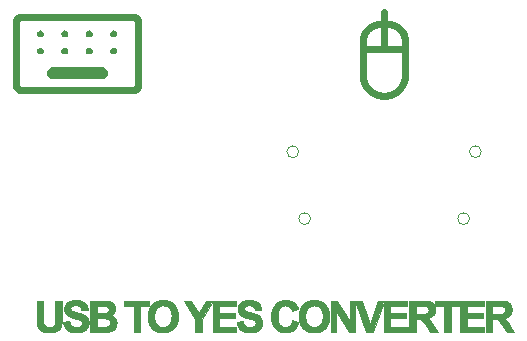
<source format=gbr>
%TF.GenerationSoftware,KiCad,Pcbnew,(6.0.6)*%
%TF.CreationDate,2022-11-01T14:40:17+00:00*%
%TF.ProjectId,rearcase,72656172-6361-4736-952e-6b696361645f,rev?*%
%TF.SameCoordinates,Original*%
%TF.FileFunction,Legend,Top*%
%TF.FilePolarity,Positive*%
%FSLAX46Y46*%
G04 Gerber Fmt 4.6, Leading zero omitted, Abs format (unit mm)*
G04 Created by KiCad (PCBNEW (6.0.6)) date 2022-11-01 14:40:17*
%MOMM*%
%LPD*%
G01*
G04 APERTURE LIST*
%ADD10C,0.600000*%
%ADD11C,0.624623*%
%ADD12C,0.150000*%
%ADD13C,0.070000*%
%ADD14C,0.120000*%
G04 APERTURE END LIST*
D10*
X161521563Y-84190000D02*
X161566354Y-84138260D01*
X164700524Y-84673538D02*
X164719698Y-84741357D01*
X161371848Y-88728059D02*
X161336214Y-88648991D01*
X161241228Y-84741357D02*
X161260402Y-84673538D01*
X161911743Y-89383776D02*
X161844392Y-89330903D01*
X161368211Y-84417478D02*
X161402500Y-84357708D01*
X164049181Y-89383776D02*
X163979266Y-89433422D01*
X164755300Y-88136189D02*
X164743994Y-88225675D01*
X162266161Y-83716425D02*
X162335325Y-83700540D01*
X161196447Y-85098856D02*
X161198297Y-85025197D01*
X164728358Y-88313700D02*
X164708500Y-88400155D01*
X164358083Y-89089351D02*
X164302094Y-89154027D01*
X163906897Y-89479731D02*
X163832185Y-89522592D01*
X162980462Y-82601235D02*
X162980462Y-85812462D01*
X164589075Y-88728059D02*
X164549772Y-88805004D01*
X163893835Y-83783457D02*
X163957089Y-83811965D01*
X164678151Y-84607152D02*
X164700524Y-84673538D01*
X161252424Y-88400155D02*
X161232566Y-88313701D01*
X161500322Y-88952086D02*
X161454013Y-88879717D01*
X163676172Y-89597530D02*
X163595092Y-89629386D01*
X163762585Y-83735599D02*
X163828970Y-83757973D01*
X161205624Y-88136190D02*
X161198760Y-88045355D01*
X163755240Y-89561895D02*
X163676172Y-89597530D01*
X161454013Y-88879717D02*
X161411152Y-88805005D01*
X161260402Y-84673538D02*
X161282776Y-84607152D01*
X161549968Y-89022001D02*
X161500322Y-88952086D01*
X164762164Y-88045354D02*
X164755300Y-88136189D01*
X164764477Y-87953280D02*
X164762164Y-88045354D01*
X163410926Y-83673494D02*
X163483594Y-83678986D01*
X161882512Y-83877697D02*
X161942282Y-83843408D01*
X163595092Y-89629386D02*
X163512110Y-89657353D01*
X164347376Y-84088747D02*
X164394573Y-84138260D01*
X161198297Y-85025197D02*
X161203789Y-84952529D01*
X163483594Y-83678986D02*
X163555182Y-83688031D01*
X163427336Y-89681320D02*
X163340882Y-89701177D01*
X162067092Y-83783457D02*
X162131957Y-83757973D01*
X161411152Y-88805005D02*
X161371848Y-88728059D01*
X164297864Y-84041551D02*
X164347376Y-84088747D01*
X161479265Y-84243881D02*
X161521563Y-84190000D01*
X162550001Y-83673494D02*
X162623660Y-83671644D01*
X164136310Y-83914744D02*
X164192242Y-83954461D01*
X161402500Y-84357708D02*
X161439548Y-84299813D01*
X161282776Y-84607152D02*
X161308261Y-84542288D01*
X163625602Y-83700540D02*
X163694766Y-83716425D01*
X163979266Y-89433422D02*
X163906897Y-89479731D01*
X163163371Y-89728120D02*
X163072536Y-89734984D01*
X161439548Y-84299813D02*
X161479265Y-84243881D01*
X164757138Y-84952529D02*
X164762629Y-85025197D01*
X161203789Y-84952529D02*
X161212833Y-84880941D01*
X164549772Y-88805004D02*
X164506911Y-88879717D01*
X162477333Y-83678986D02*
X162550001Y-83673494D01*
X162533588Y-89681320D02*
X162448814Y-89657353D01*
X162980462Y-89737297D02*
X162980462Y-89737297D01*
X164719698Y-84741357D02*
X164735584Y-84810521D01*
X161276391Y-88484929D02*
X161252424Y-88400155D01*
X161824617Y-83914744D02*
X161882512Y-83877697D01*
X161714804Y-83996759D02*
X161768685Y-83954461D01*
X162003838Y-83811965D02*
X162067092Y-83783457D01*
X161779716Y-89274913D02*
X161717826Y-89215918D01*
X162128739Y-89522592D02*
X162054027Y-89479731D01*
X162131957Y-83757973D02*
X162198342Y-83735599D01*
X164708500Y-88400155D02*
X164684533Y-88484928D01*
X162335325Y-83700540D02*
X162405745Y-83688031D01*
X162980462Y-89737297D02*
X162888388Y-89734984D01*
X164592715Y-84417478D02*
X164624158Y-84479034D01*
X164624710Y-88648991D02*
X164589075Y-88728059D01*
X161196447Y-85812462D02*
X164764477Y-85812462D01*
X164684533Y-88484928D02*
X164656566Y-88567910D01*
X161663063Y-84041551D02*
X161714804Y-83996759D01*
X164302094Y-89154027D02*
X164243098Y-89215918D01*
X162405745Y-83688031D02*
X162477333Y-83678986D01*
X161336214Y-88648991D02*
X161304357Y-88567911D01*
X161942282Y-83843408D02*
X162003838Y-83811965D01*
X161304357Y-88567911D02*
X161276391Y-88484929D01*
X164748093Y-84880941D02*
X164757138Y-84952529D01*
X164460602Y-88952086D02*
X164410956Y-89022001D01*
X164410956Y-89022001D02*
X164358083Y-89089351D01*
X161232566Y-88313701D02*
X161216930Y-88225676D01*
X161216930Y-88225676D02*
X161205624Y-88136190D01*
X164762629Y-85025197D02*
X164764479Y-85098856D01*
X161308261Y-84542288D02*
X161336769Y-84479034D01*
X163340882Y-89701177D02*
X163252857Y-89716814D01*
X164624158Y-84479034D02*
X164652666Y-84542288D01*
X164506911Y-88879717D02*
X164460602Y-88952086D01*
X162623660Y-83671644D02*
X163337266Y-83671644D01*
X162284752Y-89597530D02*
X162205684Y-89561895D01*
X164521379Y-84299813D02*
X164558426Y-84357708D01*
X161658830Y-89154027D02*
X161602841Y-89089351D01*
X164764477Y-87953280D02*
X164764477Y-87953280D01*
X162708067Y-89716814D02*
X162620042Y-89701177D01*
X161196447Y-87953281D02*
X161196447Y-85098856D01*
X163555182Y-83688031D02*
X163625602Y-83700540D01*
X162888388Y-89734984D02*
X162797553Y-89728120D01*
X163694766Y-83716425D02*
X163762585Y-83735599D01*
X164116532Y-89330903D02*
X164049181Y-89383776D01*
X162623660Y-83671644D02*
X162623660Y-83671644D01*
X161225343Y-84810521D02*
X161241228Y-84741357D01*
X162054027Y-89479731D02*
X161981658Y-89433422D01*
X164743994Y-88225675D02*
X164728358Y-88313700D01*
X164181208Y-89274913D02*
X164116532Y-89330903D01*
X164735584Y-84810521D02*
X164748093Y-84880941D01*
X162620042Y-89701177D02*
X162533588Y-89681320D01*
X163828970Y-83757973D02*
X163893835Y-83783457D01*
X161336769Y-84479034D02*
X161368211Y-84417478D01*
X164656566Y-88567910D02*
X164624710Y-88648991D01*
X163252857Y-89716814D02*
X163163371Y-89728120D01*
X161566354Y-84138260D02*
X161613551Y-84088747D01*
X163957089Y-83811965D02*
X164018646Y-83843408D01*
X164558426Y-84357708D02*
X164592715Y-84417478D01*
X164652666Y-84542288D02*
X164678151Y-84607152D01*
X164246123Y-83996759D02*
X164297864Y-84041551D01*
X163072536Y-89734984D02*
X162980462Y-89737297D01*
X164439364Y-84190000D02*
X164481662Y-84243881D01*
X163337266Y-83671644D02*
X163410926Y-83673494D01*
X163832185Y-89522592D02*
X163755240Y-89561895D01*
X164243098Y-89215918D02*
X164181208Y-89274913D01*
X162205684Y-89561895D02*
X162128739Y-89522592D01*
X161768685Y-83954461D02*
X161824617Y-83914744D01*
X164078415Y-83877697D02*
X164136310Y-83914744D01*
X161844392Y-89330903D02*
X161779716Y-89274913D01*
X162198342Y-83735599D02*
X162266161Y-83716425D01*
X161196447Y-87953281D02*
X161196447Y-87953281D01*
X161602841Y-89089351D02*
X161549968Y-89022001D01*
X162365832Y-89629386D02*
X162284752Y-89597530D01*
X161981658Y-89433422D02*
X161911743Y-89383776D01*
X161613551Y-84088747D02*
X161663063Y-84041551D01*
X164394573Y-84138260D02*
X164439364Y-84190000D01*
X164018646Y-83843408D02*
X164078415Y-83877697D01*
X163337266Y-83671644D02*
X163337266Y-83671644D01*
X164764479Y-85098856D02*
X164764477Y-87953280D01*
X164481662Y-84243881D02*
X164521379Y-84299813D01*
X163512110Y-89657353D02*
X163427336Y-89681320D01*
X164192242Y-83954461D02*
X164246123Y-83996759D01*
X162448814Y-89657353D02*
X162365832Y-89629386D01*
X161212833Y-84880941D02*
X161225343Y-84810521D01*
X162797553Y-89728120D02*
X162708067Y-89716814D01*
X164764479Y-85098856D02*
X164764479Y-85098856D01*
X161717826Y-89215918D02*
X161658830Y-89154027D01*
X161198760Y-88045355D02*
X161196447Y-87953281D01*
D11*
X134936249Y-88001066D02*
X134936249Y-88001066D01*
X134915149Y-88000000D02*
X134904821Y-87998688D01*
X134925629Y-88000797D02*
X134915149Y-88000000D01*
X134936249Y-88001066D02*
X134925629Y-88000797D01*
X134884673Y-87994568D02*
X134874880Y-87991787D01*
X134904821Y-87998688D02*
X134894658Y-87996873D01*
X134894658Y-87996873D02*
X134884673Y-87994568D01*
X139270125Y-87794691D02*
X139270125Y-87794691D01*
X139234879Y-87910077D02*
X139229125Y-87918168D01*
X139249774Y-87705219D02*
X139253907Y-87714361D01*
X139115326Y-87594813D02*
X139125119Y-87597594D01*
X139257602Y-87723732D02*
X139260846Y-87733321D01*
X139240247Y-87901704D02*
X139234879Y-87910077D01*
X139245216Y-87893061D02*
X139240247Y-87901704D01*
X139269856Y-87784071D02*
X139270125Y-87794691D01*
X139249774Y-87884163D02*
X139245216Y-87893061D01*
X139257602Y-87865649D02*
X139253907Y-87875021D01*
X139270125Y-87794691D02*
X139269856Y-87805311D01*
X139270125Y-87794691D02*
X139270125Y-87794691D01*
X139240247Y-87687678D02*
X139245216Y-87696321D01*
X139269059Y-87773590D02*
X139269856Y-87784071D01*
X139260846Y-87733321D02*
X139263627Y-87743115D01*
X139209679Y-87648762D02*
X139216512Y-87655929D01*
X139187227Y-87629316D02*
X139195023Y-87635442D01*
X139195023Y-87635442D02*
X139202512Y-87641929D01*
X139134708Y-87600839D02*
X139144080Y-87604534D01*
X139265932Y-87753099D02*
X139267747Y-87763262D01*
X139260846Y-87856060D02*
X139257602Y-87865649D01*
X139269059Y-87815791D02*
X139267747Y-87826120D01*
X139179136Y-87623562D02*
X139187227Y-87629316D01*
X139263627Y-87743115D02*
X139265932Y-87753099D01*
X139263627Y-87846267D02*
X139260846Y-87856060D01*
X139229125Y-87671214D02*
X139234879Y-87679305D01*
X139063750Y-88001066D02*
X134936249Y-88001066D01*
X139105342Y-87996873D02*
X139095179Y-87998688D01*
X139115326Y-87994568D02*
X139105342Y-87996873D01*
X139222999Y-87663417D02*
X139229125Y-87671214D01*
X139153222Y-87980715D02*
X139144080Y-87984848D01*
X139270125Y-87794691D02*
X139270125Y-87794691D01*
X139267747Y-87763262D02*
X139269059Y-87773590D01*
X139222999Y-87925964D02*
X139216512Y-87933453D01*
X139125119Y-87991787D02*
X139115326Y-87994568D01*
X139253907Y-87714361D02*
X139257602Y-87723732D01*
X139144080Y-87984848D02*
X139134708Y-87988543D01*
X139234879Y-87679305D02*
X139240247Y-87687678D01*
X139095179Y-87998688D02*
X139084851Y-88000000D01*
X139125119Y-87597594D02*
X139134708Y-87600839D01*
X139063750Y-88001066D02*
X139063750Y-88001066D01*
X139074370Y-88000797D02*
X139063750Y-88001066D01*
X139084851Y-88000000D02*
X139074370Y-88000797D01*
X139134708Y-87988543D02*
X139125119Y-87991787D01*
X139170763Y-87971188D02*
X139162120Y-87976157D01*
X139195023Y-87953940D02*
X139187227Y-87960066D01*
X139170763Y-87618194D02*
X139179136Y-87623562D01*
X139153222Y-87608667D02*
X139162120Y-87613225D01*
X139267747Y-87826120D02*
X139265932Y-87836283D01*
X139202512Y-87641929D02*
X139209679Y-87648762D01*
X139162120Y-87613225D02*
X139170763Y-87618194D01*
X139162120Y-87976157D02*
X139153222Y-87980715D01*
X139179136Y-87965820D02*
X139170763Y-87971188D01*
X139187227Y-87960066D02*
X139179136Y-87965820D01*
X139144080Y-87604534D02*
X139153222Y-87608667D01*
X139245216Y-87696321D02*
X139249774Y-87705219D01*
X139265932Y-87836283D02*
X139263627Y-87846267D01*
X139229125Y-87918168D02*
X139222999Y-87925964D01*
X139202512Y-87947453D02*
X139195023Y-87953940D01*
X139269856Y-87805311D02*
X139269059Y-87815791D01*
X139209679Y-87940620D02*
X139202512Y-87947453D01*
X139253907Y-87875021D02*
X139249774Y-87884163D01*
X139216512Y-87655929D02*
X139222999Y-87663417D01*
X139216512Y-87933453D02*
X139209679Y-87940620D01*
D10*
X132253375Y-83048068D02*
X132253375Y-83048068D01*
X132211174Y-83050199D02*
X132232135Y-83048606D01*
X131890443Y-83264077D02*
X131900381Y-83246792D01*
X131840626Y-88826570D02*
X131840626Y-83460818D01*
X131841163Y-88847810D02*
X131840626Y-88826570D01*
X132170192Y-83056454D02*
X132190518Y-83052824D01*
X132150223Y-83061063D02*
X132170192Y-83056454D01*
X131961518Y-83168960D02*
X131975852Y-83155293D01*
X132190518Y-83052824D02*
X132211174Y-83050199D01*
X132056635Y-83097885D02*
X132074432Y-83088770D01*
X131849012Y-88909754D02*
X131845382Y-88889428D01*
X132039350Y-83107824D02*
X132056635Y-83097885D01*
X131990829Y-89145068D02*
X131975852Y-89132095D01*
X131990829Y-83142320D02*
X132006421Y-83130067D01*
X131947851Y-83183295D02*
X131961518Y-83168960D01*
X131934878Y-83198271D02*
X131947851Y-83183295D01*
X131881328Y-83281874D02*
X131890443Y-83264077D01*
X131865672Y-83318901D02*
X131873062Y-83300157D01*
X131859182Y-83338079D02*
X131865672Y-83318901D01*
X131842757Y-88868771D02*
X131841163Y-88847810D01*
X132022603Y-89168829D02*
X132006421Y-89157321D01*
X131840626Y-88826570D02*
X131840626Y-88826570D01*
X131859182Y-88949309D02*
X131853620Y-88929723D01*
X131922625Y-83213863D02*
X131934878Y-83198271D01*
X131881328Y-89005514D02*
X131873062Y-88987231D01*
X131911117Y-89057342D02*
X131900381Y-89040596D01*
X131840626Y-83460818D02*
X131841163Y-83439578D01*
X131911117Y-83230046D02*
X131922625Y-83213863D01*
X131841163Y-83439578D02*
X131842757Y-83418617D01*
X131922625Y-89073525D02*
X131911117Y-89057342D01*
X131890443Y-89023311D02*
X131881328Y-89005514D01*
X132006421Y-89157321D02*
X131990829Y-89145068D01*
X131947851Y-89104094D02*
X131934878Y-89089117D01*
X131900381Y-83246792D02*
X131911117Y-83230046D01*
X131865672Y-88968487D02*
X131859182Y-88949309D01*
X131853620Y-83357666D02*
X131859182Y-83338079D01*
X131849012Y-83377635D02*
X131853620Y-83357666D01*
X131840626Y-83460818D02*
X131840626Y-83460818D01*
X132074432Y-83088770D02*
X132092715Y-83080504D01*
D11*
X139105342Y-87592509D02*
X139115326Y-87594813D01*
X139095179Y-87590694D02*
X139105342Y-87592509D01*
X139084851Y-87589382D02*
X139095179Y-87590694D01*
X139074370Y-87588585D02*
X139084851Y-87589382D01*
D10*
X131845382Y-83397960D02*
X131849012Y-83377635D01*
X132006421Y-83130067D02*
X132022603Y-83118560D01*
X131975852Y-83155293D02*
X131990829Y-83142320D01*
X131842757Y-83418617D02*
X131845382Y-83397960D01*
X132092715Y-83080504D02*
X132111459Y-83073114D01*
X131961518Y-89118428D02*
X131947851Y-89104094D01*
X131975852Y-89132095D02*
X131961518Y-89118428D01*
D11*
X139063750Y-87588316D02*
X139074370Y-87588585D01*
D10*
X132130637Y-83066625D02*
X132150223Y-83061063D01*
X131853620Y-88929723D02*
X131849012Y-88909754D01*
D11*
X139063750Y-87588316D02*
X139063750Y-87588316D01*
D10*
X132232135Y-83048606D02*
X132253375Y-83048068D01*
X132022603Y-83118560D02*
X132039350Y-83107824D01*
X131845382Y-88889428D02*
X131842757Y-88868771D01*
X131873062Y-88987231D02*
X131865672Y-88968487D01*
X131934878Y-89089117D02*
X131922625Y-89073525D01*
D11*
X134936249Y-87588316D02*
X139063750Y-87588316D01*
D10*
X132111459Y-83073114D02*
X132130637Y-83066625D01*
X131873062Y-83300157D02*
X131881328Y-83281874D01*
X132253375Y-83048068D02*
X132253375Y-83048068D01*
X131900381Y-89040596D02*
X131890443Y-89023311D01*
X141746625Y-89239320D02*
X141746625Y-89239320D01*
X141888542Y-89214274D02*
X141869364Y-89220763D01*
X142158837Y-88847810D02*
X142157243Y-88868771D01*
X142126939Y-83300157D02*
X142134329Y-83318901D01*
X142109558Y-83264077D02*
X142118673Y-83281874D01*
X132253375Y-89239320D02*
X132253375Y-89239320D01*
X142009172Y-89145068D02*
X141993579Y-89157321D01*
X142134329Y-88968487D02*
X142126939Y-88987231D01*
X141925569Y-89198618D02*
X141907286Y-89206884D01*
X132190518Y-89234564D02*
X132170192Y-89230934D01*
X142077376Y-83213863D02*
X142088883Y-83230046D01*
X141767865Y-89238783D02*
X141746625Y-89239320D01*
X141943366Y-89189503D02*
X141925569Y-89198618D01*
X141977397Y-89168829D02*
X141960650Y-89179565D01*
X141993579Y-89157321D02*
X141977397Y-89168829D01*
X142140818Y-88949309D02*
X142134329Y-88968487D01*
X142159374Y-88826570D02*
X142158837Y-88847810D01*
X142159374Y-83460818D02*
X142159374Y-88826570D01*
X142159374Y-83460818D02*
X142159374Y-83460818D01*
X142077376Y-89073525D02*
X142065122Y-89089117D01*
X142099619Y-83246792D02*
X142109558Y-83264077D01*
X142118673Y-83281874D02*
X142126939Y-83300157D01*
X141829808Y-89230934D02*
X141809483Y-89234564D01*
X141788826Y-89237189D02*
X141767865Y-89238783D01*
X141809483Y-89234564D02*
X141788826Y-89237189D01*
X142088883Y-89057342D02*
X142077376Y-89073525D01*
X142140818Y-83338079D02*
X142146380Y-83357666D01*
X142118673Y-89005514D02*
X142109558Y-89023311D01*
X142146380Y-88929723D02*
X142140818Y-88949309D01*
X141849777Y-89226325D02*
X141829808Y-89230934D01*
X142154619Y-88889428D02*
X142150989Y-88909754D01*
X141869364Y-89220763D02*
X141849777Y-89226325D01*
X142146380Y-83357666D02*
X142150989Y-83377635D01*
X142150989Y-88909754D02*
X142146380Y-88929723D01*
X142157243Y-88868771D02*
X142154619Y-88889428D01*
X142158837Y-83439578D02*
X142159374Y-83460818D01*
X142157243Y-83418617D02*
X142158837Y-83439578D01*
X142134329Y-83318901D02*
X142140818Y-83338079D01*
X142065122Y-89089117D02*
X142052150Y-89104094D01*
X132211174Y-89237189D02*
X132190518Y-89234564D01*
X141746625Y-89239320D02*
X132253375Y-89239320D01*
X132232135Y-89238783D02*
X132211174Y-89237189D01*
X132253375Y-89239320D02*
X132232135Y-89238783D01*
X142154619Y-83397960D02*
X142157243Y-83418617D01*
X142109558Y-89023311D02*
X142099619Y-89040596D01*
X142126939Y-88987231D02*
X142118673Y-89005514D01*
X142150989Y-83377635D02*
X142154619Y-83397960D01*
X142052150Y-89104094D02*
X142038483Y-89118428D01*
X132039350Y-89179565D02*
X132022603Y-89168829D01*
X141907286Y-89206884D02*
X141888542Y-89214274D01*
X141960650Y-89179565D02*
X141943366Y-89189503D01*
X142024148Y-89132095D02*
X142009172Y-89145068D01*
X142065122Y-83198271D02*
X142077376Y-83213863D01*
X132056635Y-89189503D02*
X132039350Y-89179565D01*
X132074432Y-89198618D02*
X132056635Y-89189503D01*
X132092715Y-89206884D02*
X132074432Y-89198618D01*
X142099619Y-89040596D02*
X142088883Y-89057342D01*
X142088883Y-83230046D02*
X142099619Y-83246792D01*
X132111459Y-89214274D02*
X132092715Y-89206884D01*
X132130637Y-89220763D02*
X132111459Y-89214274D01*
X142038483Y-89118428D02*
X142024148Y-89132095D01*
X142159374Y-88826570D02*
X142159374Y-88826570D01*
X132150223Y-89226325D02*
X132130637Y-89220763D01*
X132170192Y-89230934D02*
X132150223Y-89226325D01*
X141960650Y-83107824D02*
X141977397Y-83118560D01*
X141943366Y-83097885D02*
X141960650Y-83107824D01*
X141907286Y-83080504D02*
X141925569Y-83088770D01*
X141809483Y-83052824D02*
X141829808Y-83056454D01*
X141888542Y-83073114D02*
X141907286Y-83080504D01*
X141767865Y-83048606D02*
X141788826Y-83050199D01*
X141829808Y-83056454D02*
X141849777Y-83061063D01*
X141746625Y-83048068D02*
X141746625Y-83048068D01*
X141869364Y-83066625D02*
X141888542Y-83073114D01*
X132253375Y-83048068D02*
X141746625Y-83048068D01*
X141788826Y-83050199D02*
X141809483Y-83052824D01*
X142052150Y-83183295D02*
X142065122Y-83198271D01*
X142038483Y-83168960D02*
X142052150Y-83183295D01*
X142024148Y-83155293D02*
X142038483Y-83168960D01*
X142009172Y-83142320D02*
X142024148Y-83155293D01*
X141993579Y-83130067D02*
X142009172Y-83142320D01*
X141977397Y-83118560D02*
X141993579Y-83130067D01*
X141925569Y-83088770D02*
X141943366Y-83097885D01*
X141746625Y-83048068D02*
X141767865Y-83048606D01*
X141849777Y-83061063D02*
X141869364Y-83066625D01*
D11*
X134736372Y-87743115D02*
X134739153Y-87733321D01*
X134736372Y-87846267D02*
X134734067Y-87836283D01*
X134765120Y-87910077D02*
X134759752Y-87901704D01*
X134754783Y-87696321D02*
X134759752Y-87687678D01*
X134765120Y-87679305D02*
X134770874Y-87671214D01*
X134750225Y-87705219D02*
X134754783Y-87696321D01*
X134746093Y-87714361D02*
X134750225Y-87705219D01*
X134734067Y-87753099D02*
X134736372Y-87743115D01*
X134804976Y-87953940D02*
X134797488Y-87947453D01*
X134804976Y-87635442D02*
X134812772Y-87629316D01*
X134777001Y-87663417D02*
X134783487Y-87655929D01*
X134742397Y-87723732D02*
X134746093Y-87714361D01*
X134874880Y-87597594D02*
X134884673Y-87594813D01*
X134729875Y-87794691D02*
X134729875Y-87794691D01*
X134746093Y-87875021D02*
X134742397Y-87865649D01*
X134759752Y-87901704D02*
X134754783Y-87893061D01*
X134915149Y-87589382D02*
X134925629Y-87588585D01*
X134812772Y-87629316D02*
X134820863Y-87623562D01*
X134732253Y-87763262D02*
X134734067Y-87753099D01*
X134770874Y-87671214D02*
X134777001Y-87663417D01*
X134904821Y-87590694D02*
X134915149Y-87589382D01*
X134846777Y-87608667D02*
X134855919Y-87604534D01*
X134770874Y-87918168D02*
X134765120Y-87910077D01*
X134812772Y-87960066D02*
X134804976Y-87953940D01*
X134790320Y-87940620D02*
X134783487Y-87933453D01*
X134797488Y-87947453D02*
X134790320Y-87940620D01*
X134837879Y-87976157D02*
X134829237Y-87971188D01*
X134730940Y-87815791D02*
X134730143Y-87805311D01*
X134730940Y-87773590D02*
X134732253Y-87763262D01*
X134865291Y-87600839D02*
X134874880Y-87597594D01*
X134754783Y-87893061D02*
X134750225Y-87884163D01*
X134759752Y-87687678D02*
X134765120Y-87679305D01*
X134730143Y-87784071D02*
X134730940Y-87773590D01*
X134820863Y-87965820D02*
X134812772Y-87960066D01*
X134894658Y-87592509D02*
X134904821Y-87590694D01*
X134820863Y-87623562D02*
X134829237Y-87618194D01*
X134734067Y-87836283D02*
X134732253Y-87826120D01*
X134884673Y-87594813D02*
X134894658Y-87592509D01*
X134790320Y-87648762D02*
X134797488Y-87641929D01*
X134739153Y-87733321D02*
X134742397Y-87723732D01*
X134829237Y-87618194D02*
X134837879Y-87613225D01*
X134732253Y-87826120D02*
X134730940Y-87815791D01*
X134855919Y-87984848D02*
X134846777Y-87980715D01*
X134797488Y-87641929D02*
X134804976Y-87635442D01*
X134729875Y-87794691D02*
X134729875Y-87794691D01*
X134846777Y-87980715D02*
X134837879Y-87976157D01*
X134865291Y-87988543D02*
X134855919Y-87984848D01*
X134742397Y-87865649D02*
X134739153Y-87856060D01*
X134777001Y-87925964D02*
X134770874Y-87918168D01*
X134874880Y-87991787D02*
X134865291Y-87988543D01*
X134730143Y-87805311D02*
X134729875Y-87794691D01*
X134829237Y-87971188D02*
X134820863Y-87965820D01*
X134750225Y-87884163D02*
X134746093Y-87875021D01*
X134855919Y-87604534D02*
X134865291Y-87600839D01*
X134729875Y-87794691D02*
X134730143Y-87784071D01*
X134739153Y-87856060D02*
X134736372Y-87846267D01*
X134837879Y-87613225D02*
X134846777Y-87608667D01*
X134936249Y-87588316D02*
X134936249Y-87588316D01*
X134729875Y-87794691D02*
X134729875Y-87794691D01*
X134783487Y-87933453D02*
X134777001Y-87925964D01*
X134936249Y-87588316D02*
X134936249Y-87588316D01*
X134925629Y-87588585D02*
X134936249Y-87588316D01*
X134783487Y-87655929D02*
X134790320Y-87648762D01*
D12*
G36*
X135978749Y-84286587D02*
G01*
X135989229Y-84287383D01*
X135999558Y-84288696D01*
X136009720Y-84290511D01*
X136019705Y-84292815D01*
X136029498Y-84295596D01*
X136039087Y-84298841D01*
X136048459Y-84302536D01*
X136057601Y-84306669D01*
X136066499Y-84311226D01*
X136075142Y-84316196D01*
X136083515Y-84321564D01*
X136091606Y-84327317D01*
X136099402Y-84333444D01*
X136106890Y-84339931D01*
X136114058Y-84346764D01*
X136120891Y-84353931D01*
X136127378Y-84361419D01*
X136133504Y-84369216D01*
X136139258Y-84377307D01*
X136144626Y-84385680D01*
X136149595Y-84394322D01*
X136154153Y-84403221D01*
X136158286Y-84412362D01*
X136161981Y-84421734D01*
X136165225Y-84431323D01*
X136168006Y-84441117D01*
X136170311Y-84451101D01*
X136172126Y-84461264D01*
X136173438Y-84471592D01*
X136174235Y-84482073D01*
X136174504Y-84492693D01*
X136174235Y-84503313D01*
X136173438Y-84513793D01*
X136172126Y-84524122D01*
X136170311Y-84534284D01*
X136168006Y-84544269D01*
X136165225Y-84554062D01*
X136161981Y-84563651D01*
X136158286Y-84573023D01*
X136154153Y-84582165D01*
X136149595Y-84591063D01*
X136144626Y-84599705D01*
X136139258Y-84608079D01*
X136133504Y-84616170D01*
X136127378Y-84623966D01*
X136120891Y-84631454D01*
X136114058Y-84638622D01*
X136106890Y-84645455D01*
X136099402Y-84651941D01*
X136091606Y-84658068D01*
X136083515Y-84663822D01*
X136075142Y-84669190D01*
X136066499Y-84674159D01*
X136057601Y-84678717D01*
X136048459Y-84682850D01*
X136039087Y-84686545D01*
X136029498Y-84689789D01*
X136019705Y-84692570D01*
X136009720Y-84694875D01*
X135999558Y-84696690D01*
X135989229Y-84698002D01*
X135978749Y-84698799D01*
X135968129Y-84699067D01*
X135957509Y-84698799D01*
X135947028Y-84698002D01*
X135936700Y-84696690D01*
X135926537Y-84694875D01*
X135916553Y-84692570D01*
X135906759Y-84689789D01*
X135897170Y-84686545D01*
X135887799Y-84682850D01*
X135878657Y-84678717D01*
X135869758Y-84674159D01*
X135861116Y-84669190D01*
X135852743Y-84663822D01*
X135844652Y-84658068D01*
X135836855Y-84651941D01*
X135829367Y-84645455D01*
X135822200Y-84638622D01*
X135815367Y-84631454D01*
X135808880Y-84623966D01*
X135802753Y-84616170D01*
X135797000Y-84608079D01*
X135791632Y-84599705D01*
X135786662Y-84591063D01*
X135782105Y-84582165D01*
X135777972Y-84573023D01*
X135774277Y-84563651D01*
X135771032Y-84554062D01*
X135768251Y-84544269D01*
X135765947Y-84534284D01*
X135764132Y-84524122D01*
X135762820Y-84513793D01*
X135762023Y-84503313D01*
X135761754Y-84492693D01*
X135762023Y-84482073D01*
X135762820Y-84471592D01*
X135764132Y-84461264D01*
X135765947Y-84451101D01*
X135768251Y-84441117D01*
X135771032Y-84431323D01*
X135774277Y-84421734D01*
X135777972Y-84412362D01*
X135782105Y-84403221D01*
X135786662Y-84394322D01*
X135791632Y-84385680D01*
X135797000Y-84377307D01*
X135802753Y-84369216D01*
X135808880Y-84361419D01*
X135815367Y-84353931D01*
X135822200Y-84346764D01*
X135829367Y-84339931D01*
X135836855Y-84333444D01*
X135844652Y-84327317D01*
X135852743Y-84321564D01*
X135861116Y-84316196D01*
X135869758Y-84311226D01*
X135878657Y-84306669D01*
X135887799Y-84302536D01*
X135897170Y-84298841D01*
X135906759Y-84295596D01*
X135916553Y-84292815D01*
X135926537Y-84290511D01*
X135936700Y-84288696D01*
X135947028Y-84287383D01*
X135957509Y-84286587D01*
X135968129Y-84286318D01*
X135978749Y-84286587D01*
G37*
X135978749Y-84286587D02*
X135989229Y-84287383D01*
X135999558Y-84288696D01*
X136009720Y-84290511D01*
X136019705Y-84292815D01*
X136029498Y-84295596D01*
X136039087Y-84298841D01*
X136048459Y-84302536D01*
X136057601Y-84306669D01*
X136066499Y-84311226D01*
X136075142Y-84316196D01*
X136083515Y-84321564D01*
X136091606Y-84327317D01*
X136099402Y-84333444D01*
X136106890Y-84339931D01*
X136114058Y-84346764D01*
X136120891Y-84353931D01*
X136127378Y-84361419D01*
X136133504Y-84369216D01*
X136139258Y-84377307D01*
X136144626Y-84385680D01*
X136149595Y-84394322D01*
X136154153Y-84403221D01*
X136158286Y-84412362D01*
X136161981Y-84421734D01*
X136165225Y-84431323D01*
X136168006Y-84441117D01*
X136170311Y-84451101D01*
X136172126Y-84461264D01*
X136173438Y-84471592D01*
X136174235Y-84482073D01*
X136174504Y-84492693D01*
X136174235Y-84503313D01*
X136173438Y-84513793D01*
X136172126Y-84524122D01*
X136170311Y-84534284D01*
X136168006Y-84544269D01*
X136165225Y-84554062D01*
X136161981Y-84563651D01*
X136158286Y-84573023D01*
X136154153Y-84582165D01*
X136149595Y-84591063D01*
X136144626Y-84599705D01*
X136139258Y-84608079D01*
X136133504Y-84616170D01*
X136127378Y-84623966D01*
X136120891Y-84631454D01*
X136114058Y-84638622D01*
X136106890Y-84645455D01*
X136099402Y-84651941D01*
X136091606Y-84658068D01*
X136083515Y-84663822D01*
X136075142Y-84669190D01*
X136066499Y-84674159D01*
X136057601Y-84678717D01*
X136048459Y-84682850D01*
X136039087Y-84686545D01*
X136029498Y-84689789D01*
X136019705Y-84692570D01*
X136009720Y-84694875D01*
X135999558Y-84696690D01*
X135989229Y-84698002D01*
X135978749Y-84698799D01*
X135968129Y-84699067D01*
X135957509Y-84698799D01*
X135947028Y-84698002D01*
X135936700Y-84696690D01*
X135926537Y-84694875D01*
X135916553Y-84692570D01*
X135906759Y-84689789D01*
X135897170Y-84686545D01*
X135887799Y-84682850D01*
X135878657Y-84678717D01*
X135869758Y-84674159D01*
X135861116Y-84669190D01*
X135852743Y-84663822D01*
X135844652Y-84658068D01*
X135836855Y-84651941D01*
X135829367Y-84645455D01*
X135822200Y-84638622D01*
X135815367Y-84631454D01*
X135808880Y-84623966D01*
X135802753Y-84616170D01*
X135797000Y-84608079D01*
X135791632Y-84599705D01*
X135786662Y-84591063D01*
X135782105Y-84582165D01*
X135777972Y-84573023D01*
X135774277Y-84563651D01*
X135771032Y-84554062D01*
X135768251Y-84544269D01*
X135765947Y-84534284D01*
X135764132Y-84524122D01*
X135762820Y-84513793D01*
X135762023Y-84503313D01*
X135761754Y-84492693D01*
X135762023Y-84482073D01*
X135762820Y-84471592D01*
X135764132Y-84461264D01*
X135765947Y-84451101D01*
X135768251Y-84441117D01*
X135771032Y-84431323D01*
X135774277Y-84421734D01*
X135777972Y-84412362D01*
X135782105Y-84403221D01*
X135786662Y-84394322D01*
X135791632Y-84385680D01*
X135797000Y-84377307D01*
X135802753Y-84369216D01*
X135808880Y-84361419D01*
X135815367Y-84353931D01*
X135822200Y-84346764D01*
X135829367Y-84339931D01*
X135836855Y-84333444D01*
X135844652Y-84327317D01*
X135852743Y-84321564D01*
X135861116Y-84316196D01*
X135869758Y-84311226D01*
X135878657Y-84306669D01*
X135887799Y-84302536D01*
X135897170Y-84298841D01*
X135906759Y-84295596D01*
X135916553Y-84292815D01*
X135926537Y-84290511D01*
X135936700Y-84288696D01*
X135947028Y-84287383D01*
X135957509Y-84286587D01*
X135968129Y-84286318D01*
X135978749Y-84286587D01*
G36*
X133914998Y-84286587D02*
G01*
X133925479Y-84287383D01*
X133935807Y-84288696D01*
X133945970Y-84290511D01*
X133955954Y-84292815D01*
X133965747Y-84295596D01*
X133975336Y-84298841D01*
X133984708Y-84302536D01*
X133993850Y-84306669D01*
X134002748Y-84311226D01*
X134011391Y-84316196D01*
X134019764Y-84321564D01*
X134027855Y-84327317D01*
X134035651Y-84333444D01*
X134043140Y-84339931D01*
X134050307Y-84346764D01*
X134057140Y-84353931D01*
X134063627Y-84361419D01*
X134069753Y-84369216D01*
X134075507Y-84377307D01*
X134080875Y-84385680D01*
X134085844Y-84394322D01*
X134090402Y-84403221D01*
X134094535Y-84412362D01*
X134098230Y-84421734D01*
X134101474Y-84431323D01*
X134104255Y-84441117D01*
X134106560Y-84451101D01*
X134108375Y-84461264D01*
X134109687Y-84471592D01*
X134110484Y-84482073D01*
X134110753Y-84492693D01*
X134110484Y-84503313D01*
X134109687Y-84513793D01*
X134108375Y-84524122D01*
X134106560Y-84534284D01*
X134104255Y-84544269D01*
X134101474Y-84554062D01*
X134098230Y-84563651D01*
X134094535Y-84573023D01*
X134090402Y-84582165D01*
X134085844Y-84591063D01*
X134080875Y-84599705D01*
X134075507Y-84608079D01*
X134069753Y-84616170D01*
X134063627Y-84623966D01*
X134057140Y-84631454D01*
X134050307Y-84638622D01*
X134043140Y-84645455D01*
X134035651Y-84651941D01*
X134027855Y-84658068D01*
X134019764Y-84663822D01*
X134011391Y-84669190D01*
X134002748Y-84674159D01*
X133993850Y-84678717D01*
X133984708Y-84682850D01*
X133975336Y-84686545D01*
X133965747Y-84689789D01*
X133955954Y-84692570D01*
X133945970Y-84694875D01*
X133935807Y-84696690D01*
X133925479Y-84698002D01*
X133914998Y-84698799D01*
X133904378Y-84699067D01*
X133893758Y-84698799D01*
X133883277Y-84698002D01*
X133872949Y-84696690D01*
X133862786Y-84694875D01*
X133852802Y-84692570D01*
X133843009Y-84689789D01*
X133833420Y-84686545D01*
X133824048Y-84682850D01*
X133814906Y-84678717D01*
X133806008Y-84674159D01*
X133797365Y-84669190D01*
X133788992Y-84663822D01*
X133780901Y-84658068D01*
X133773105Y-84651941D01*
X133765616Y-84645455D01*
X133758449Y-84638622D01*
X133751616Y-84631454D01*
X133745129Y-84623966D01*
X133739003Y-84616170D01*
X133733249Y-84608079D01*
X133727881Y-84599705D01*
X133722912Y-84591063D01*
X133718354Y-84582165D01*
X133714221Y-84573023D01*
X133710526Y-84563651D01*
X133707281Y-84554062D01*
X133704500Y-84544269D01*
X133702196Y-84534284D01*
X133700381Y-84524122D01*
X133699069Y-84513793D01*
X133698272Y-84503313D01*
X133698003Y-84492693D01*
X133698272Y-84482073D01*
X133699069Y-84471592D01*
X133700381Y-84461264D01*
X133702196Y-84451101D01*
X133704500Y-84441117D01*
X133707281Y-84431323D01*
X133710526Y-84421734D01*
X133714221Y-84412362D01*
X133718354Y-84403221D01*
X133722912Y-84394322D01*
X133727881Y-84385680D01*
X133733249Y-84377307D01*
X133739003Y-84369216D01*
X133745129Y-84361419D01*
X133751616Y-84353931D01*
X133758449Y-84346764D01*
X133765616Y-84339931D01*
X133773105Y-84333444D01*
X133780901Y-84327317D01*
X133788992Y-84321564D01*
X133797365Y-84316196D01*
X133806008Y-84311226D01*
X133814906Y-84306669D01*
X133824048Y-84302536D01*
X133833420Y-84298841D01*
X133843009Y-84295596D01*
X133852802Y-84292815D01*
X133862786Y-84290511D01*
X133872949Y-84288696D01*
X133883277Y-84287383D01*
X133893758Y-84286587D01*
X133904378Y-84286318D01*
X133914998Y-84286587D01*
G37*
X133914998Y-84286587D02*
X133925479Y-84287383D01*
X133935807Y-84288696D01*
X133945970Y-84290511D01*
X133955954Y-84292815D01*
X133965747Y-84295596D01*
X133975336Y-84298841D01*
X133984708Y-84302536D01*
X133993850Y-84306669D01*
X134002748Y-84311226D01*
X134011391Y-84316196D01*
X134019764Y-84321564D01*
X134027855Y-84327317D01*
X134035651Y-84333444D01*
X134043140Y-84339931D01*
X134050307Y-84346764D01*
X134057140Y-84353931D01*
X134063627Y-84361419D01*
X134069753Y-84369216D01*
X134075507Y-84377307D01*
X134080875Y-84385680D01*
X134085844Y-84394322D01*
X134090402Y-84403221D01*
X134094535Y-84412362D01*
X134098230Y-84421734D01*
X134101474Y-84431323D01*
X134104255Y-84441117D01*
X134106560Y-84451101D01*
X134108375Y-84461264D01*
X134109687Y-84471592D01*
X134110484Y-84482073D01*
X134110753Y-84492693D01*
X134110484Y-84503313D01*
X134109687Y-84513793D01*
X134108375Y-84524122D01*
X134106560Y-84534284D01*
X134104255Y-84544269D01*
X134101474Y-84554062D01*
X134098230Y-84563651D01*
X134094535Y-84573023D01*
X134090402Y-84582165D01*
X134085844Y-84591063D01*
X134080875Y-84599705D01*
X134075507Y-84608079D01*
X134069753Y-84616170D01*
X134063627Y-84623966D01*
X134057140Y-84631454D01*
X134050307Y-84638622D01*
X134043140Y-84645455D01*
X134035651Y-84651941D01*
X134027855Y-84658068D01*
X134019764Y-84663822D01*
X134011391Y-84669190D01*
X134002748Y-84674159D01*
X133993850Y-84678717D01*
X133984708Y-84682850D01*
X133975336Y-84686545D01*
X133965747Y-84689789D01*
X133955954Y-84692570D01*
X133945970Y-84694875D01*
X133935807Y-84696690D01*
X133925479Y-84698002D01*
X133914998Y-84698799D01*
X133904378Y-84699067D01*
X133893758Y-84698799D01*
X133883277Y-84698002D01*
X133872949Y-84696690D01*
X133862786Y-84694875D01*
X133852802Y-84692570D01*
X133843009Y-84689789D01*
X133833420Y-84686545D01*
X133824048Y-84682850D01*
X133814906Y-84678717D01*
X133806008Y-84674159D01*
X133797365Y-84669190D01*
X133788992Y-84663822D01*
X133780901Y-84658068D01*
X133773105Y-84651941D01*
X133765616Y-84645455D01*
X133758449Y-84638622D01*
X133751616Y-84631454D01*
X133745129Y-84623966D01*
X133739003Y-84616170D01*
X133733249Y-84608079D01*
X133727881Y-84599705D01*
X133722912Y-84591063D01*
X133718354Y-84582165D01*
X133714221Y-84573023D01*
X133710526Y-84563651D01*
X133707281Y-84554062D01*
X133704500Y-84544269D01*
X133702196Y-84534284D01*
X133700381Y-84524122D01*
X133699069Y-84513793D01*
X133698272Y-84503313D01*
X133698003Y-84492693D01*
X133698272Y-84482073D01*
X133699069Y-84471592D01*
X133700381Y-84461264D01*
X133702196Y-84451101D01*
X133704500Y-84441117D01*
X133707281Y-84431323D01*
X133710526Y-84421734D01*
X133714221Y-84412362D01*
X133718354Y-84403221D01*
X133722912Y-84394322D01*
X133727881Y-84385680D01*
X133733249Y-84377307D01*
X133739003Y-84369216D01*
X133745129Y-84361419D01*
X133751616Y-84353931D01*
X133758449Y-84346764D01*
X133765616Y-84339931D01*
X133773105Y-84333444D01*
X133780901Y-84327317D01*
X133788992Y-84321564D01*
X133797365Y-84316196D01*
X133806008Y-84311226D01*
X133814906Y-84306669D01*
X133824048Y-84302536D01*
X133833420Y-84298841D01*
X133843009Y-84295596D01*
X133852802Y-84292815D01*
X133862786Y-84290511D01*
X133872949Y-84288696D01*
X133883277Y-84287383D01*
X133893758Y-84286587D01*
X133904378Y-84286318D01*
X133914998Y-84286587D01*
G36*
X135978745Y-85731212D02*
G01*
X135989226Y-85732009D01*
X135999554Y-85733321D01*
X136009717Y-85735136D01*
X136019702Y-85737441D01*
X136029495Y-85740222D01*
X136039084Y-85743466D01*
X136048456Y-85747161D01*
X136057597Y-85751294D01*
X136066496Y-85755852D01*
X136075138Y-85760821D01*
X136083511Y-85766189D01*
X136091603Y-85771943D01*
X136099399Y-85778069D01*
X136106887Y-85784556D01*
X136114054Y-85791389D01*
X136120888Y-85798557D01*
X136127374Y-85806045D01*
X136133501Y-85813841D01*
X136139255Y-85821932D01*
X136144623Y-85830306D01*
X136149592Y-85838948D01*
X136154149Y-85847846D01*
X136158282Y-85856988D01*
X136161977Y-85866360D01*
X136165222Y-85875949D01*
X136168003Y-85885742D01*
X136170307Y-85895727D01*
X136172122Y-85905889D01*
X136173435Y-85916218D01*
X136174232Y-85926698D01*
X136174500Y-85937318D01*
X136174232Y-85947938D01*
X136173435Y-85958419D01*
X136172122Y-85968747D01*
X136170307Y-85978910D01*
X136168003Y-85988894D01*
X136165222Y-85998688D01*
X136161977Y-86008277D01*
X136158282Y-86017649D01*
X136154149Y-86026790D01*
X136149592Y-86035689D01*
X136144623Y-86044331D01*
X136139255Y-86052704D01*
X136133501Y-86060795D01*
X136127374Y-86068592D01*
X136120888Y-86076080D01*
X136114054Y-86083247D01*
X136106887Y-86090080D01*
X136099399Y-86096567D01*
X136091603Y-86102694D01*
X136083511Y-86108447D01*
X136075138Y-86113815D01*
X136066496Y-86118785D01*
X136057597Y-86123342D01*
X136048456Y-86127475D01*
X136039084Y-86131170D01*
X136029495Y-86134415D01*
X136019702Y-86137196D01*
X136009717Y-86139500D01*
X135999554Y-86141315D01*
X135989226Y-86142627D01*
X135978745Y-86143424D01*
X135968125Y-86143693D01*
X135957505Y-86143424D01*
X135947025Y-86142627D01*
X135936697Y-86141315D01*
X135926534Y-86139500D01*
X135916549Y-86137196D01*
X135906756Y-86134415D01*
X135897167Y-86131170D01*
X135887795Y-86127475D01*
X135878653Y-86123342D01*
X135869755Y-86118785D01*
X135861113Y-86113815D01*
X135852739Y-86108447D01*
X135844648Y-86102694D01*
X135836852Y-86096567D01*
X135829364Y-86090080D01*
X135822196Y-86083247D01*
X135815363Y-86076080D01*
X135808877Y-86068592D01*
X135802750Y-86060795D01*
X135796996Y-86052704D01*
X135791628Y-86044331D01*
X135786659Y-86035689D01*
X135782101Y-86026790D01*
X135777969Y-86017649D01*
X135774273Y-86008277D01*
X135771029Y-85998688D01*
X135768248Y-85988894D01*
X135765943Y-85978910D01*
X135764129Y-85968747D01*
X135762816Y-85958419D01*
X135762019Y-85947938D01*
X135761751Y-85937318D01*
X135762019Y-85926698D01*
X135762816Y-85916218D01*
X135764129Y-85905889D01*
X135765943Y-85895727D01*
X135768248Y-85885742D01*
X135771029Y-85875949D01*
X135774273Y-85866360D01*
X135777969Y-85856988D01*
X135782101Y-85847846D01*
X135786659Y-85838948D01*
X135791628Y-85830306D01*
X135796996Y-85821932D01*
X135802750Y-85813841D01*
X135808877Y-85806045D01*
X135815363Y-85798557D01*
X135822196Y-85791389D01*
X135829364Y-85784556D01*
X135836852Y-85778069D01*
X135844648Y-85771943D01*
X135852739Y-85766189D01*
X135861113Y-85760821D01*
X135869755Y-85755852D01*
X135878653Y-85751294D01*
X135887795Y-85747161D01*
X135897167Y-85743466D01*
X135906756Y-85740222D01*
X135916549Y-85737441D01*
X135926534Y-85735136D01*
X135936697Y-85733321D01*
X135947025Y-85732009D01*
X135957505Y-85731212D01*
X135968125Y-85730943D01*
X135978745Y-85731212D01*
G37*
X135978745Y-85731212D02*
X135989226Y-85732009D01*
X135999554Y-85733321D01*
X136009717Y-85735136D01*
X136019702Y-85737441D01*
X136029495Y-85740222D01*
X136039084Y-85743466D01*
X136048456Y-85747161D01*
X136057597Y-85751294D01*
X136066496Y-85755852D01*
X136075138Y-85760821D01*
X136083511Y-85766189D01*
X136091603Y-85771943D01*
X136099399Y-85778069D01*
X136106887Y-85784556D01*
X136114054Y-85791389D01*
X136120888Y-85798557D01*
X136127374Y-85806045D01*
X136133501Y-85813841D01*
X136139255Y-85821932D01*
X136144623Y-85830306D01*
X136149592Y-85838948D01*
X136154149Y-85847846D01*
X136158282Y-85856988D01*
X136161977Y-85866360D01*
X136165222Y-85875949D01*
X136168003Y-85885742D01*
X136170307Y-85895727D01*
X136172122Y-85905889D01*
X136173435Y-85916218D01*
X136174232Y-85926698D01*
X136174500Y-85937318D01*
X136174232Y-85947938D01*
X136173435Y-85958419D01*
X136172122Y-85968747D01*
X136170307Y-85978910D01*
X136168003Y-85988894D01*
X136165222Y-85998688D01*
X136161977Y-86008277D01*
X136158282Y-86017649D01*
X136154149Y-86026790D01*
X136149592Y-86035689D01*
X136144623Y-86044331D01*
X136139255Y-86052704D01*
X136133501Y-86060795D01*
X136127374Y-86068592D01*
X136120888Y-86076080D01*
X136114054Y-86083247D01*
X136106887Y-86090080D01*
X136099399Y-86096567D01*
X136091603Y-86102694D01*
X136083511Y-86108447D01*
X136075138Y-86113815D01*
X136066496Y-86118785D01*
X136057597Y-86123342D01*
X136048456Y-86127475D01*
X136039084Y-86131170D01*
X136029495Y-86134415D01*
X136019702Y-86137196D01*
X136009717Y-86139500D01*
X135999554Y-86141315D01*
X135989226Y-86142627D01*
X135978745Y-86143424D01*
X135968125Y-86143693D01*
X135957505Y-86143424D01*
X135947025Y-86142627D01*
X135936697Y-86141315D01*
X135926534Y-86139500D01*
X135916549Y-86137196D01*
X135906756Y-86134415D01*
X135897167Y-86131170D01*
X135887795Y-86127475D01*
X135878653Y-86123342D01*
X135869755Y-86118785D01*
X135861113Y-86113815D01*
X135852739Y-86108447D01*
X135844648Y-86102694D01*
X135836852Y-86096567D01*
X135829364Y-86090080D01*
X135822196Y-86083247D01*
X135815363Y-86076080D01*
X135808877Y-86068592D01*
X135802750Y-86060795D01*
X135796996Y-86052704D01*
X135791628Y-86044331D01*
X135786659Y-86035689D01*
X135782101Y-86026790D01*
X135777969Y-86017649D01*
X135774273Y-86008277D01*
X135771029Y-85998688D01*
X135768248Y-85988894D01*
X135765943Y-85978910D01*
X135764129Y-85968747D01*
X135762816Y-85958419D01*
X135762019Y-85947938D01*
X135761751Y-85937318D01*
X135762019Y-85926698D01*
X135762816Y-85916218D01*
X135764129Y-85905889D01*
X135765943Y-85895727D01*
X135768248Y-85885742D01*
X135771029Y-85875949D01*
X135774273Y-85866360D01*
X135777969Y-85856988D01*
X135782101Y-85847846D01*
X135786659Y-85838948D01*
X135791628Y-85830306D01*
X135796996Y-85821932D01*
X135802750Y-85813841D01*
X135808877Y-85806045D01*
X135815363Y-85798557D01*
X135822196Y-85791389D01*
X135829364Y-85784556D01*
X135836852Y-85778069D01*
X135844648Y-85771943D01*
X135852739Y-85766189D01*
X135861113Y-85760821D01*
X135869755Y-85755852D01*
X135878653Y-85751294D01*
X135887795Y-85747161D01*
X135897167Y-85743466D01*
X135906756Y-85740222D01*
X135916549Y-85737441D01*
X135926534Y-85735136D01*
X135936697Y-85733321D01*
X135947025Y-85732009D01*
X135957505Y-85731212D01*
X135968125Y-85730943D01*
X135978745Y-85731212D01*
G36*
X138042493Y-85731212D02*
G01*
X138052973Y-85732009D01*
X138063302Y-85733321D01*
X138073464Y-85735136D01*
X138083449Y-85737441D01*
X138093242Y-85740222D01*
X138102831Y-85743466D01*
X138112203Y-85747161D01*
X138121345Y-85751294D01*
X138130243Y-85755852D01*
X138138886Y-85760821D01*
X138147259Y-85766189D01*
X138155350Y-85771943D01*
X138163146Y-85778069D01*
X138170634Y-85784556D01*
X138177802Y-85791389D01*
X138184635Y-85798557D01*
X138191122Y-85806045D01*
X138197248Y-85813841D01*
X138203002Y-85821932D01*
X138208370Y-85830306D01*
X138213339Y-85838948D01*
X138217897Y-85847846D01*
X138222030Y-85856988D01*
X138225725Y-85866360D01*
X138228969Y-85875949D01*
X138231750Y-85885742D01*
X138234055Y-85895727D01*
X138235870Y-85905889D01*
X138237182Y-85916218D01*
X138237979Y-85926698D01*
X138238248Y-85937318D01*
X138237979Y-85947938D01*
X138237182Y-85958419D01*
X138235870Y-85968747D01*
X138234055Y-85978910D01*
X138231750Y-85988894D01*
X138228969Y-85998688D01*
X138225725Y-86008277D01*
X138222030Y-86017649D01*
X138217897Y-86026790D01*
X138213339Y-86035689D01*
X138208370Y-86044331D01*
X138203002Y-86052704D01*
X138197248Y-86060795D01*
X138191122Y-86068592D01*
X138184635Y-86076080D01*
X138177802Y-86083247D01*
X138170634Y-86090080D01*
X138163146Y-86096567D01*
X138155350Y-86102694D01*
X138147259Y-86108447D01*
X138138886Y-86113815D01*
X138130243Y-86118785D01*
X138121345Y-86123342D01*
X138112203Y-86127475D01*
X138102831Y-86131170D01*
X138093242Y-86134415D01*
X138083449Y-86137196D01*
X138073464Y-86139500D01*
X138063302Y-86141315D01*
X138052973Y-86142627D01*
X138042493Y-86143424D01*
X138031873Y-86143693D01*
X138021253Y-86143424D01*
X138010772Y-86142627D01*
X138000444Y-86141315D01*
X137990281Y-86139500D01*
X137980297Y-86137196D01*
X137970503Y-86134415D01*
X137960914Y-86131170D01*
X137951543Y-86127475D01*
X137942401Y-86123342D01*
X137933502Y-86118785D01*
X137924860Y-86113815D01*
X137916487Y-86108447D01*
X137908396Y-86102694D01*
X137900599Y-86096567D01*
X137893111Y-86090080D01*
X137885944Y-86083247D01*
X137879111Y-86076080D01*
X137872624Y-86068592D01*
X137866497Y-86060795D01*
X137860744Y-86052704D01*
X137855376Y-86044331D01*
X137850406Y-86035689D01*
X137845849Y-86026790D01*
X137841716Y-86017649D01*
X137838021Y-86008277D01*
X137834776Y-85998688D01*
X137831995Y-85988894D01*
X137829691Y-85978910D01*
X137827876Y-85968747D01*
X137826564Y-85958419D01*
X137825767Y-85947938D01*
X137825498Y-85937318D01*
X137825767Y-85926698D01*
X137826564Y-85916218D01*
X137827876Y-85905889D01*
X137829691Y-85895727D01*
X137831995Y-85885742D01*
X137834776Y-85875949D01*
X137838021Y-85866360D01*
X137841716Y-85856988D01*
X137845849Y-85847846D01*
X137850406Y-85838948D01*
X137855376Y-85830306D01*
X137860744Y-85821932D01*
X137866497Y-85813841D01*
X137872624Y-85806045D01*
X137879111Y-85798557D01*
X137885944Y-85791389D01*
X137893111Y-85784556D01*
X137900599Y-85778069D01*
X137908396Y-85771943D01*
X137916487Y-85766189D01*
X137924860Y-85760821D01*
X137933502Y-85755852D01*
X137942401Y-85751294D01*
X137951543Y-85747161D01*
X137960914Y-85743466D01*
X137970503Y-85740222D01*
X137980297Y-85737441D01*
X137990281Y-85735136D01*
X138000444Y-85733321D01*
X138010772Y-85732009D01*
X138021253Y-85731212D01*
X138031873Y-85730943D01*
X138042493Y-85731212D01*
G37*
X138042493Y-85731212D02*
X138052973Y-85732009D01*
X138063302Y-85733321D01*
X138073464Y-85735136D01*
X138083449Y-85737441D01*
X138093242Y-85740222D01*
X138102831Y-85743466D01*
X138112203Y-85747161D01*
X138121345Y-85751294D01*
X138130243Y-85755852D01*
X138138886Y-85760821D01*
X138147259Y-85766189D01*
X138155350Y-85771943D01*
X138163146Y-85778069D01*
X138170634Y-85784556D01*
X138177802Y-85791389D01*
X138184635Y-85798557D01*
X138191122Y-85806045D01*
X138197248Y-85813841D01*
X138203002Y-85821932D01*
X138208370Y-85830306D01*
X138213339Y-85838948D01*
X138217897Y-85847846D01*
X138222030Y-85856988D01*
X138225725Y-85866360D01*
X138228969Y-85875949D01*
X138231750Y-85885742D01*
X138234055Y-85895727D01*
X138235870Y-85905889D01*
X138237182Y-85916218D01*
X138237979Y-85926698D01*
X138238248Y-85937318D01*
X138237979Y-85947938D01*
X138237182Y-85958419D01*
X138235870Y-85968747D01*
X138234055Y-85978910D01*
X138231750Y-85988894D01*
X138228969Y-85998688D01*
X138225725Y-86008277D01*
X138222030Y-86017649D01*
X138217897Y-86026790D01*
X138213339Y-86035689D01*
X138208370Y-86044331D01*
X138203002Y-86052704D01*
X138197248Y-86060795D01*
X138191122Y-86068592D01*
X138184635Y-86076080D01*
X138177802Y-86083247D01*
X138170634Y-86090080D01*
X138163146Y-86096567D01*
X138155350Y-86102694D01*
X138147259Y-86108447D01*
X138138886Y-86113815D01*
X138130243Y-86118785D01*
X138121345Y-86123342D01*
X138112203Y-86127475D01*
X138102831Y-86131170D01*
X138093242Y-86134415D01*
X138083449Y-86137196D01*
X138073464Y-86139500D01*
X138063302Y-86141315D01*
X138052973Y-86142627D01*
X138042493Y-86143424D01*
X138031873Y-86143693D01*
X138021253Y-86143424D01*
X138010772Y-86142627D01*
X138000444Y-86141315D01*
X137990281Y-86139500D01*
X137980297Y-86137196D01*
X137970503Y-86134415D01*
X137960914Y-86131170D01*
X137951543Y-86127475D01*
X137942401Y-86123342D01*
X137933502Y-86118785D01*
X137924860Y-86113815D01*
X137916487Y-86108447D01*
X137908396Y-86102694D01*
X137900599Y-86096567D01*
X137893111Y-86090080D01*
X137885944Y-86083247D01*
X137879111Y-86076080D01*
X137872624Y-86068592D01*
X137866497Y-86060795D01*
X137860744Y-86052704D01*
X137855376Y-86044331D01*
X137850406Y-86035689D01*
X137845849Y-86026790D01*
X137841716Y-86017649D01*
X137838021Y-86008277D01*
X137834776Y-85998688D01*
X137831995Y-85988894D01*
X137829691Y-85978910D01*
X137827876Y-85968747D01*
X137826564Y-85958419D01*
X137825767Y-85947938D01*
X137825498Y-85937318D01*
X137825767Y-85926698D01*
X137826564Y-85916218D01*
X137827876Y-85905889D01*
X137829691Y-85895727D01*
X137831995Y-85885742D01*
X137834776Y-85875949D01*
X137838021Y-85866360D01*
X137841716Y-85856988D01*
X137845849Y-85847846D01*
X137850406Y-85838948D01*
X137855376Y-85830306D01*
X137860744Y-85821932D01*
X137866497Y-85813841D01*
X137872624Y-85806045D01*
X137879111Y-85798557D01*
X137885944Y-85791389D01*
X137893111Y-85784556D01*
X137900599Y-85778069D01*
X137908396Y-85771943D01*
X137916487Y-85766189D01*
X137924860Y-85760821D01*
X137933502Y-85755852D01*
X137942401Y-85751294D01*
X137951543Y-85747161D01*
X137960914Y-85743466D01*
X137970503Y-85740222D01*
X137980297Y-85737441D01*
X137990281Y-85735136D01*
X138000444Y-85733321D01*
X138010772Y-85732009D01*
X138021253Y-85731212D01*
X138031873Y-85730943D01*
X138042493Y-85731212D01*
G36*
X133914995Y-85731212D02*
G01*
X133925475Y-85732009D01*
X133935803Y-85733321D01*
X133945966Y-85735136D01*
X133955951Y-85737441D01*
X133965744Y-85740222D01*
X133975333Y-85743466D01*
X133984705Y-85747161D01*
X133993846Y-85751294D01*
X134002745Y-85755852D01*
X134011387Y-85760821D01*
X134019761Y-85766189D01*
X134027852Y-85771943D01*
X134035648Y-85778069D01*
X134043136Y-85784556D01*
X134050303Y-85791389D01*
X134057137Y-85798557D01*
X134063623Y-85806045D01*
X134069750Y-85813841D01*
X134075504Y-85821932D01*
X134080872Y-85830306D01*
X134085841Y-85838948D01*
X134090398Y-85847846D01*
X134094531Y-85856988D01*
X134098226Y-85866360D01*
X134101471Y-85875949D01*
X134104252Y-85885742D01*
X134106556Y-85895727D01*
X134108371Y-85905889D01*
X134109684Y-85916218D01*
X134110481Y-85926698D01*
X134110749Y-85937318D01*
X134110481Y-85947938D01*
X134109684Y-85958419D01*
X134108371Y-85968747D01*
X134106556Y-85978910D01*
X134104252Y-85988894D01*
X134101471Y-85998688D01*
X134098226Y-86008277D01*
X134094531Y-86017649D01*
X134090398Y-86026790D01*
X134085841Y-86035689D01*
X134080872Y-86044331D01*
X134075504Y-86052704D01*
X134069750Y-86060795D01*
X134063623Y-86068592D01*
X134057137Y-86076080D01*
X134050303Y-86083247D01*
X134043136Y-86090080D01*
X134035648Y-86096567D01*
X134027852Y-86102694D01*
X134019761Y-86108447D01*
X134011387Y-86113815D01*
X134002745Y-86118785D01*
X133993846Y-86123342D01*
X133984705Y-86127475D01*
X133975333Y-86131170D01*
X133965744Y-86134415D01*
X133955951Y-86137196D01*
X133945966Y-86139500D01*
X133935803Y-86141315D01*
X133925475Y-86142627D01*
X133914995Y-86143424D01*
X133904375Y-86143693D01*
X133893755Y-86143424D01*
X133883274Y-86142627D01*
X133872946Y-86141315D01*
X133862783Y-86139500D01*
X133852798Y-86137196D01*
X133843005Y-86134415D01*
X133833416Y-86131170D01*
X133824044Y-86127475D01*
X133814903Y-86123342D01*
X133806004Y-86118785D01*
X133797362Y-86113815D01*
X133788989Y-86108447D01*
X133780897Y-86102694D01*
X133773101Y-86096567D01*
X133765613Y-86090080D01*
X133758446Y-86083247D01*
X133751612Y-86076080D01*
X133745126Y-86068592D01*
X133738999Y-86060795D01*
X133733245Y-86052704D01*
X133727877Y-86044331D01*
X133722908Y-86035689D01*
X133718351Y-86026790D01*
X133714218Y-86017649D01*
X133710523Y-86008277D01*
X133707278Y-85998688D01*
X133704497Y-85988894D01*
X133702193Y-85978910D01*
X133700378Y-85968747D01*
X133699065Y-85958419D01*
X133698268Y-85947938D01*
X133698000Y-85937318D01*
X133698268Y-85926698D01*
X133699065Y-85916218D01*
X133700378Y-85905889D01*
X133702193Y-85895727D01*
X133704497Y-85885742D01*
X133707278Y-85875949D01*
X133710523Y-85866360D01*
X133714218Y-85856988D01*
X133718351Y-85847846D01*
X133722908Y-85838948D01*
X133727877Y-85830306D01*
X133733245Y-85821932D01*
X133738999Y-85813841D01*
X133745126Y-85806045D01*
X133751612Y-85798557D01*
X133758446Y-85791389D01*
X133765613Y-85784556D01*
X133773101Y-85778069D01*
X133780897Y-85771943D01*
X133788989Y-85766189D01*
X133797362Y-85760821D01*
X133806004Y-85755852D01*
X133814903Y-85751294D01*
X133824044Y-85747161D01*
X133833416Y-85743466D01*
X133843005Y-85740222D01*
X133852798Y-85737441D01*
X133862783Y-85735136D01*
X133872946Y-85733321D01*
X133883274Y-85732009D01*
X133893755Y-85731212D01*
X133904375Y-85730943D01*
X133914995Y-85731212D01*
G37*
X133914995Y-85731212D02*
X133925475Y-85732009D01*
X133935803Y-85733321D01*
X133945966Y-85735136D01*
X133955951Y-85737441D01*
X133965744Y-85740222D01*
X133975333Y-85743466D01*
X133984705Y-85747161D01*
X133993846Y-85751294D01*
X134002745Y-85755852D01*
X134011387Y-85760821D01*
X134019761Y-85766189D01*
X134027852Y-85771943D01*
X134035648Y-85778069D01*
X134043136Y-85784556D01*
X134050303Y-85791389D01*
X134057137Y-85798557D01*
X134063623Y-85806045D01*
X134069750Y-85813841D01*
X134075504Y-85821932D01*
X134080872Y-85830306D01*
X134085841Y-85838948D01*
X134090398Y-85847846D01*
X134094531Y-85856988D01*
X134098226Y-85866360D01*
X134101471Y-85875949D01*
X134104252Y-85885742D01*
X134106556Y-85895727D01*
X134108371Y-85905889D01*
X134109684Y-85916218D01*
X134110481Y-85926698D01*
X134110749Y-85937318D01*
X134110481Y-85947938D01*
X134109684Y-85958419D01*
X134108371Y-85968747D01*
X134106556Y-85978910D01*
X134104252Y-85988894D01*
X134101471Y-85998688D01*
X134098226Y-86008277D01*
X134094531Y-86017649D01*
X134090398Y-86026790D01*
X134085841Y-86035689D01*
X134080872Y-86044331D01*
X134075504Y-86052704D01*
X134069750Y-86060795D01*
X134063623Y-86068592D01*
X134057137Y-86076080D01*
X134050303Y-86083247D01*
X134043136Y-86090080D01*
X134035648Y-86096567D01*
X134027852Y-86102694D01*
X134019761Y-86108447D01*
X134011387Y-86113815D01*
X134002745Y-86118785D01*
X133993846Y-86123342D01*
X133984705Y-86127475D01*
X133975333Y-86131170D01*
X133965744Y-86134415D01*
X133955951Y-86137196D01*
X133945966Y-86139500D01*
X133935803Y-86141315D01*
X133925475Y-86142627D01*
X133914995Y-86143424D01*
X133904375Y-86143693D01*
X133893755Y-86143424D01*
X133883274Y-86142627D01*
X133872946Y-86141315D01*
X133862783Y-86139500D01*
X133852798Y-86137196D01*
X133843005Y-86134415D01*
X133833416Y-86131170D01*
X133824044Y-86127475D01*
X133814903Y-86123342D01*
X133806004Y-86118785D01*
X133797362Y-86113815D01*
X133788989Y-86108447D01*
X133780897Y-86102694D01*
X133773101Y-86096567D01*
X133765613Y-86090080D01*
X133758446Y-86083247D01*
X133751612Y-86076080D01*
X133745126Y-86068592D01*
X133738999Y-86060795D01*
X133733245Y-86052704D01*
X133727877Y-86044331D01*
X133722908Y-86035689D01*
X133718351Y-86026790D01*
X133714218Y-86017649D01*
X133710523Y-86008277D01*
X133707278Y-85998688D01*
X133704497Y-85988894D01*
X133702193Y-85978910D01*
X133700378Y-85968747D01*
X133699065Y-85958419D01*
X133698268Y-85947938D01*
X133698000Y-85937318D01*
X133698268Y-85926698D01*
X133699065Y-85916218D01*
X133700378Y-85905889D01*
X133702193Y-85895727D01*
X133704497Y-85885742D01*
X133707278Y-85875949D01*
X133710523Y-85866360D01*
X133714218Y-85856988D01*
X133718351Y-85847846D01*
X133722908Y-85838948D01*
X133727877Y-85830306D01*
X133733245Y-85821932D01*
X133738999Y-85813841D01*
X133745126Y-85806045D01*
X133751612Y-85798557D01*
X133758446Y-85791389D01*
X133765613Y-85784556D01*
X133773101Y-85778069D01*
X133780897Y-85771943D01*
X133788989Y-85766189D01*
X133797362Y-85760821D01*
X133806004Y-85755852D01*
X133814903Y-85751294D01*
X133824044Y-85747161D01*
X133833416Y-85743466D01*
X133843005Y-85740222D01*
X133852798Y-85737441D01*
X133862783Y-85735136D01*
X133872946Y-85733321D01*
X133883274Y-85732009D01*
X133893755Y-85731212D01*
X133904375Y-85730943D01*
X133914995Y-85731212D01*
G36*
X138042500Y-84286587D02*
G01*
X138052980Y-84287383D01*
X138063308Y-84288696D01*
X138073471Y-84290511D01*
X138083456Y-84292815D01*
X138093249Y-84295596D01*
X138102838Y-84298841D01*
X138112210Y-84302536D01*
X138121352Y-84306669D01*
X138130250Y-84311226D01*
X138138892Y-84316196D01*
X138147266Y-84321564D01*
X138155357Y-84327317D01*
X138163153Y-84333444D01*
X138170641Y-84339931D01*
X138177809Y-84346764D01*
X138184642Y-84353931D01*
X138191128Y-84361419D01*
X138197255Y-84369216D01*
X138203009Y-84377307D01*
X138208377Y-84385680D01*
X138213346Y-84394322D01*
X138217904Y-84403221D01*
X138222036Y-84412362D01*
X138225732Y-84421734D01*
X138228976Y-84431323D01*
X138231757Y-84441117D01*
X138234062Y-84451101D01*
X138235876Y-84461264D01*
X138237189Y-84471592D01*
X138237986Y-84482073D01*
X138238254Y-84492693D01*
X138237986Y-84503313D01*
X138237189Y-84513793D01*
X138235876Y-84524122D01*
X138234062Y-84534284D01*
X138231757Y-84544269D01*
X138228976Y-84554062D01*
X138225732Y-84563651D01*
X138222036Y-84573023D01*
X138217904Y-84582165D01*
X138213346Y-84591063D01*
X138208377Y-84599705D01*
X138203009Y-84608079D01*
X138197255Y-84616170D01*
X138191128Y-84623966D01*
X138184642Y-84631454D01*
X138177809Y-84638622D01*
X138170641Y-84645455D01*
X138163153Y-84651941D01*
X138155357Y-84658068D01*
X138147266Y-84663822D01*
X138138892Y-84669190D01*
X138130250Y-84674159D01*
X138121352Y-84678717D01*
X138112210Y-84682850D01*
X138102838Y-84686545D01*
X138093249Y-84689789D01*
X138083456Y-84692570D01*
X138073471Y-84694875D01*
X138063308Y-84696690D01*
X138052980Y-84698002D01*
X138042500Y-84698799D01*
X138031880Y-84699067D01*
X138021260Y-84698799D01*
X138010779Y-84698002D01*
X138000451Y-84696690D01*
X137990288Y-84694875D01*
X137980303Y-84692570D01*
X137970510Y-84689789D01*
X137960921Y-84686545D01*
X137951549Y-84682850D01*
X137942408Y-84678717D01*
X137933509Y-84674159D01*
X137924867Y-84669190D01*
X137916494Y-84663822D01*
X137908402Y-84658068D01*
X137900606Y-84651941D01*
X137893118Y-84645455D01*
X137885951Y-84638622D01*
X137879117Y-84631454D01*
X137872631Y-84623966D01*
X137866504Y-84616170D01*
X137860751Y-84608079D01*
X137855383Y-84599705D01*
X137850413Y-84591063D01*
X137845856Y-84582165D01*
X137841723Y-84573023D01*
X137838028Y-84563651D01*
X137834783Y-84554062D01*
X137832002Y-84544269D01*
X137829698Y-84534284D01*
X137827883Y-84524122D01*
X137826570Y-84513793D01*
X137825773Y-84503313D01*
X137825505Y-84492693D01*
X137825773Y-84482073D01*
X137826570Y-84471592D01*
X137827883Y-84461264D01*
X137829698Y-84451101D01*
X137832002Y-84441117D01*
X137834783Y-84431323D01*
X137838028Y-84421734D01*
X137841723Y-84412362D01*
X137845856Y-84403221D01*
X137850413Y-84394322D01*
X137855383Y-84385680D01*
X137860751Y-84377307D01*
X137866504Y-84369216D01*
X137872631Y-84361419D01*
X137879117Y-84353931D01*
X137885951Y-84346764D01*
X137893118Y-84339931D01*
X137900606Y-84333444D01*
X137908402Y-84327317D01*
X137916494Y-84321564D01*
X137924867Y-84316196D01*
X137933509Y-84311226D01*
X137942408Y-84306669D01*
X137951549Y-84302536D01*
X137960921Y-84298841D01*
X137970510Y-84295596D01*
X137980303Y-84292815D01*
X137990288Y-84290511D01*
X138000451Y-84288696D01*
X138010779Y-84287383D01*
X138021260Y-84286587D01*
X138031880Y-84286318D01*
X138042500Y-84286587D01*
G37*
X138042500Y-84286587D02*
X138052980Y-84287383D01*
X138063308Y-84288696D01*
X138073471Y-84290511D01*
X138083456Y-84292815D01*
X138093249Y-84295596D01*
X138102838Y-84298841D01*
X138112210Y-84302536D01*
X138121352Y-84306669D01*
X138130250Y-84311226D01*
X138138892Y-84316196D01*
X138147266Y-84321564D01*
X138155357Y-84327317D01*
X138163153Y-84333444D01*
X138170641Y-84339931D01*
X138177809Y-84346764D01*
X138184642Y-84353931D01*
X138191128Y-84361419D01*
X138197255Y-84369216D01*
X138203009Y-84377307D01*
X138208377Y-84385680D01*
X138213346Y-84394322D01*
X138217904Y-84403221D01*
X138222036Y-84412362D01*
X138225732Y-84421734D01*
X138228976Y-84431323D01*
X138231757Y-84441117D01*
X138234062Y-84451101D01*
X138235876Y-84461264D01*
X138237189Y-84471592D01*
X138237986Y-84482073D01*
X138238254Y-84492693D01*
X138237986Y-84503313D01*
X138237189Y-84513793D01*
X138235876Y-84524122D01*
X138234062Y-84534284D01*
X138231757Y-84544269D01*
X138228976Y-84554062D01*
X138225732Y-84563651D01*
X138222036Y-84573023D01*
X138217904Y-84582165D01*
X138213346Y-84591063D01*
X138208377Y-84599705D01*
X138203009Y-84608079D01*
X138197255Y-84616170D01*
X138191128Y-84623966D01*
X138184642Y-84631454D01*
X138177809Y-84638622D01*
X138170641Y-84645455D01*
X138163153Y-84651941D01*
X138155357Y-84658068D01*
X138147266Y-84663822D01*
X138138892Y-84669190D01*
X138130250Y-84674159D01*
X138121352Y-84678717D01*
X138112210Y-84682850D01*
X138102838Y-84686545D01*
X138093249Y-84689789D01*
X138083456Y-84692570D01*
X138073471Y-84694875D01*
X138063308Y-84696690D01*
X138052980Y-84698002D01*
X138042500Y-84698799D01*
X138031880Y-84699067D01*
X138021260Y-84698799D01*
X138010779Y-84698002D01*
X138000451Y-84696690D01*
X137990288Y-84694875D01*
X137980303Y-84692570D01*
X137970510Y-84689789D01*
X137960921Y-84686545D01*
X137951549Y-84682850D01*
X137942408Y-84678717D01*
X137933509Y-84674159D01*
X137924867Y-84669190D01*
X137916494Y-84663822D01*
X137908402Y-84658068D01*
X137900606Y-84651941D01*
X137893118Y-84645455D01*
X137885951Y-84638622D01*
X137879117Y-84631454D01*
X137872631Y-84623966D01*
X137866504Y-84616170D01*
X137860751Y-84608079D01*
X137855383Y-84599705D01*
X137850413Y-84591063D01*
X137845856Y-84582165D01*
X137841723Y-84573023D01*
X137838028Y-84563651D01*
X137834783Y-84554062D01*
X137832002Y-84544269D01*
X137829698Y-84534284D01*
X137827883Y-84524122D01*
X137826570Y-84513793D01*
X137825773Y-84503313D01*
X137825505Y-84492693D01*
X137825773Y-84482073D01*
X137826570Y-84471592D01*
X137827883Y-84461264D01*
X137829698Y-84451101D01*
X137832002Y-84441117D01*
X137834783Y-84431323D01*
X137838028Y-84421734D01*
X137841723Y-84412362D01*
X137845856Y-84403221D01*
X137850413Y-84394322D01*
X137855383Y-84385680D01*
X137860751Y-84377307D01*
X137866504Y-84369216D01*
X137872631Y-84361419D01*
X137879117Y-84353931D01*
X137885951Y-84346764D01*
X137893118Y-84339931D01*
X137900606Y-84333444D01*
X137908402Y-84327317D01*
X137916494Y-84321564D01*
X137924867Y-84316196D01*
X137933509Y-84311226D01*
X137942408Y-84306669D01*
X137951549Y-84302536D01*
X137960921Y-84298841D01*
X137970510Y-84295596D01*
X137980303Y-84292815D01*
X137990288Y-84290511D01*
X138000451Y-84288696D01*
X138010779Y-84287383D01*
X138021260Y-84286587D01*
X138031880Y-84286318D01*
X138042500Y-84286587D01*
G36*
X140106248Y-84286587D02*
G01*
X140116729Y-84287383D01*
X140127057Y-84288696D01*
X140137220Y-84290511D01*
X140147204Y-84292815D01*
X140156998Y-84295596D01*
X140166587Y-84298841D01*
X140175959Y-84302536D01*
X140185100Y-84306669D01*
X140193999Y-84311226D01*
X140202641Y-84316196D01*
X140211014Y-84321564D01*
X140219105Y-84327317D01*
X140226902Y-84333444D01*
X140234390Y-84339931D01*
X140241557Y-84346764D01*
X140248390Y-84353931D01*
X140254877Y-84361419D01*
X140261004Y-84369216D01*
X140266757Y-84377307D01*
X140272125Y-84385680D01*
X140277095Y-84394322D01*
X140281652Y-84403221D01*
X140285785Y-84412362D01*
X140289480Y-84421734D01*
X140292725Y-84431323D01*
X140295506Y-84441117D01*
X140297810Y-84451101D01*
X140299625Y-84461264D01*
X140300937Y-84471592D01*
X140301734Y-84482073D01*
X140302003Y-84492693D01*
X140301734Y-84503313D01*
X140300937Y-84513793D01*
X140299625Y-84524122D01*
X140297810Y-84534284D01*
X140295506Y-84544269D01*
X140292725Y-84554062D01*
X140289480Y-84563651D01*
X140285785Y-84573023D01*
X140281652Y-84582165D01*
X140277095Y-84591063D01*
X140272125Y-84599705D01*
X140266757Y-84608079D01*
X140261004Y-84616170D01*
X140254877Y-84623966D01*
X140248390Y-84631454D01*
X140241557Y-84638622D01*
X140234390Y-84645455D01*
X140226902Y-84651941D01*
X140219105Y-84658068D01*
X140211014Y-84663822D01*
X140202641Y-84669190D01*
X140193999Y-84674159D01*
X140185100Y-84678717D01*
X140175959Y-84682850D01*
X140166587Y-84686545D01*
X140156998Y-84689789D01*
X140147204Y-84692570D01*
X140137220Y-84694875D01*
X140127057Y-84696690D01*
X140116729Y-84698002D01*
X140106248Y-84698799D01*
X140095628Y-84699067D01*
X140085008Y-84698799D01*
X140074528Y-84698002D01*
X140064199Y-84696690D01*
X140054037Y-84694875D01*
X140044052Y-84692570D01*
X140034259Y-84689789D01*
X140024670Y-84686545D01*
X140015298Y-84682850D01*
X140006156Y-84678717D01*
X139997258Y-84674159D01*
X139988615Y-84669190D01*
X139980242Y-84663822D01*
X139972151Y-84658068D01*
X139964355Y-84651941D01*
X139956867Y-84645455D01*
X139949699Y-84638622D01*
X139942866Y-84631454D01*
X139936379Y-84623966D01*
X139930253Y-84616170D01*
X139924499Y-84608079D01*
X139919131Y-84599705D01*
X139914162Y-84591063D01*
X139909604Y-84582165D01*
X139905471Y-84573023D01*
X139901776Y-84563651D01*
X139898532Y-84554062D01*
X139895751Y-84544269D01*
X139893446Y-84534284D01*
X139891631Y-84524122D01*
X139890319Y-84513793D01*
X139889522Y-84503313D01*
X139889253Y-84492693D01*
X139889522Y-84482073D01*
X139890319Y-84471592D01*
X139891631Y-84461264D01*
X139893446Y-84451101D01*
X139895751Y-84441117D01*
X139898532Y-84431323D01*
X139901776Y-84421734D01*
X139905471Y-84412362D01*
X139909604Y-84403221D01*
X139914162Y-84394322D01*
X139919131Y-84385680D01*
X139924499Y-84377307D01*
X139930253Y-84369216D01*
X139936379Y-84361419D01*
X139942866Y-84353931D01*
X139949699Y-84346764D01*
X139956867Y-84339931D01*
X139964355Y-84333444D01*
X139972151Y-84327317D01*
X139980242Y-84321564D01*
X139988615Y-84316196D01*
X139997258Y-84311226D01*
X140006156Y-84306669D01*
X140015298Y-84302536D01*
X140024670Y-84298841D01*
X140034259Y-84295596D01*
X140044052Y-84292815D01*
X140054037Y-84290511D01*
X140064199Y-84288696D01*
X140074528Y-84287383D01*
X140085008Y-84286587D01*
X140095628Y-84286318D01*
X140106248Y-84286587D01*
G37*
X140106248Y-84286587D02*
X140116729Y-84287383D01*
X140127057Y-84288696D01*
X140137220Y-84290511D01*
X140147204Y-84292815D01*
X140156998Y-84295596D01*
X140166587Y-84298841D01*
X140175959Y-84302536D01*
X140185100Y-84306669D01*
X140193999Y-84311226D01*
X140202641Y-84316196D01*
X140211014Y-84321564D01*
X140219105Y-84327317D01*
X140226902Y-84333444D01*
X140234390Y-84339931D01*
X140241557Y-84346764D01*
X140248390Y-84353931D01*
X140254877Y-84361419D01*
X140261004Y-84369216D01*
X140266757Y-84377307D01*
X140272125Y-84385680D01*
X140277095Y-84394322D01*
X140281652Y-84403221D01*
X140285785Y-84412362D01*
X140289480Y-84421734D01*
X140292725Y-84431323D01*
X140295506Y-84441117D01*
X140297810Y-84451101D01*
X140299625Y-84461264D01*
X140300937Y-84471592D01*
X140301734Y-84482073D01*
X140302003Y-84492693D01*
X140301734Y-84503313D01*
X140300937Y-84513793D01*
X140299625Y-84524122D01*
X140297810Y-84534284D01*
X140295506Y-84544269D01*
X140292725Y-84554062D01*
X140289480Y-84563651D01*
X140285785Y-84573023D01*
X140281652Y-84582165D01*
X140277095Y-84591063D01*
X140272125Y-84599705D01*
X140266757Y-84608079D01*
X140261004Y-84616170D01*
X140254877Y-84623966D01*
X140248390Y-84631454D01*
X140241557Y-84638622D01*
X140234390Y-84645455D01*
X140226902Y-84651941D01*
X140219105Y-84658068D01*
X140211014Y-84663822D01*
X140202641Y-84669190D01*
X140193999Y-84674159D01*
X140185100Y-84678717D01*
X140175959Y-84682850D01*
X140166587Y-84686545D01*
X140156998Y-84689789D01*
X140147204Y-84692570D01*
X140137220Y-84694875D01*
X140127057Y-84696690D01*
X140116729Y-84698002D01*
X140106248Y-84698799D01*
X140095628Y-84699067D01*
X140085008Y-84698799D01*
X140074528Y-84698002D01*
X140064199Y-84696690D01*
X140054037Y-84694875D01*
X140044052Y-84692570D01*
X140034259Y-84689789D01*
X140024670Y-84686545D01*
X140015298Y-84682850D01*
X140006156Y-84678717D01*
X139997258Y-84674159D01*
X139988615Y-84669190D01*
X139980242Y-84663822D01*
X139972151Y-84658068D01*
X139964355Y-84651941D01*
X139956867Y-84645455D01*
X139949699Y-84638622D01*
X139942866Y-84631454D01*
X139936379Y-84623966D01*
X139930253Y-84616170D01*
X139924499Y-84608079D01*
X139919131Y-84599705D01*
X139914162Y-84591063D01*
X139909604Y-84582165D01*
X139905471Y-84573023D01*
X139901776Y-84563651D01*
X139898532Y-84554062D01*
X139895751Y-84544269D01*
X139893446Y-84534284D01*
X139891631Y-84524122D01*
X139890319Y-84513793D01*
X139889522Y-84503313D01*
X139889253Y-84492693D01*
X139889522Y-84482073D01*
X139890319Y-84471592D01*
X139891631Y-84461264D01*
X139893446Y-84451101D01*
X139895751Y-84441117D01*
X139898532Y-84431323D01*
X139901776Y-84421734D01*
X139905471Y-84412362D01*
X139909604Y-84403221D01*
X139914162Y-84394322D01*
X139919131Y-84385680D01*
X139924499Y-84377307D01*
X139930253Y-84369216D01*
X139936379Y-84361419D01*
X139942866Y-84353931D01*
X139949699Y-84346764D01*
X139956867Y-84339931D01*
X139964355Y-84333444D01*
X139972151Y-84327317D01*
X139980242Y-84321564D01*
X139988615Y-84316196D01*
X139997258Y-84311226D01*
X140006156Y-84306669D01*
X140015298Y-84302536D01*
X140024670Y-84298841D01*
X140034259Y-84295596D01*
X140044052Y-84292815D01*
X140054037Y-84290511D01*
X140064199Y-84288696D01*
X140074528Y-84287383D01*
X140085008Y-84286587D01*
X140095628Y-84286318D01*
X140106248Y-84286587D01*
G36*
X140106247Y-85731212D02*
G01*
X140116728Y-85732009D01*
X140127056Y-85733321D01*
X140137219Y-85735136D01*
X140147203Y-85737441D01*
X140156997Y-85740222D01*
X140166586Y-85743466D01*
X140175957Y-85747161D01*
X140185099Y-85751294D01*
X140193997Y-85755852D01*
X140202640Y-85760821D01*
X140211013Y-85766189D01*
X140219104Y-85771943D01*
X140226900Y-85778069D01*
X140234389Y-85784556D01*
X140241556Y-85791389D01*
X140248389Y-85798557D01*
X140254876Y-85806045D01*
X140261002Y-85813841D01*
X140266756Y-85821932D01*
X140272124Y-85830306D01*
X140277093Y-85838948D01*
X140281651Y-85847846D01*
X140285784Y-85856988D01*
X140289479Y-85866360D01*
X140292724Y-85875949D01*
X140295505Y-85885742D01*
X140297809Y-85895727D01*
X140299624Y-85905889D01*
X140300936Y-85916218D01*
X140301733Y-85926698D01*
X140302002Y-85937318D01*
X140301733Y-85947938D01*
X140300936Y-85958419D01*
X140299624Y-85968747D01*
X140297809Y-85978910D01*
X140295505Y-85988894D01*
X140292724Y-85998688D01*
X140289479Y-86008277D01*
X140285784Y-86017649D01*
X140281651Y-86026790D01*
X140277093Y-86035689D01*
X140272124Y-86044331D01*
X140266756Y-86052704D01*
X140261002Y-86060795D01*
X140254876Y-86068592D01*
X140248389Y-86076080D01*
X140241556Y-86083247D01*
X140234389Y-86090080D01*
X140226900Y-86096567D01*
X140219104Y-86102694D01*
X140211013Y-86108447D01*
X140202640Y-86113815D01*
X140193997Y-86118785D01*
X140185099Y-86123342D01*
X140175957Y-86127475D01*
X140166586Y-86131170D01*
X140156997Y-86134415D01*
X140147203Y-86137196D01*
X140137219Y-86139500D01*
X140127056Y-86141315D01*
X140116728Y-86142627D01*
X140106247Y-86143424D01*
X140095627Y-86143693D01*
X140085007Y-86143424D01*
X140074526Y-86142627D01*
X140064198Y-86141315D01*
X140054035Y-86139500D01*
X140044051Y-86137196D01*
X140034258Y-86134415D01*
X140024669Y-86131170D01*
X140015297Y-86127475D01*
X140006155Y-86123342D01*
X139997257Y-86118785D01*
X139988614Y-86113815D01*
X139980241Y-86108447D01*
X139972150Y-86102694D01*
X139964354Y-86096567D01*
X139956865Y-86090080D01*
X139949698Y-86083247D01*
X139942865Y-86076080D01*
X139936378Y-86068592D01*
X139930252Y-86060795D01*
X139924498Y-86052704D01*
X139919130Y-86044331D01*
X139914161Y-86035689D01*
X139909603Y-86026790D01*
X139905470Y-86017649D01*
X139901775Y-86008277D01*
X139898531Y-85998688D01*
X139895750Y-85988894D01*
X139893445Y-85978910D01*
X139891630Y-85968747D01*
X139890318Y-85958419D01*
X139889521Y-85947938D01*
X139889252Y-85937318D01*
X139889521Y-85926698D01*
X139890318Y-85916218D01*
X139891630Y-85905889D01*
X139893445Y-85895727D01*
X139895750Y-85885742D01*
X139898531Y-85875949D01*
X139901775Y-85866360D01*
X139905470Y-85856988D01*
X139909603Y-85847846D01*
X139914161Y-85838948D01*
X139919130Y-85830306D01*
X139924498Y-85821932D01*
X139930252Y-85813841D01*
X139936378Y-85806045D01*
X139942865Y-85798557D01*
X139949698Y-85791389D01*
X139956865Y-85784556D01*
X139964354Y-85778069D01*
X139972150Y-85771943D01*
X139980241Y-85766189D01*
X139988614Y-85760821D01*
X139997257Y-85755852D01*
X140006155Y-85751294D01*
X140015297Y-85747161D01*
X140024669Y-85743466D01*
X140034258Y-85740222D01*
X140044051Y-85737441D01*
X140054035Y-85735136D01*
X140064198Y-85733321D01*
X140074526Y-85732009D01*
X140085007Y-85731212D01*
X140095627Y-85730943D01*
X140106247Y-85731212D01*
G37*
X140106247Y-85731212D02*
X140116728Y-85732009D01*
X140127056Y-85733321D01*
X140137219Y-85735136D01*
X140147203Y-85737441D01*
X140156997Y-85740222D01*
X140166586Y-85743466D01*
X140175957Y-85747161D01*
X140185099Y-85751294D01*
X140193997Y-85755852D01*
X140202640Y-85760821D01*
X140211013Y-85766189D01*
X140219104Y-85771943D01*
X140226900Y-85778069D01*
X140234389Y-85784556D01*
X140241556Y-85791389D01*
X140248389Y-85798557D01*
X140254876Y-85806045D01*
X140261002Y-85813841D01*
X140266756Y-85821932D01*
X140272124Y-85830306D01*
X140277093Y-85838948D01*
X140281651Y-85847846D01*
X140285784Y-85856988D01*
X140289479Y-85866360D01*
X140292724Y-85875949D01*
X140295505Y-85885742D01*
X140297809Y-85895727D01*
X140299624Y-85905889D01*
X140300936Y-85916218D01*
X140301733Y-85926698D01*
X140302002Y-85937318D01*
X140301733Y-85947938D01*
X140300936Y-85958419D01*
X140299624Y-85968747D01*
X140297809Y-85978910D01*
X140295505Y-85988894D01*
X140292724Y-85998688D01*
X140289479Y-86008277D01*
X140285784Y-86017649D01*
X140281651Y-86026790D01*
X140277093Y-86035689D01*
X140272124Y-86044331D01*
X140266756Y-86052704D01*
X140261002Y-86060795D01*
X140254876Y-86068592D01*
X140248389Y-86076080D01*
X140241556Y-86083247D01*
X140234389Y-86090080D01*
X140226900Y-86096567D01*
X140219104Y-86102694D01*
X140211013Y-86108447D01*
X140202640Y-86113815D01*
X140193997Y-86118785D01*
X140185099Y-86123342D01*
X140175957Y-86127475D01*
X140166586Y-86131170D01*
X140156997Y-86134415D01*
X140147203Y-86137196D01*
X140137219Y-86139500D01*
X140127056Y-86141315D01*
X140116728Y-86142627D01*
X140106247Y-86143424D01*
X140095627Y-86143693D01*
X140085007Y-86143424D01*
X140074526Y-86142627D01*
X140064198Y-86141315D01*
X140054035Y-86139500D01*
X140044051Y-86137196D01*
X140034258Y-86134415D01*
X140024669Y-86131170D01*
X140015297Y-86127475D01*
X140006155Y-86123342D01*
X139997257Y-86118785D01*
X139988614Y-86113815D01*
X139980241Y-86108447D01*
X139972150Y-86102694D01*
X139964354Y-86096567D01*
X139956865Y-86090080D01*
X139949698Y-86083247D01*
X139942865Y-86076080D01*
X139936378Y-86068592D01*
X139930252Y-86060795D01*
X139924498Y-86052704D01*
X139919130Y-86044331D01*
X139914161Y-86035689D01*
X139909603Y-86026790D01*
X139905470Y-86017649D01*
X139901775Y-86008277D01*
X139898531Y-85998688D01*
X139895750Y-85988894D01*
X139893445Y-85978910D01*
X139891630Y-85968747D01*
X139890318Y-85958419D01*
X139889521Y-85947938D01*
X139889252Y-85937318D01*
X139889521Y-85926698D01*
X139890318Y-85916218D01*
X139891630Y-85905889D01*
X139893445Y-85895727D01*
X139895750Y-85885742D01*
X139898531Y-85875949D01*
X139901775Y-85866360D01*
X139905470Y-85856988D01*
X139909603Y-85847846D01*
X139914161Y-85838948D01*
X139919130Y-85830306D01*
X139924498Y-85821932D01*
X139930252Y-85813841D01*
X139936378Y-85806045D01*
X139942865Y-85798557D01*
X139949698Y-85791389D01*
X139956865Y-85784556D01*
X139964354Y-85778069D01*
X139972150Y-85771943D01*
X139980241Y-85766189D01*
X139988614Y-85760821D01*
X139997257Y-85755852D01*
X140006155Y-85751294D01*
X140015297Y-85747161D01*
X140024669Y-85743466D01*
X140034258Y-85740222D01*
X140044051Y-85737441D01*
X140054035Y-85735136D01*
X140064198Y-85733321D01*
X140074526Y-85732009D01*
X140085007Y-85731212D01*
X140095627Y-85730943D01*
X140106247Y-85731212D01*
D13*
G36*
X166274340Y-107073337D02*
G01*
X166376953Y-107074468D01*
X166472275Y-107077859D01*
X166560307Y-107083511D01*
X166641047Y-107091424D01*
X166714497Y-107101598D01*
X166780655Y-107114032D01*
X166811000Y-107121097D01*
X166839522Y-107128727D01*
X166866221Y-107136923D01*
X166891097Y-107145683D01*
X166914985Y-107154939D01*
X166938265Y-107165070D01*
X166960937Y-107176078D01*
X166983002Y-107187962D01*
X167004459Y-107200721D01*
X167025309Y-107214357D01*
X167045551Y-107228869D01*
X167065185Y-107244257D01*
X167084211Y-107260521D01*
X167102630Y-107277661D01*
X167120441Y-107295677D01*
X167137644Y-107314569D01*
X167154240Y-107334337D01*
X167170227Y-107354982D01*
X167185608Y-107376502D01*
X167200380Y-107398899D01*
X167214397Y-107421938D01*
X167227509Y-107445387D01*
X167239717Y-107469246D01*
X167251021Y-107493515D01*
X167261421Y-107518193D01*
X167270917Y-107543282D01*
X167279509Y-107568780D01*
X167287196Y-107594688D01*
X167293979Y-107621005D01*
X167299857Y-107647733D01*
X167304832Y-107674870D01*
X167308901Y-107702417D01*
X167312067Y-107730374D01*
X167314328Y-107758740D01*
X167315685Y-107787517D01*
X167316137Y-107816703D01*
X167315452Y-107853604D01*
X167313396Y-107889700D01*
X167309969Y-107924990D01*
X167305171Y-107959475D01*
X167299003Y-107993154D01*
X167291464Y-108026028D01*
X167282555Y-108058097D01*
X167272275Y-108089360D01*
X167260624Y-108119817D01*
X167247603Y-108149470D01*
X167233211Y-108178317D01*
X167217449Y-108206358D01*
X167200316Y-108233594D01*
X167181812Y-108260025D01*
X167161938Y-108285650D01*
X167140694Y-108310470D01*
X167118086Y-108334103D01*
X167094121Y-108356620D01*
X167068799Y-108378020D01*
X167042121Y-108398304D01*
X167014087Y-108417472D01*
X166984696Y-108435524D01*
X166953948Y-108452459D01*
X166921844Y-108468278D01*
X166888383Y-108482980D01*
X166853566Y-108496567D01*
X166817392Y-108509036D01*
X166779862Y-108520390D01*
X166740976Y-108530627D01*
X166700734Y-108539748D01*
X166659135Y-108547753D01*
X166616180Y-108554641D01*
X166658626Y-108580274D01*
X166699150Y-108606528D01*
X166737753Y-108633404D01*
X166774435Y-108660901D01*
X166792055Y-108674883D01*
X166809195Y-108689020D01*
X166825855Y-108703313D01*
X166842034Y-108717761D01*
X166857733Y-108732365D01*
X166872952Y-108747124D01*
X166887690Y-108762038D01*
X166901949Y-108777108D01*
X166916496Y-108792991D01*
X166931651Y-108810343D01*
X166947413Y-108829164D01*
X166963783Y-108849455D01*
X166998347Y-108894446D01*
X167035340Y-108945315D01*
X167074764Y-109002062D01*
X167116618Y-109064688D01*
X167160902Y-109133191D01*
X167207617Y-109207573D01*
X167531368Y-109724855D01*
X166891097Y-109724855D01*
X166504038Y-109147887D01*
X166409085Y-109007602D01*
X166367711Y-108948226D01*
X166330408Y-108896029D01*
X166297173Y-108851010D01*
X166268007Y-108813169D01*
X166242912Y-108782507D01*
X166221885Y-108759022D01*
X166212355Y-108749053D01*
X166202754Y-108739494D01*
X166193082Y-108730345D01*
X166183340Y-108721605D01*
X166173527Y-108713275D01*
X166163643Y-108705355D01*
X166153688Y-108697845D01*
X166143663Y-108690745D01*
X166133567Y-108684054D01*
X166123400Y-108677773D01*
X166113163Y-108671902D01*
X166102855Y-108666440D01*
X166092476Y-108661389D01*
X166082026Y-108656747D01*
X166071506Y-108652515D01*
X166060915Y-108648693D01*
X166049900Y-108644969D01*
X166038108Y-108641486D01*
X166025539Y-108638243D01*
X166012193Y-108635240D01*
X165998069Y-108632478D01*
X165983169Y-108629955D01*
X165967492Y-108627673D01*
X165951037Y-108625631D01*
X165933805Y-108623830D01*
X165915797Y-108622268D01*
X165877448Y-108619866D01*
X165835990Y-108618425D01*
X165791424Y-108617944D01*
X165682903Y-108617944D01*
X165682903Y-109724853D01*
X165147532Y-109724855D01*
X165147532Y-108194715D01*
X165682903Y-108194715D01*
X166079003Y-108194715D01*
X166170792Y-108194207D01*
X166253538Y-108192681D01*
X166327241Y-108190137D01*
X166391900Y-108186576D01*
X166447517Y-108181998D01*
X166494090Y-108176403D01*
X166531621Y-108169790D01*
X166560109Y-108162159D01*
X166571930Y-108157906D01*
X166583425Y-108153286D01*
X166594596Y-108148298D01*
X166605441Y-108142942D01*
X166615961Y-108137220D01*
X166626156Y-108131129D01*
X166636026Y-108124672D01*
X166645570Y-108117847D01*
X166654790Y-108110655D01*
X166663685Y-108103095D01*
X166672254Y-108095168D01*
X166680499Y-108086874D01*
X166688418Y-108078212D01*
X166696013Y-108069183D01*
X166703283Y-108059786D01*
X166710227Y-108050022D01*
X166716798Y-108039919D01*
X166722946Y-108029504D01*
X166728669Y-108018779D01*
X166733968Y-108007743D01*
X166738843Y-107996397D01*
X166743294Y-107984739D01*
X166747321Y-107972771D01*
X166750924Y-107960492D01*
X166754103Y-107947902D01*
X166756858Y-107935001D01*
X166759189Y-107921789D01*
X166761097Y-107908266D01*
X166762580Y-107894433D01*
X166763640Y-107880288D01*
X166764276Y-107865833D01*
X166764488Y-107851067D01*
X166764205Y-107834541D01*
X166763357Y-107818426D01*
X166761944Y-107802720D01*
X166759966Y-107787424D01*
X166757422Y-107772538D01*
X166754313Y-107758062D01*
X166750639Y-107743995D01*
X166746400Y-107730338D01*
X166741596Y-107717091D01*
X166736227Y-107704254D01*
X166730292Y-107691826D01*
X166723793Y-107679809D01*
X166716728Y-107668201D01*
X166709099Y-107657003D01*
X166700904Y-107646215D01*
X166692144Y-107635836D01*
X166683093Y-107625677D01*
X166673576Y-107615997D01*
X166663593Y-107606799D01*
X166653143Y-107598080D01*
X166642227Y-107589842D01*
X166630845Y-107582085D01*
X166618997Y-107574808D01*
X166606683Y-107568011D01*
X166593902Y-107561695D01*
X166580655Y-107555859D01*
X166566942Y-107550504D01*
X166552763Y-107545629D01*
X166538117Y-107541234D01*
X166523005Y-107537320D01*
X166507426Y-107533886D01*
X166491381Y-107530933D01*
X166471034Y-107528815D01*
X166442547Y-107526979D01*
X166405921Y-107525426D01*
X166361157Y-107524155D01*
X166308253Y-107523166D01*
X166247210Y-107522460D01*
X166100707Y-107521895D01*
X165682903Y-107521895D01*
X165682903Y-108194715D01*
X165147532Y-108194715D01*
X165147532Y-107073337D01*
X166274340Y-107073337D01*
G37*
X166274340Y-107073337D02*
X166376953Y-107074468D01*
X166472275Y-107077859D01*
X166560307Y-107083511D01*
X166641047Y-107091424D01*
X166714497Y-107101598D01*
X166780655Y-107114032D01*
X166811000Y-107121097D01*
X166839522Y-107128727D01*
X166866221Y-107136923D01*
X166891097Y-107145683D01*
X166914985Y-107154939D01*
X166938265Y-107165070D01*
X166960937Y-107176078D01*
X166983002Y-107187962D01*
X167004459Y-107200721D01*
X167025309Y-107214357D01*
X167045551Y-107228869D01*
X167065185Y-107244257D01*
X167084211Y-107260521D01*
X167102630Y-107277661D01*
X167120441Y-107295677D01*
X167137644Y-107314569D01*
X167154240Y-107334337D01*
X167170227Y-107354982D01*
X167185608Y-107376502D01*
X167200380Y-107398899D01*
X167214397Y-107421938D01*
X167227509Y-107445387D01*
X167239717Y-107469246D01*
X167251021Y-107493515D01*
X167261421Y-107518193D01*
X167270917Y-107543282D01*
X167279509Y-107568780D01*
X167287196Y-107594688D01*
X167293979Y-107621005D01*
X167299857Y-107647733D01*
X167304832Y-107674870D01*
X167308901Y-107702417D01*
X167312067Y-107730374D01*
X167314328Y-107758740D01*
X167315685Y-107787517D01*
X167316137Y-107816703D01*
X167315452Y-107853604D01*
X167313396Y-107889700D01*
X167309969Y-107924990D01*
X167305171Y-107959475D01*
X167299003Y-107993154D01*
X167291464Y-108026028D01*
X167282555Y-108058097D01*
X167272275Y-108089360D01*
X167260624Y-108119817D01*
X167247603Y-108149470D01*
X167233211Y-108178317D01*
X167217449Y-108206358D01*
X167200316Y-108233594D01*
X167181812Y-108260025D01*
X167161938Y-108285650D01*
X167140694Y-108310470D01*
X167118086Y-108334103D01*
X167094121Y-108356620D01*
X167068799Y-108378020D01*
X167042121Y-108398304D01*
X167014087Y-108417472D01*
X166984696Y-108435524D01*
X166953948Y-108452459D01*
X166921844Y-108468278D01*
X166888383Y-108482980D01*
X166853566Y-108496567D01*
X166817392Y-108509036D01*
X166779862Y-108520390D01*
X166740976Y-108530627D01*
X166700734Y-108539748D01*
X166659135Y-108547753D01*
X166616180Y-108554641D01*
X166658626Y-108580274D01*
X166699150Y-108606528D01*
X166737753Y-108633404D01*
X166774435Y-108660901D01*
X166792055Y-108674883D01*
X166809195Y-108689020D01*
X166825855Y-108703313D01*
X166842034Y-108717761D01*
X166857733Y-108732365D01*
X166872952Y-108747124D01*
X166887690Y-108762038D01*
X166901949Y-108777108D01*
X166916496Y-108792991D01*
X166931651Y-108810343D01*
X166947413Y-108829164D01*
X166963783Y-108849455D01*
X166998347Y-108894446D01*
X167035340Y-108945315D01*
X167074764Y-109002062D01*
X167116618Y-109064688D01*
X167160902Y-109133191D01*
X167207617Y-109207573D01*
X167531368Y-109724855D01*
X166891097Y-109724855D01*
X166504038Y-109147887D01*
X166409085Y-109007602D01*
X166367711Y-108948226D01*
X166330408Y-108896029D01*
X166297173Y-108851010D01*
X166268007Y-108813169D01*
X166242912Y-108782507D01*
X166221885Y-108759022D01*
X166212355Y-108749053D01*
X166202754Y-108739494D01*
X166193082Y-108730345D01*
X166183340Y-108721605D01*
X166173527Y-108713275D01*
X166163643Y-108705355D01*
X166153688Y-108697845D01*
X166143663Y-108690745D01*
X166133567Y-108684054D01*
X166123400Y-108677773D01*
X166113163Y-108671902D01*
X166102855Y-108666440D01*
X166092476Y-108661389D01*
X166082026Y-108656747D01*
X166071506Y-108652515D01*
X166060915Y-108648693D01*
X166049900Y-108644969D01*
X166038108Y-108641486D01*
X166025539Y-108638243D01*
X166012193Y-108635240D01*
X165998069Y-108632478D01*
X165983169Y-108629955D01*
X165967492Y-108627673D01*
X165951037Y-108625631D01*
X165933805Y-108623830D01*
X165915797Y-108622268D01*
X165877448Y-108619866D01*
X165835990Y-108618425D01*
X165791424Y-108617944D01*
X165682903Y-108617944D01*
X165682903Y-109724853D01*
X165147532Y-109724855D01*
X165147532Y-108194715D01*
X165682903Y-108194715D01*
X166079003Y-108194715D01*
X166170792Y-108194207D01*
X166253538Y-108192681D01*
X166327241Y-108190137D01*
X166391900Y-108186576D01*
X166447517Y-108181998D01*
X166494090Y-108176403D01*
X166531621Y-108169790D01*
X166560109Y-108162159D01*
X166571930Y-108157906D01*
X166583425Y-108153286D01*
X166594596Y-108148298D01*
X166605441Y-108142942D01*
X166615961Y-108137220D01*
X166626156Y-108131129D01*
X166636026Y-108124672D01*
X166645570Y-108117847D01*
X166654790Y-108110655D01*
X166663685Y-108103095D01*
X166672254Y-108095168D01*
X166680499Y-108086874D01*
X166688418Y-108078212D01*
X166696013Y-108069183D01*
X166703283Y-108059786D01*
X166710227Y-108050022D01*
X166716798Y-108039919D01*
X166722946Y-108029504D01*
X166728669Y-108018779D01*
X166733968Y-108007743D01*
X166738843Y-107996397D01*
X166743294Y-107984739D01*
X166747321Y-107972771D01*
X166750924Y-107960492D01*
X166754103Y-107947902D01*
X166756858Y-107935001D01*
X166759189Y-107921789D01*
X166761097Y-107908266D01*
X166762580Y-107894433D01*
X166763640Y-107880288D01*
X166764276Y-107865833D01*
X166764488Y-107851067D01*
X166764205Y-107834541D01*
X166763357Y-107818426D01*
X166761944Y-107802720D01*
X166759966Y-107787424D01*
X166757422Y-107772538D01*
X166754313Y-107758062D01*
X166750639Y-107743995D01*
X166746400Y-107730338D01*
X166741596Y-107717091D01*
X166736227Y-107704254D01*
X166730292Y-107691826D01*
X166723793Y-107679809D01*
X166716728Y-107668201D01*
X166709099Y-107657003D01*
X166700904Y-107646215D01*
X166692144Y-107635836D01*
X166683093Y-107625677D01*
X166673576Y-107615997D01*
X166663593Y-107606799D01*
X166653143Y-107598080D01*
X166642227Y-107589842D01*
X166630845Y-107582085D01*
X166618997Y-107574808D01*
X166606683Y-107568011D01*
X166593902Y-107561695D01*
X166580655Y-107555859D01*
X166566942Y-107550504D01*
X166552763Y-107545629D01*
X166538117Y-107541234D01*
X166523005Y-107537320D01*
X166507426Y-107533886D01*
X166491381Y-107530933D01*
X166471034Y-107528815D01*
X166442547Y-107526979D01*
X166405921Y-107525426D01*
X166361157Y-107524155D01*
X166308253Y-107523166D01*
X166247210Y-107522460D01*
X166100707Y-107521895D01*
X165682903Y-107521895D01*
X165682903Y-108194715D01*
X165147532Y-108194715D01*
X165147532Y-107073337D01*
X166274340Y-107073337D01*
G36*
X143121666Y-107521888D02*
G01*
X142336700Y-107521888D01*
X142336700Y-109724855D01*
X141801329Y-109724855D01*
X141801329Y-107521888D01*
X141014558Y-107521888D01*
X141014558Y-107073337D01*
X143121666Y-107073337D01*
X143121666Y-107521888D01*
G37*
X143121666Y-107521888D02*
X142336700Y-107521888D01*
X142336700Y-109724855D01*
X141801329Y-109724855D01*
X141801329Y-107521888D01*
X141014558Y-107521888D01*
X141014558Y-107073337D01*
X143121666Y-107073337D01*
X143121666Y-107521888D01*
G36*
X171430843Y-107521888D02*
G01*
X170000182Y-107521888D01*
X170000182Y-108109707D01*
X171331364Y-108109707D01*
X171331364Y-108556450D01*
X170000182Y-108556450D01*
X170000182Y-109278111D01*
X171481487Y-109278111D01*
X171481487Y-109724855D01*
X169464811Y-109724855D01*
X169464811Y-107073337D01*
X171430843Y-107073337D01*
X171430843Y-107521888D01*
G37*
X171430843Y-107521888D02*
X170000182Y-107521888D01*
X170000182Y-108109707D01*
X171331364Y-108109707D01*
X171331364Y-108556450D01*
X170000182Y-108556450D01*
X170000182Y-109278111D01*
X171481487Y-109278111D01*
X171481487Y-109724855D01*
X169464811Y-109724855D01*
X169464811Y-107073337D01*
X171430843Y-107073337D01*
X171430843Y-107521888D01*
G36*
X150443121Y-107521888D02*
G01*
X149012460Y-107521888D01*
X149012460Y-108109707D01*
X150343644Y-108109707D01*
X150343644Y-108556450D01*
X149012460Y-108556450D01*
X149012460Y-109278111D01*
X150493765Y-109278111D01*
X150493765Y-109724855D01*
X148477092Y-109724855D01*
X148477092Y-107141894D01*
X148520513Y-107073337D01*
X150443121Y-107073337D01*
X150443121Y-107521888D01*
G37*
X150443121Y-107521888D02*
X149012460Y-107521888D01*
X149012460Y-108109707D01*
X150343644Y-108109707D01*
X150343644Y-108556450D01*
X149012460Y-108556450D01*
X149012460Y-109278111D01*
X150493765Y-109278111D01*
X150493765Y-109724855D01*
X148477092Y-109724855D01*
X148477092Y-107141894D01*
X148520513Y-107073337D01*
X150443121Y-107073337D01*
X150443121Y-107521888D01*
G36*
X138120705Y-107073337D02*
G01*
X139180588Y-107073337D01*
X139256750Y-107073761D01*
X139327883Y-107075033D01*
X139393984Y-107077152D01*
X139455056Y-107080120D01*
X139511097Y-107083935D01*
X139562107Y-107088598D01*
X139608087Y-107094109D01*
X139649036Y-107100467D01*
X139668346Y-107103859D01*
X139687386Y-107107702D01*
X139706158Y-107111998D01*
X139724662Y-107116745D01*
X139742897Y-107121945D01*
X139760863Y-107127597D01*
X139778561Y-107133702D01*
X139795990Y-107140258D01*
X139813151Y-107147267D01*
X139830044Y-107154728D01*
X139846668Y-107162641D01*
X139863023Y-107171006D01*
X139879111Y-107179823D01*
X139894929Y-107189093D01*
X139910479Y-107198814D01*
X139925761Y-107208988D01*
X139940972Y-107219607D01*
X139955859Y-107230663D01*
X139970420Y-107242158D01*
X139984656Y-107254091D01*
X139998568Y-107266462D01*
X140012154Y-107279271D01*
X140025415Y-107292518D01*
X140038352Y-107306203D01*
X140050963Y-107320327D01*
X140063249Y-107334888D01*
X140075211Y-107349887D01*
X140086847Y-107365325D01*
X140098158Y-107381200D01*
X140109145Y-107397514D01*
X140119806Y-107414265D01*
X140130142Y-107431455D01*
X140139998Y-107448772D01*
X140149218Y-107466357D01*
X140157802Y-107484210D01*
X140165751Y-107502332D01*
X140173063Y-107520723D01*
X140179740Y-107539382D01*
X140185780Y-107558309D01*
X140191185Y-107577505D01*
X140195954Y-107596970D01*
X140200087Y-107616703D01*
X140203584Y-107636704D01*
X140206446Y-107656974D01*
X140208671Y-107677512D01*
X140210261Y-107698319D01*
X140211215Y-107719395D01*
X140211533Y-107740738D01*
X140211137Y-107763905D01*
X140209950Y-107786831D01*
X140207972Y-107809517D01*
X140205202Y-107831963D01*
X140201641Y-107854169D01*
X140197289Y-107876134D01*
X140192145Y-107897860D01*
X140186211Y-107919345D01*
X140179485Y-107940590D01*
X140171967Y-107961594D01*
X140163658Y-107982359D01*
X140154559Y-108002883D01*
X140144667Y-108023167D01*
X140133985Y-108043211D01*
X140122511Y-108063015D01*
X140110246Y-108082578D01*
X140097529Y-108101717D01*
X140084246Y-108120249D01*
X140070398Y-108138173D01*
X140055985Y-108155490D01*
X140041007Y-108172199D01*
X140025464Y-108188300D01*
X140009356Y-108203794D01*
X139992682Y-108218681D01*
X139975443Y-108232959D01*
X139957639Y-108246631D01*
X139939270Y-108259694D01*
X139920335Y-108272150D01*
X139900835Y-108283999D01*
X139880770Y-108295239D01*
X139860140Y-108305873D01*
X139838945Y-108315898D01*
X139868802Y-108325104D01*
X139897783Y-108335087D01*
X139925888Y-108345847D01*
X139953117Y-108357384D01*
X139979470Y-108369698D01*
X140004947Y-108382790D01*
X140029548Y-108396659D01*
X140053273Y-108411305D01*
X140076122Y-108426728D01*
X140098094Y-108442928D01*
X140119191Y-108459906D01*
X140139411Y-108477661D01*
X140158756Y-108496193D01*
X140177224Y-108515502D01*
X140194817Y-108535588D01*
X140211533Y-108556451D01*
X140227302Y-108577936D01*
X140242054Y-108599888D01*
X140255789Y-108622305D01*
X140268506Y-108645189D01*
X140280206Y-108668540D01*
X140290888Y-108692356D01*
X140300553Y-108716639D01*
X140309201Y-108741389D01*
X140316831Y-108766604D01*
X140323444Y-108792286D01*
X140329040Y-108818434D01*
X140333618Y-108845049D01*
X140337179Y-108872130D01*
X140339723Y-108899677D01*
X140341249Y-108927690D01*
X140341757Y-108956169D01*
X140341425Y-108978742D01*
X140340429Y-109001245D01*
X140338769Y-109023676D01*
X140336444Y-109046037D01*
X140333455Y-109068328D01*
X140329803Y-109090548D01*
X140325486Y-109112697D01*
X140320505Y-109134775D01*
X140314860Y-109156783D01*
X140308550Y-109178721D01*
X140301577Y-109200587D01*
X140293940Y-109222383D01*
X140285638Y-109244109D01*
X140276672Y-109265764D01*
X140267043Y-109287348D01*
X140256749Y-109308861D01*
X140246101Y-109329852D01*
X140234959Y-109350319D01*
X140223323Y-109370264D01*
X140211192Y-109389686D01*
X140198567Y-109408585D01*
X140185447Y-109426962D01*
X140171833Y-109444815D01*
X140157724Y-109462146D01*
X140143120Y-109478954D01*
X140128022Y-109495239D01*
X140112430Y-109511001D01*
X140096342Y-109526241D01*
X140079761Y-109540957D01*
X140062684Y-109555151D01*
X140045113Y-109568822D01*
X140027048Y-109581970D01*
X140008693Y-109594327D01*
X139989801Y-109606077D01*
X139970372Y-109617219D01*
X139950405Y-109627753D01*
X139929902Y-109637679D01*
X139908862Y-109646998D01*
X139887285Y-109655710D01*
X139865171Y-109663813D01*
X139842520Y-109671309D01*
X139819332Y-109678198D01*
X139795608Y-109684479D01*
X139771346Y-109690152D01*
X139746547Y-109695218D01*
X139721212Y-109699676D01*
X139695339Y-109703526D01*
X139668930Y-109706769D01*
X139629562Y-109710217D01*
X139578382Y-109713325D01*
X139515389Y-109716095D01*
X139440584Y-109718525D01*
X139255534Y-109722369D01*
X139023233Y-109724856D01*
X138120704Y-109724856D01*
X138120704Y-109278111D01*
X138656074Y-109278111D01*
X139151650Y-109278111D01*
X139283118Y-109277094D01*
X139338933Y-109275822D01*
X139388135Y-109274042D01*
X139430723Y-109271753D01*
X139466699Y-109268955D01*
X139496062Y-109265649D01*
X139518812Y-109261833D01*
X139533557Y-109258880D01*
X139547948Y-109255447D01*
X139561986Y-109251532D01*
X139575671Y-109247138D01*
X139589003Y-109242263D01*
X139601981Y-109236908D01*
X139614606Y-109231072D01*
X139626878Y-109224755D01*
X139638797Y-109217959D01*
X139650363Y-109210682D01*
X139661575Y-109202924D01*
X139672434Y-109194686D01*
X139682940Y-109185968D01*
X139693093Y-109176769D01*
X139702892Y-109167089D01*
X139712338Y-109156930D01*
X139721537Y-109146085D01*
X139730143Y-109134802D01*
X139738155Y-109123081D01*
X139745573Y-109110922D01*
X139752398Y-109098325D01*
X139758630Y-109085290D01*
X139764268Y-109071816D01*
X139769312Y-109057905D01*
X139773763Y-109043556D01*
X139777621Y-109028769D01*
X139780885Y-109013543D01*
X139783555Y-108997880D01*
X139785632Y-108981779D01*
X139787116Y-108965239D01*
X139788006Y-108948261D01*
X139788303Y-108930846D01*
X139788077Y-108916066D01*
X139787398Y-108901568D01*
X139786268Y-108887353D01*
X139784686Y-108873420D01*
X139782651Y-108859771D01*
X139780164Y-108846403D01*
X139777225Y-108833319D01*
X139773834Y-108820517D01*
X139769991Y-108807997D01*
X139765696Y-108795760D01*
X139760948Y-108783806D01*
X139755748Y-108772134D01*
X139750096Y-108760745D01*
X139743992Y-108749639D01*
X139737436Y-108738815D01*
X139730427Y-108728274D01*
X139722987Y-108718051D01*
X139715138Y-108708181D01*
X139706878Y-108698664D01*
X139698209Y-108689501D01*
X139689130Y-108680691D01*
X139679642Y-108672234D01*
X139669743Y-108664130D01*
X139659435Y-108656380D01*
X139648717Y-108648983D01*
X139637590Y-108641939D01*
X139626052Y-108635248D01*
X139614105Y-108628910D01*
X139601749Y-108622926D01*
X139588982Y-108617295D01*
X139575806Y-108612018D01*
X139562220Y-108607093D01*
X139547651Y-108602494D01*
X139531076Y-108598191D01*
X139512495Y-108594185D01*
X139491907Y-108590476D01*
X139469312Y-108587063D01*
X139444711Y-108583948D01*
X139418104Y-108581129D01*
X139389490Y-108578606D01*
X139326243Y-108574452D01*
X139254969Y-108571485D01*
X139175670Y-108569705D01*
X139088345Y-108569111D01*
X138656074Y-108569111D01*
X138656074Y-109278111D01*
X138120704Y-109278111D01*
X138120705Y-108127794D01*
X138656074Y-108127794D01*
X139006955Y-108127794D01*
X139148598Y-108127229D01*
X139260623Y-108125533D01*
X139343031Y-108122706D01*
X139373128Y-108120868D01*
X139395821Y-108118747D01*
X139412770Y-108116472D01*
X139429253Y-108113717D01*
X139445270Y-108110481D01*
X139460820Y-108106764D01*
X139475904Y-108102568D01*
X139490522Y-108097890D01*
X139504674Y-108092733D01*
X139518359Y-108087095D01*
X139531578Y-108080976D01*
X139544331Y-108074377D01*
X139556617Y-108067298D01*
X139568437Y-108059738D01*
X139579791Y-108051698D01*
X139590678Y-108043178D01*
X139601099Y-108034177D01*
X139611054Y-108024696D01*
X139620691Y-108014557D01*
X139629706Y-108004037D01*
X139638099Y-107993136D01*
X139645871Y-107981853D01*
X139653020Y-107970188D01*
X139659548Y-107958142D01*
X139665455Y-107945715D01*
X139670739Y-107932906D01*
X139675402Y-107919715D01*
X139679443Y-107906143D01*
X139682863Y-107892189D01*
X139685660Y-107877854D01*
X139687837Y-107863137D01*
X139689391Y-107848039D01*
X139690323Y-107832559D01*
X139690634Y-107816697D01*
X139690366Y-107801507D01*
X139689560Y-107786685D01*
X139688218Y-107772229D01*
X139686339Y-107758141D01*
X139683923Y-107744421D01*
X139680970Y-107731068D01*
X139677480Y-107718082D01*
X139673453Y-107705464D01*
X139668889Y-107693213D01*
X139663788Y-107681330D01*
X139658150Y-107669814D01*
X139651975Y-107658665D01*
X139645263Y-107647884D01*
X139638015Y-107637470D01*
X139630229Y-107627423D01*
X139621906Y-107617744D01*
X139613280Y-107608262D01*
X139604130Y-107599262D01*
X139594458Y-107590741D01*
X139584263Y-107582701D01*
X139573545Y-107575141D01*
X139562304Y-107568062D01*
X139550541Y-107561463D01*
X139538255Y-107555345D01*
X139525446Y-107549706D01*
X139512114Y-107544549D01*
X139498259Y-107539872D01*
X139483882Y-107535675D01*
X139468981Y-107531958D01*
X139453558Y-107528723D01*
X139437612Y-107525967D01*
X139421143Y-107523692D01*
X139396585Y-107521571D01*
X139362700Y-107519734D01*
X139319490Y-107518179D01*
X139266953Y-107516907D01*
X139133903Y-107515210D01*
X138963547Y-107514645D01*
X138656074Y-107514653D01*
X138656074Y-108127794D01*
X138120705Y-108127794D01*
X138120705Y-107073337D01*
G37*
X138120705Y-107073337D02*
X139180588Y-107073337D01*
X139256750Y-107073761D01*
X139327883Y-107075033D01*
X139393984Y-107077152D01*
X139455056Y-107080120D01*
X139511097Y-107083935D01*
X139562107Y-107088598D01*
X139608087Y-107094109D01*
X139649036Y-107100467D01*
X139668346Y-107103859D01*
X139687386Y-107107702D01*
X139706158Y-107111998D01*
X139724662Y-107116745D01*
X139742897Y-107121945D01*
X139760863Y-107127597D01*
X139778561Y-107133702D01*
X139795990Y-107140258D01*
X139813151Y-107147267D01*
X139830044Y-107154728D01*
X139846668Y-107162641D01*
X139863023Y-107171006D01*
X139879111Y-107179823D01*
X139894929Y-107189093D01*
X139910479Y-107198814D01*
X139925761Y-107208988D01*
X139940972Y-107219607D01*
X139955859Y-107230663D01*
X139970420Y-107242158D01*
X139984656Y-107254091D01*
X139998568Y-107266462D01*
X140012154Y-107279271D01*
X140025415Y-107292518D01*
X140038352Y-107306203D01*
X140050963Y-107320327D01*
X140063249Y-107334888D01*
X140075211Y-107349887D01*
X140086847Y-107365325D01*
X140098158Y-107381200D01*
X140109145Y-107397514D01*
X140119806Y-107414265D01*
X140130142Y-107431455D01*
X140139998Y-107448772D01*
X140149218Y-107466357D01*
X140157802Y-107484210D01*
X140165751Y-107502332D01*
X140173063Y-107520723D01*
X140179740Y-107539382D01*
X140185780Y-107558309D01*
X140191185Y-107577505D01*
X140195954Y-107596970D01*
X140200087Y-107616703D01*
X140203584Y-107636704D01*
X140206446Y-107656974D01*
X140208671Y-107677512D01*
X140210261Y-107698319D01*
X140211215Y-107719395D01*
X140211533Y-107740738D01*
X140211137Y-107763905D01*
X140209950Y-107786831D01*
X140207972Y-107809517D01*
X140205202Y-107831963D01*
X140201641Y-107854169D01*
X140197289Y-107876134D01*
X140192145Y-107897860D01*
X140186211Y-107919345D01*
X140179485Y-107940590D01*
X140171967Y-107961594D01*
X140163658Y-107982359D01*
X140154559Y-108002883D01*
X140144667Y-108023167D01*
X140133985Y-108043211D01*
X140122511Y-108063015D01*
X140110246Y-108082578D01*
X140097529Y-108101717D01*
X140084246Y-108120249D01*
X140070398Y-108138173D01*
X140055985Y-108155490D01*
X140041007Y-108172199D01*
X140025464Y-108188300D01*
X140009356Y-108203794D01*
X139992682Y-108218681D01*
X139975443Y-108232959D01*
X139957639Y-108246631D01*
X139939270Y-108259694D01*
X139920335Y-108272150D01*
X139900835Y-108283999D01*
X139880770Y-108295239D01*
X139860140Y-108305873D01*
X139838945Y-108315898D01*
X139868802Y-108325104D01*
X139897783Y-108335087D01*
X139925888Y-108345847D01*
X139953117Y-108357384D01*
X139979470Y-108369698D01*
X140004947Y-108382790D01*
X140029548Y-108396659D01*
X140053273Y-108411305D01*
X140076122Y-108426728D01*
X140098094Y-108442928D01*
X140119191Y-108459906D01*
X140139411Y-108477661D01*
X140158756Y-108496193D01*
X140177224Y-108515502D01*
X140194817Y-108535588D01*
X140211533Y-108556451D01*
X140227302Y-108577936D01*
X140242054Y-108599888D01*
X140255789Y-108622305D01*
X140268506Y-108645189D01*
X140280206Y-108668540D01*
X140290888Y-108692356D01*
X140300553Y-108716639D01*
X140309201Y-108741389D01*
X140316831Y-108766604D01*
X140323444Y-108792286D01*
X140329040Y-108818434D01*
X140333618Y-108845049D01*
X140337179Y-108872130D01*
X140339723Y-108899677D01*
X140341249Y-108927690D01*
X140341757Y-108956169D01*
X140341425Y-108978742D01*
X140340429Y-109001245D01*
X140338769Y-109023676D01*
X140336444Y-109046037D01*
X140333455Y-109068328D01*
X140329803Y-109090548D01*
X140325486Y-109112697D01*
X140320505Y-109134775D01*
X140314860Y-109156783D01*
X140308550Y-109178721D01*
X140301577Y-109200587D01*
X140293940Y-109222383D01*
X140285638Y-109244109D01*
X140276672Y-109265764D01*
X140267043Y-109287348D01*
X140256749Y-109308861D01*
X140246101Y-109329852D01*
X140234959Y-109350319D01*
X140223323Y-109370264D01*
X140211192Y-109389686D01*
X140198567Y-109408585D01*
X140185447Y-109426962D01*
X140171833Y-109444815D01*
X140157724Y-109462146D01*
X140143120Y-109478954D01*
X140128022Y-109495239D01*
X140112430Y-109511001D01*
X140096342Y-109526241D01*
X140079761Y-109540957D01*
X140062684Y-109555151D01*
X140045113Y-109568822D01*
X140027048Y-109581970D01*
X140008693Y-109594327D01*
X139989801Y-109606077D01*
X139970372Y-109617219D01*
X139950405Y-109627753D01*
X139929902Y-109637679D01*
X139908862Y-109646998D01*
X139887285Y-109655710D01*
X139865171Y-109663813D01*
X139842520Y-109671309D01*
X139819332Y-109678198D01*
X139795608Y-109684479D01*
X139771346Y-109690152D01*
X139746547Y-109695218D01*
X139721212Y-109699676D01*
X139695339Y-109703526D01*
X139668930Y-109706769D01*
X139629562Y-109710217D01*
X139578382Y-109713325D01*
X139515389Y-109716095D01*
X139440584Y-109718525D01*
X139255534Y-109722369D01*
X139023233Y-109724856D01*
X138120704Y-109724856D01*
X138120704Y-109278111D01*
X138656074Y-109278111D01*
X139151650Y-109278111D01*
X139283118Y-109277094D01*
X139338933Y-109275822D01*
X139388135Y-109274042D01*
X139430723Y-109271753D01*
X139466699Y-109268955D01*
X139496062Y-109265649D01*
X139518812Y-109261833D01*
X139533557Y-109258880D01*
X139547948Y-109255447D01*
X139561986Y-109251532D01*
X139575671Y-109247138D01*
X139589003Y-109242263D01*
X139601981Y-109236908D01*
X139614606Y-109231072D01*
X139626878Y-109224755D01*
X139638797Y-109217959D01*
X139650363Y-109210682D01*
X139661575Y-109202924D01*
X139672434Y-109194686D01*
X139682940Y-109185968D01*
X139693093Y-109176769D01*
X139702892Y-109167089D01*
X139712338Y-109156930D01*
X139721537Y-109146085D01*
X139730143Y-109134802D01*
X139738155Y-109123081D01*
X139745573Y-109110922D01*
X139752398Y-109098325D01*
X139758630Y-109085290D01*
X139764268Y-109071816D01*
X139769312Y-109057905D01*
X139773763Y-109043556D01*
X139777621Y-109028769D01*
X139780885Y-109013543D01*
X139783555Y-108997880D01*
X139785632Y-108981779D01*
X139787116Y-108965239D01*
X139788006Y-108948261D01*
X139788303Y-108930846D01*
X139788077Y-108916066D01*
X139787398Y-108901568D01*
X139786268Y-108887353D01*
X139784686Y-108873420D01*
X139782651Y-108859771D01*
X139780164Y-108846403D01*
X139777225Y-108833319D01*
X139773834Y-108820517D01*
X139769991Y-108807997D01*
X139765696Y-108795760D01*
X139760948Y-108783806D01*
X139755748Y-108772134D01*
X139750096Y-108760745D01*
X139743992Y-108749639D01*
X139737436Y-108738815D01*
X139730427Y-108728274D01*
X139722987Y-108718051D01*
X139715138Y-108708181D01*
X139706878Y-108698664D01*
X139698209Y-108689501D01*
X139689130Y-108680691D01*
X139679642Y-108672234D01*
X139669743Y-108664130D01*
X139659435Y-108656380D01*
X139648717Y-108648983D01*
X139637590Y-108641939D01*
X139626052Y-108635248D01*
X139614105Y-108628910D01*
X139601749Y-108622926D01*
X139588982Y-108617295D01*
X139575806Y-108612018D01*
X139562220Y-108607093D01*
X139547651Y-108602494D01*
X139531076Y-108598191D01*
X139512495Y-108594185D01*
X139491907Y-108590476D01*
X139469312Y-108587063D01*
X139444711Y-108583948D01*
X139418104Y-108581129D01*
X139389490Y-108578606D01*
X139326243Y-108574452D01*
X139254969Y-108571485D01*
X139175670Y-108569705D01*
X139088345Y-108569111D01*
X138656074Y-108569111D01*
X138656074Y-109278111D01*
X138120704Y-109278111D01*
X138120705Y-108127794D01*
X138656074Y-108127794D01*
X139006955Y-108127794D01*
X139148598Y-108127229D01*
X139260623Y-108125533D01*
X139343031Y-108122706D01*
X139373128Y-108120868D01*
X139395821Y-108118747D01*
X139412770Y-108116472D01*
X139429253Y-108113717D01*
X139445270Y-108110481D01*
X139460820Y-108106764D01*
X139475904Y-108102568D01*
X139490522Y-108097890D01*
X139504674Y-108092733D01*
X139518359Y-108087095D01*
X139531578Y-108080976D01*
X139544331Y-108074377D01*
X139556617Y-108067298D01*
X139568437Y-108059738D01*
X139579791Y-108051698D01*
X139590678Y-108043178D01*
X139601099Y-108034177D01*
X139611054Y-108024696D01*
X139620691Y-108014557D01*
X139629706Y-108004037D01*
X139638099Y-107993136D01*
X139645871Y-107981853D01*
X139653020Y-107970188D01*
X139659548Y-107958142D01*
X139665455Y-107945715D01*
X139670739Y-107932906D01*
X139675402Y-107919715D01*
X139679443Y-107906143D01*
X139682863Y-107892189D01*
X139685660Y-107877854D01*
X139687837Y-107863137D01*
X139689391Y-107848039D01*
X139690323Y-107832559D01*
X139690634Y-107816697D01*
X139690366Y-107801507D01*
X139689560Y-107786685D01*
X139688218Y-107772229D01*
X139686339Y-107758141D01*
X139683923Y-107744421D01*
X139680970Y-107731068D01*
X139677480Y-107718082D01*
X139673453Y-107705464D01*
X139668889Y-107693213D01*
X139663788Y-107681330D01*
X139658150Y-107669814D01*
X139651975Y-107658665D01*
X139645263Y-107647884D01*
X139638015Y-107637470D01*
X139630229Y-107627423D01*
X139621906Y-107617744D01*
X139613280Y-107608262D01*
X139604130Y-107599262D01*
X139594458Y-107590741D01*
X139584263Y-107582701D01*
X139573545Y-107575141D01*
X139562304Y-107568062D01*
X139550541Y-107561463D01*
X139538255Y-107555345D01*
X139525446Y-107549706D01*
X139512114Y-107544549D01*
X139498259Y-107539872D01*
X139483882Y-107535675D01*
X139468981Y-107531958D01*
X139453558Y-107528723D01*
X139437612Y-107525967D01*
X139421143Y-107523692D01*
X139396585Y-107521571D01*
X139362700Y-107519734D01*
X139319490Y-107518179D01*
X139266953Y-107516907D01*
X139133903Y-107515210D01*
X138963547Y-107514645D01*
X138656074Y-107514653D01*
X138656074Y-108127794D01*
X138120705Y-108127794D01*
X138120705Y-107073337D01*
G36*
X134123563Y-108509425D02*
G01*
X134124806Y-108665310D01*
X134126361Y-108731977D01*
X134128537Y-108791126D01*
X134131334Y-108842758D01*
X134134754Y-108886873D01*
X134138795Y-108923470D01*
X134143458Y-108952550D01*
X134148121Y-108972650D01*
X134153519Y-108992256D01*
X134159651Y-109011367D01*
X134166518Y-109029984D01*
X134174120Y-109048106D01*
X134182457Y-109065734D01*
X134191529Y-109082867D01*
X134201335Y-109099505D01*
X134211877Y-109115649D01*
X134223153Y-109131298D01*
X134235163Y-109146453D01*
X134247909Y-109161113D01*
X134261389Y-109175279D01*
X134275604Y-109188950D01*
X134290554Y-109202126D01*
X134306239Y-109214808D01*
X134322884Y-109226635D01*
X134340264Y-109237699D01*
X134358379Y-109248000D01*
X134377229Y-109257538D01*
X134396814Y-109266313D01*
X134417133Y-109274325D01*
X134438188Y-109281574D01*
X134459977Y-109288060D01*
X134482500Y-109293782D01*
X134505759Y-109298742D01*
X134529752Y-109302939D01*
X134554480Y-109306372D01*
X134579943Y-109309043D01*
X134606140Y-109310951D01*
X134633073Y-109312095D01*
X134660739Y-109312477D01*
X134688788Y-109312116D01*
X134715961Y-109311035D01*
X134742257Y-109309234D01*
X134767677Y-109306711D01*
X134792222Y-109303468D01*
X134815890Y-109299505D01*
X134838682Y-109294821D01*
X134860598Y-109289416D01*
X134881638Y-109283290D01*
X134901802Y-109276444D01*
X134921090Y-109268877D01*
X134939502Y-109260590D01*
X134957038Y-109251582D01*
X134973697Y-109241853D01*
X134989481Y-109231404D01*
X135004388Y-109220234D01*
X135018497Y-109208315D01*
X135031885Y-109196071D01*
X135044553Y-109183502D01*
X135056500Y-109170609D01*
X135067726Y-109157390D01*
X135078232Y-109143846D01*
X135088018Y-109129977D01*
X135097082Y-109115783D01*
X135105426Y-109101264D01*
X135113050Y-109086420D01*
X135119952Y-109071251D01*
X135126134Y-109055757D01*
X135131596Y-109039938D01*
X135136336Y-109023795D01*
X135140356Y-109007326D01*
X135143656Y-108990532D01*
X135149166Y-108953822D01*
X135153942Y-108911516D01*
X135157984Y-108863614D01*
X135161290Y-108810117D01*
X135163862Y-108751024D01*
X135165699Y-108686335D01*
X135166801Y-108616051D01*
X135167169Y-108540172D01*
X135167169Y-107073337D01*
X135702536Y-107073337D01*
X135702536Y-108466017D01*
X135701858Y-108581009D01*
X135699823Y-108687240D01*
X135696432Y-108784711D01*
X135691684Y-108873421D01*
X135685580Y-108953370D01*
X135678119Y-109024558D01*
X135669302Y-109086985D01*
X135659128Y-109140652D01*
X135653412Y-109165055D01*
X135647117Y-109188977D01*
X135640243Y-109212419D01*
X135632789Y-109235381D01*
X135624756Y-109257862D01*
X135616144Y-109279863D01*
X135606952Y-109301384D01*
X135597181Y-109322424D01*
X135586831Y-109342983D01*
X135575901Y-109363063D01*
X135564392Y-109382661D01*
X135552303Y-109401780D01*
X135539636Y-109420418D01*
X135526389Y-109438575D01*
X135512562Y-109456252D01*
X135498156Y-109473448D01*
X135483376Y-109490193D01*
X135467974Y-109506513D01*
X135451950Y-109522410D01*
X135435305Y-109537882D01*
X135418038Y-109552931D01*
X135400149Y-109567556D01*
X135381638Y-109581757D01*
X135362506Y-109595534D01*
X135342751Y-109608887D01*
X135322376Y-109621816D01*
X135301378Y-109634321D01*
X135279759Y-109646403D01*
X135257517Y-109658060D01*
X135234655Y-109669294D01*
X135211170Y-109680104D01*
X135187064Y-109690489D01*
X135162180Y-109700126D01*
X135136364Y-109709141D01*
X135109616Y-109717535D01*
X135081935Y-109725306D01*
X135053321Y-109732456D01*
X135023774Y-109738984D01*
X134993295Y-109744891D01*
X134961884Y-109750175D01*
X134929539Y-109754838D01*
X134896263Y-109758880D01*
X134862053Y-109762299D01*
X134826911Y-109765097D01*
X134790837Y-109767273D01*
X134753830Y-109768827D01*
X134715890Y-109769760D01*
X134677017Y-109770071D01*
X134584917Y-109768714D01*
X134498524Y-109764645D01*
X134417840Y-109757862D01*
X134342865Y-109748367D01*
X134307519Y-109742602D01*
X134273599Y-109736158D01*
X134241106Y-109729037D01*
X134210041Y-109721237D01*
X134180403Y-109712759D01*
X134152192Y-109703602D01*
X134125408Y-109693767D01*
X134100051Y-109683254D01*
X134075952Y-109671978D01*
X134052489Y-109660307D01*
X134029661Y-109648240D01*
X134007469Y-109635777D01*
X133985914Y-109622918D01*
X133964994Y-109609664D01*
X133944710Y-109596014D01*
X133925062Y-109581969D01*
X133906049Y-109567528D01*
X133887673Y-109552691D01*
X133869932Y-109537458D01*
X133852828Y-109521830D01*
X133836359Y-109505806D01*
X133820526Y-109489387D01*
X133805329Y-109472572D01*
X133790768Y-109455361D01*
X133776828Y-109437677D01*
X133763496Y-109419894D01*
X133750772Y-109402013D01*
X133738655Y-109384032D01*
X133727146Y-109365952D01*
X133716245Y-109347774D01*
X133705951Y-109329496D01*
X133696265Y-109311120D01*
X133687186Y-109292645D01*
X133678715Y-109274070D01*
X133670852Y-109255397D01*
X133663596Y-109236625D01*
X133656948Y-109217754D01*
X133650907Y-109198784D01*
X133645474Y-109179716D01*
X133640648Y-109160548D01*
X133628355Y-109100183D01*
X133617701Y-109033036D01*
X133608686Y-108959107D01*
X133601310Y-108878394D01*
X133595573Y-108790900D01*
X133591475Y-108696623D01*
X133589016Y-108595563D01*
X133588197Y-108487721D01*
X133588196Y-107073337D01*
X134123563Y-107073337D01*
X134123563Y-108509425D01*
G37*
X134123563Y-108509425D02*
X134124806Y-108665310D01*
X134126361Y-108731977D01*
X134128537Y-108791126D01*
X134131334Y-108842758D01*
X134134754Y-108886873D01*
X134138795Y-108923470D01*
X134143458Y-108952550D01*
X134148121Y-108972650D01*
X134153519Y-108992256D01*
X134159651Y-109011367D01*
X134166518Y-109029984D01*
X134174120Y-109048106D01*
X134182457Y-109065734D01*
X134191529Y-109082867D01*
X134201335Y-109099505D01*
X134211877Y-109115649D01*
X134223153Y-109131298D01*
X134235163Y-109146453D01*
X134247909Y-109161113D01*
X134261389Y-109175279D01*
X134275604Y-109188950D01*
X134290554Y-109202126D01*
X134306239Y-109214808D01*
X134322884Y-109226635D01*
X134340264Y-109237699D01*
X134358379Y-109248000D01*
X134377229Y-109257538D01*
X134396814Y-109266313D01*
X134417133Y-109274325D01*
X134438188Y-109281574D01*
X134459977Y-109288060D01*
X134482500Y-109293782D01*
X134505759Y-109298742D01*
X134529752Y-109302939D01*
X134554480Y-109306372D01*
X134579943Y-109309043D01*
X134606140Y-109310951D01*
X134633073Y-109312095D01*
X134660739Y-109312477D01*
X134688788Y-109312116D01*
X134715961Y-109311035D01*
X134742257Y-109309234D01*
X134767677Y-109306711D01*
X134792222Y-109303468D01*
X134815890Y-109299505D01*
X134838682Y-109294821D01*
X134860598Y-109289416D01*
X134881638Y-109283290D01*
X134901802Y-109276444D01*
X134921090Y-109268877D01*
X134939502Y-109260590D01*
X134957038Y-109251582D01*
X134973697Y-109241853D01*
X134989481Y-109231404D01*
X135004388Y-109220234D01*
X135018497Y-109208315D01*
X135031885Y-109196071D01*
X135044553Y-109183502D01*
X135056500Y-109170609D01*
X135067726Y-109157390D01*
X135078232Y-109143846D01*
X135088018Y-109129977D01*
X135097082Y-109115783D01*
X135105426Y-109101264D01*
X135113050Y-109086420D01*
X135119952Y-109071251D01*
X135126134Y-109055757D01*
X135131596Y-109039938D01*
X135136336Y-109023795D01*
X135140356Y-109007326D01*
X135143656Y-108990532D01*
X135149166Y-108953822D01*
X135153942Y-108911516D01*
X135157984Y-108863614D01*
X135161290Y-108810117D01*
X135163862Y-108751024D01*
X135165699Y-108686335D01*
X135166801Y-108616051D01*
X135167169Y-108540172D01*
X135167169Y-107073337D01*
X135702536Y-107073337D01*
X135702536Y-108466017D01*
X135701858Y-108581009D01*
X135699823Y-108687240D01*
X135696432Y-108784711D01*
X135691684Y-108873421D01*
X135685580Y-108953370D01*
X135678119Y-109024558D01*
X135669302Y-109086985D01*
X135659128Y-109140652D01*
X135653412Y-109165055D01*
X135647117Y-109188977D01*
X135640243Y-109212419D01*
X135632789Y-109235381D01*
X135624756Y-109257862D01*
X135616144Y-109279863D01*
X135606952Y-109301384D01*
X135597181Y-109322424D01*
X135586831Y-109342983D01*
X135575901Y-109363063D01*
X135564392Y-109382661D01*
X135552303Y-109401780D01*
X135539636Y-109420418D01*
X135526389Y-109438575D01*
X135512562Y-109456252D01*
X135498156Y-109473448D01*
X135483376Y-109490193D01*
X135467974Y-109506513D01*
X135451950Y-109522410D01*
X135435305Y-109537882D01*
X135418038Y-109552931D01*
X135400149Y-109567556D01*
X135381638Y-109581757D01*
X135362506Y-109595534D01*
X135342751Y-109608887D01*
X135322376Y-109621816D01*
X135301378Y-109634321D01*
X135279759Y-109646403D01*
X135257517Y-109658060D01*
X135234655Y-109669294D01*
X135211170Y-109680104D01*
X135187064Y-109690489D01*
X135162180Y-109700126D01*
X135136364Y-109709141D01*
X135109616Y-109717535D01*
X135081935Y-109725306D01*
X135053321Y-109732456D01*
X135023774Y-109738984D01*
X134993295Y-109744891D01*
X134961884Y-109750175D01*
X134929539Y-109754838D01*
X134896263Y-109758880D01*
X134862053Y-109762299D01*
X134826911Y-109765097D01*
X134790837Y-109767273D01*
X134753830Y-109768827D01*
X134715890Y-109769760D01*
X134677017Y-109770071D01*
X134584917Y-109768714D01*
X134498524Y-109764645D01*
X134417840Y-109757862D01*
X134342865Y-109748367D01*
X134307519Y-109742602D01*
X134273599Y-109736158D01*
X134241106Y-109729037D01*
X134210041Y-109721237D01*
X134180403Y-109712759D01*
X134152192Y-109703602D01*
X134125408Y-109693767D01*
X134100051Y-109683254D01*
X134075952Y-109671978D01*
X134052489Y-109660307D01*
X134029661Y-109648240D01*
X134007469Y-109635777D01*
X133985914Y-109622918D01*
X133964994Y-109609664D01*
X133944710Y-109596014D01*
X133925062Y-109581969D01*
X133906049Y-109567528D01*
X133887673Y-109552691D01*
X133869932Y-109537458D01*
X133852828Y-109521830D01*
X133836359Y-109505806D01*
X133820526Y-109489387D01*
X133805329Y-109472572D01*
X133790768Y-109455361D01*
X133776828Y-109437677D01*
X133763496Y-109419894D01*
X133750772Y-109402013D01*
X133738655Y-109384032D01*
X133727146Y-109365952D01*
X133716245Y-109347774D01*
X133705951Y-109329496D01*
X133696265Y-109311120D01*
X133687186Y-109292645D01*
X133678715Y-109274070D01*
X133670852Y-109255397D01*
X133663596Y-109236625D01*
X133656948Y-109217754D01*
X133650907Y-109198784D01*
X133645474Y-109179716D01*
X133640648Y-109160548D01*
X133628355Y-109100183D01*
X133617701Y-109033036D01*
X133608686Y-108959107D01*
X133601310Y-108878394D01*
X133595573Y-108790900D01*
X133591475Y-108696623D01*
X133589016Y-108595563D01*
X133588197Y-108487721D01*
X133588196Y-107073337D01*
X134123563Y-107073337D01*
X134123563Y-108509425D01*
G36*
X172754777Y-107073337D02*
G01*
X172857390Y-107074468D01*
X172952712Y-107077859D01*
X173040744Y-107083511D01*
X173121484Y-107091424D01*
X173194934Y-107101598D01*
X173261092Y-107114032D01*
X173291437Y-107121097D01*
X173319958Y-107128727D01*
X173346657Y-107136923D01*
X173371533Y-107145683D01*
X173395421Y-107154939D01*
X173418702Y-107165070D01*
X173441374Y-107176078D01*
X173463439Y-107187962D01*
X173484896Y-107200721D01*
X173505746Y-107214357D01*
X173525987Y-107228869D01*
X173545621Y-107244257D01*
X173564648Y-107260521D01*
X173583066Y-107277661D01*
X173600877Y-107295677D01*
X173618081Y-107314569D01*
X173634676Y-107334337D01*
X173650664Y-107354982D01*
X173666044Y-107376502D01*
X173680817Y-107398899D01*
X173694834Y-107421938D01*
X173707947Y-107445387D01*
X173720156Y-107469246D01*
X173731460Y-107493515D01*
X173741860Y-107518193D01*
X173751356Y-107543282D01*
X173759948Y-107568780D01*
X173767634Y-107594688D01*
X173774417Y-107621005D01*
X173780295Y-107647733D01*
X173785269Y-107674870D01*
X173789339Y-107702417D01*
X173792504Y-107730374D01*
X173794765Y-107758740D01*
X173796122Y-107787517D01*
X173796574Y-107816703D01*
X173795888Y-107853604D01*
X173793832Y-107889700D01*
X173790405Y-107924990D01*
X173785608Y-107959475D01*
X173779440Y-107993154D01*
X173771901Y-108026028D01*
X173762992Y-108058097D01*
X173752712Y-108089360D01*
X173741061Y-108119817D01*
X173728040Y-108149470D01*
X173713648Y-108178317D01*
X173697885Y-108206358D01*
X173680752Y-108233594D01*
X173662249Y-108260025D01*
X173642375Y-108285650D01*
X173621130Y-108310470D01*
X173598522Y-108334103D01*
X173574558Y-108356620D01*
X173549237Y-108378020D01*
X173522559Y-108398304D01*
X173494525Y-108417472D01*
X173465134Y-108435524D01*
X173434386Y-108452459D01*
X173402282Y-108468278D01*
X173368822Y-108482980D01*
X173334005Y-108496567D01*
X173297831Y-108509036D01*
X173260301Y-108520390D01*
X173221415Y-108530627D01*
X173181172Y-108539748D01*
X173139572Y-108547753D01*
X173096616Y-108554641D01*
X173139064Y-108580274D01*
X173179590Y-108606528D01*
X173218194Y-108633404D01*
X173254876Y-108660901D01*
X173272496Y-108674883D01*
X173289636Y-108689020D01*
X173306295Y-108703313D01*
X173322474Y-108717761D01*
X173338172Y-108732365D01*
X173353390Y-108747124D01*
X173368128Y-108762038D01*
X173382385Y-108777108D01*
X173396932Y-108792991D01*
X173412087Y-108810343D01*
X173427850Y-108829164D01*
X173444220Y-108849455D01*
X173478783Y-108894446D01*
X173515777Y-108945315D01*
X173555201Y-109002062D01*
X173597055Y-109064688D01*
X173641339Y-109133191D01*
X173688053Y-109207573D01*
X174011804Y-109724855D01*
X173371533Y-109724855D01*
X172984480Y-109147887D01*
X172889524Y-109007602D01*
X172848150Y-108948226D01*
X172810846Y-108896029D01*
X172777611Y-108851010D01*
X172748447Y-108813169D01*
X172723352Y-108782507D01*
X172702327Y-108759022D01*
X172692796Y-108749053D01*
X172683194Y-108739494D01*
X172673522Y-108730345D01*
X172663779Y-108721605D01*
X172653965Y-108713275D01*
X172644081Y-108705355D01*
X172634126Y-108697845D01*
X172624100Y-108690745D01*
X172614004Y-108684054D01*
X172603837Y-108677773D01*
X172593600Y-108671902D01*
X172583291Y-108666440D01*
X172572912Y-108661389D01*
X172562463Y-108656747D01*
X172551942Y-108652515D01*
X172541351Y-108648693D01*
X172530336Y-108644969D01*
X172518544Y-108641486D01*
X172505975Y-108638243D01*
X172492629Y-108635240D01*
X172478506Y-108632478D01*
X172463606Y-108629955D01*
X172447928Y-108627673D01*
X172431474Y-108625631D01*
X172414242Y-108623830D01*
X172396233Y-108622268D01*
X172357884Y-108619866D01*
X172316427Y-108618425D01*
X172271861Y-108617944D01*
X172163340Y-108617944D01*
X172163340Y-109724853D01*
X171627974Y-109724855D01*
X171627974Y-108194715D01*
X172163340Y-108194715D01*
X172559440Y-108194715D01*
X172651231Y-108194207D01*
X172733978Y-108192681D01*
X172807681Y-108190137D01*
X172872341Y-108186576D01*
X172927957Y-108181998D01*
X172974530Y-108176403D01*
X173012060Y-108169790D01*
X173040546Y-108162159D01*
X173052366Y-108157906D01*
X173063862Y-108153286D01*
X173075032Y-108148298D01*
X173085877Y-108142942D01*
X173096398Y-108137220D01*
X173106593Y-108131129D01*
X173116463Y-108124672D01*
X173126008Y-108117847D01*
X173135228Y-108110655D01*
X173144123Y-108103095D01*
X173152693Y-108095168D01*
X173160938Y-108086874D01*
X173168858Y-108078212D01*
X173176453Y-108069183D01*
X173183724Y-108059786D01*
X173190669Y-108050022D01*
X173197240Y-108039919D01*
X173203386Y-108029504D01*
X173209109Y-108018779D01*
X173214407Y-108007743D01*
X173219282Y-107996397D01*
X173223733Y-107984739D01*
X173227761Y-107972771D01*
X173231364Y-107960492D01*
X173234543Y-107947902D01*
X173237299Y-107935001D01*
X173239630Y-107921789D01*
X173241538Y-107908266D01*
X173243022Y-107894433D01*
X173244082Y-107880288D01*
X173244718Y-107865833D01*
X173244930Y-107851067D01*
X173244647Y-107834541D01*
X173243799Y-107818426D01*
X173242386Y-107802720D01*
X173240408Y-107787424D01*
X173237864Y-107772538D01*
X173234755Y-107758062D01*
X173231081Y-107743995D01*
X173226842Y-107730338D01*
X173222037Y-107717091D01*
X173216668Y-107704254D01*
X173210733Y-107691826D01*
X173204233Y-107679809D01*
X173197167Y-107668201D01*
X173189537Y-107657003D01*
X173181342Y-107646215D01*
X173172581Y-107635836D01*
X173163531Y-107625677D01*
X173154014Y-107615997D01*
X173144031Y-107606799D01*
X173133582Y-107598080D01*
X173122666Y-107589842D01*
X173111284Y-107582085D01*
X173099436Y-107574808D01*
X173087122Y-107568011D01*
X173074341Y-107561695D01*
X173061093Y-107555859D01*
X173047380Y-107550504D01*
X173033200Y-107545629D01*
X173018554Y-107541234D01*
X173003441Y-107537320D01*
X172987863Y-107533886D01*
X172971818Y-107530933D01*
X172951470Y-107528815D01*
X172922984Y-107526979D01*
X172886358Y-107525426D01*
X172841593Y-107524155D01*
X172788689Y-107523166D01*
X172727647Y-107522460D01*
X172581144Y-107521895D01*
X172163340Y-107521895D01*
X172163340Y-108194715D01*
X171627974Y-108194715D01*
X171627974Y-107073337D01*
X172754777Y-107073337D01*
G37*
X172754777Y-107073337D02*
X172857390Y-107074468D01*
X172952712Y-107077859D01*
X173040744Y-107083511D01*
X173121484Y-107091424D01*
X173194934Y-107101598D01*
X173261092Y-107114032D01*
X173291437Y-107121097D01*
X173319958Y-107128727D01*
X173346657Y-107136923D01*
X173371533Y-107145683D01*
X173395421Y-107154939D01*
X173418702Y-107165070D01*
X173441374Y-107176078D01*
X173463439Y-107187962D01*
X173484896Y-107200721D01*
X173505746Y-107214357D01*
X173525987Y-107228869D01*
X173545621Y-107244257D01*
X173564648Y-107260521D01*
X173583066Y-107277661D01*
X173600877Y-107295677D01*
X173618081Y-107314569D01*
X173634676Y-107334337D01*
X173650664Y-107354982D01*
X173666044Y-107376502D01*
X173680817Y-107398899D01*
X173694834Y-107421938D01*
X173707947Y-107445387D01*
X173720156Y-107469246D01*
X173731460Y-107493515D01*
X173741860Y-107518193D01*
X173751356Y-107543282D01*
X173759948Y-107568780D01*
X173767634Y-107594688D01*
X173774417Y-107621005D01*
X173780295Y-107647733D01*
X173785269Y-107674870D01*
X173789339Y-107702417D01*
X173792504Y-107730374D01*
X173794765Y-107758740D01*
X173796122Y-107787517D01*
X173796574Y-107816703D01*
X173795888Y-107853604D01*
X173793832Y-107889700D01*
X173790405Y-107924990D01*
X173785608Y-107959475D01*
X173779440Y-107993154D01*
X173771901Y-108026028D01*
X173762992Y-108058097D01*
X173752712Y-108089360D01*
X173741061Y-108119817D01*
X173728040Y-108149470D01*
X173713648Y-108178317D01*
X173697885Y-108206358D01*
X173680752Y-108233594D01*
X173662249Y-108260025D01*
X173642375Y-108285650D01*
X173621130Y-108310470D01*
X173598522Y-108334103D01*
X173574558Y-108356620D01*
X173549237Y-108378020D01*
X173522559Y-108398304D01*
X173494525Y-108417472D01*
X173465134Y-108435524D01*
X173434386Y-108452459D01*
X173402282Y-108468278D01*
X173368822Y-108482980D01*
X173334005Y-108496567D01*
X173297831Y-108509036D01*
X173260301Y-108520390D01*
X173221415Y-108530627D01*
X173181172Y-108539748D01*
X173139572Y-108547753D01*
X173096616Y-108554641D01*
X173139064Y-108580274D01*
X173179590Y-108606528D01*
X173218194Y-108633404D01*
X173254876Y-108660901D01*
X173272496Y-108674883D01*
X173289636Y-108689020D01*
X173306295Y-108703313D01*
X173322474Y-108717761D01*
X173338172Y-108732365D01*
X173353390Y-108747124D01*
X173368128Y-108762038D01*
X173382385Y-108777108D01*
X173396932Y-108792991D01*
X173412087Y-108810343D01*
X173427850Y-108829164D01*
X173444220Y-108849455D01*
X173478783Y-108894446D01*
X173515777Y-108945315D01*
X173555201Y-109002062D01*
X173597055Y-109064688D01*
X173641339Y-109133191D01*
X173688053Y-109207573D01*
X174011804Y-109724855D01*
X173371533Y-109724855D01*
X172984480Y-109147887D01*
X172889524Y-109007602D01*
X172848150Y-108948226D01*
X172810846Y-108896029D01*
X172777611Y-108851010D01*
X172748447Y-108813169D01*
X172723352Y-108782507D01*
X172702327Y-108759022D01*
X172692796Y-108749053D01*
X172683194Y-108739494D01*
X172673522Y-108730345D01*
X172663779Y-108721605D01*
X172653965Y-108713275D01*
X172644081Y-108705355D01*
X172634126Y-108697845D01*
X172624100Y-108690745D01*
X172614004Y-108684054D01*
X172603837Y-108677773D01*
X172593600Y-108671902D01*
X172583291Y-108666440D01*
X172572912Y-108661389D01*
X172562463Y-108656747D01*
X172551942Y-108652515D01*
X172541351Y-108648693D01*
X172530336Y-108644969D01*
X172518544Y-108641486D01*
X172505975Y-108638243D01*
X172492629Y-108635240D01*
X172478506Y-108632478D01*
X172463606Y-108629955D01*
X172447928Y-108627673D01*
X172431474Y-108625631D01*
X172414242Y-108623830D01*
X172396233Y-108622268D01*
X172357884Y-108619866D01*
X172316427Y-108618425D01*
X172271861Y-108617944D01*
X172163340Y-108617944D01*
X172163340Y-109724853D01*
X171627974Y-109724855D01*
X171627974Y-108194715D01*
X172163340Y-108194715D01*
X172559440Y-108194715D01*
X172651231Y-108194207D01*
X172733978Y-108192681D01*
X172807681Y-108190137D01*
X172872341Y-108186576D01*
X172927957Y-108181998D01*
X172974530Y-108176403D01*
X173012060Y-108169790D01*
X173040546Y-108162159D01*
X173052366Y-108157906D01*
X173063862Y-108153286D01*
X173075032Y-108148298D01*
X173085877Y-108142942D01*
X173096398Y-108137220D01*
X173106593Y-108131129D01*
X173116463Y-108124672D01*
X173126008Y-108117847D01*
X173135228Y-108110655D01*
X173144123Y-108103095D01*
X173152693Y-108095168D01*
X173160938Y-108086874D01*
X173168858Y-108078212D01*
X173176453Y-108069183D01*
X173183724Y-108059786D01*
X173190669Y-108050022D01*
X173197240Y-108039919D01*
X173203386Y-108029504D01*
X173209109Y-108018779D01*
X173214407Y-108007743D01*
X173219282Y-107996397D01*
X173223733Y-107984739D01*
X173227761Y-107972771D01*
X173231364Y-107960492D01*
X173234543Y-107947902D01*
X173237299Y-107935001D01*
X173239630Y-107921789D01*
X173241538Y-107908266D01*
X173243022Y-107894433D01*
X173244082Y-107880288D01*
X173244718Y-107865833D01*
X173244930Y-107851067D01*
X173244647Y-107834541D01*
X173243799Y-107818426D01*
X173242386Y-107802720D01*
X173240408Y-107787424D01*
X173237864Y-107772538D01*
X173234755Y-107758062D01*
X173231081Y-107743995D01*
X173226842Y-107730338D01*
X173222037Y-107717091D01*
X173216668Y-107704254D01*
X173210733Y-107691826D01*
X173204233Y-107679809D01*
X173197167Y-107668201D01*
X173189537Y-107657003D01*
X173181342Y-107646215D01*
X173172581Y-107635836D01*
X173163531Y-107625677D01*
X173154014Y-107615997D01*
X173144031Y-107606799D01*
X173133582Y-107598080D01*
X173122666Y-107589842D01*
X173111284Y-107582085D01*
X173099436Y-107574808D01*
X173087122Y-107568011D01*
X173074341Y-107561695D01*
X173061093Y-107555859D01*
X173047380Y-107550504D01*
X173033200Y-107545629D01*
X173018554Y-107541234D01*
X173003441Y-107537320D01*
X172987863Y-107533886D01*
X172971818Y-107530933D01*
X172951470Y-107528815D01*
X172922984Y-107526979D01*
X172886358Y-107525426D01*
X172841593Y-107524155D01*
X172788689Y-107523166D01*
X172727647Y-107522460D01*
X172581144Y-107521895D01*
X172163340Y-107521895D01*
X172163340Y-108194715D01*
X171627974Y-108194715D01*
X171627974Y-107073337D01*
X172754777Y-107073337D01*
G36*
X147292424Y-108122368D02*
G01*
X147903757Y-107073337D01*
X148477092Y-107073337D01*
X148477092Y-107141894D01*
X147545639Y-108612519D01*
X147545639Y-109724855D01*
X147012078Y-109724855D01*
X147012078Y-108608901D01*
X146040822Y-107073337D01*
X146668431Y-107073337D01*
X147292424Y-108122368D01*
G37*
X147292424Y-108122368D02*
X147903757Y-107073337D01*
X148477092Y-107073337D01*
X148477092Y-107141894D01*
X147545639Y-108612519D01*
X147545639Y-109724855D01*
X147012078Y-109724855D01*
X147012078Y-108608901D01*
X146040822Y-107073337D01*
X146668431Y-107073337D01*
X147292424Y-108122368D01*
G36*
X155781105Y-108268022D02*
G01*
X155784419Y-108220940D01*
X155788679Y-108174875D01*
X155793886Y-108129828D01*
X155800040Y-108085798D01*
X155807140Y-108042785D01*
X155815187Y-108000790D01*
X155824181Y-107959812D01*
X155834122Y-107919852D01*
X155845009Y-107880909D01*
X155856843Y-107842983D01*
X155869624Y-107806075D01*
X155883351Y-107770184D01*
X155898025Y-107735310D01*
X155909584Y-107710151D01*
X155921651Y-107685317D01*
X155934227Y-107660808D01*
X155947312Y-107636624D01*
X155960906Y-107612766D01*
X155975008Y-107589232D01*
X155989618Y-107566023D01*
X156004738Y-107543139D01*
X156020366Y-107520580D01*
X156036503Y-107498346D01*
X156053149Y-107476437D01*
X156070303Y-107454853D01*
X156087966Y-107433594D01*
X156106137Y-107412660D01*
X156124818Y-107392050D01*
X156144007Y-107371766D01*
X156163789Y-107351970D01*
X156183797Y-107332823D01*
X156204032Y-107314326D01*
X156224492Y-107296480D01*
X156245179Y-107279283D01*
X156266092Y-107262737D01*
X156287231Y-107246840D01*
X156308596Y-107231594D01*
X156330187Y-107216997D01*
X156352004Y-107203051D01*
X156374047Y-107189754D01*
X156396316Y-107177107D01*
X156418812Y-107165111D01*
X156441533Y-107153764D01*
X156464481Y-107143068D01*
X156487654Y-107133021D01*
X156518924Y-107120318D01*
X156550788Y-107108434D01*
X156583245Y-107097371D01*
X156616296Y-107087126D01*
X156649940Y-107077701D01*
X156684178Y-107069096D01*
X156719009Y-107061310D01*
X156754434Y-107054344D01*
X156790452Y-107048198D01*
X156827063Y-107042871D01*
X156864268Y-107038363D01*
X156902067Y-107034675D01*
X156940458Y-107031807D01*
X156979444Y-107029758D01*
X157019022Y-107028528D01*
X157059195Y-107028119D01*
X157131528Y-107029539D01*
X157202024Y-107033799D01*
X157270683Y-107040899D01*
X157337505Y-107050840D01*
X157402490Y-107063621D01*
X157465639Y-107079242D01*
X157526950Y-107097703D01*
X157586425Y-107119004D01*
X157644062Y-107143146D01*
X157699863Y-107170128D01*
X157753826Y-107199949D01*
X157805953Y-107232612D01*
X157856243Y-107268114D01*
X157904695Y-107306457D01*
X157951311Y-107347639D01*
X157996089Y-107391662D01*
X158038798Y-107438214D01*
X158078751Y-107486985D01*
X158115949Y-107537974D01*
X158150391Y-107591182D01*
X158182079Y-107646608D01*
X158211010Y-107704252D01*
X158237187Y-107764115D01*
X158260608Y-107826196D01*
X158281273Y-107890496D01*
X158299183Y-107957014D01*
X158314338Y-108025751D01*
X158326738Y-108096706D01*
X158336382Y-108169880D01*
X158343270Y-108245272D01*
X158347403Y-108322882D01*
X158348781Y-108402711D01*
X158347417Y-108481883D01*
X158343327Y-108558879D01*
X158336509Y-108633699D01*
X158326964Y-108706343D01*
X158314692Y-108776810D01*
X158299692Y-108845102D01*
X158281966Y-108911218D01*
X158261513Y-108975157D01*
X158238332Y-109036921D01*
X158212424Y-109096508D01*
X158183789Y-109153919D01*
X158152427Y-109209155D01*
X158118338Y-109262214D01*
X158081522Y-109313097D01*
X158041978Y-109361804D01*
X157999707Y-109408335D01*
X157955154Y-109452139D01*
X157908764Y-109493117D01*
X157860538Y-109531268D01*
X157810474Y-109566594D01*
X157758573Y-109599094D01*
X157704836Y-109628767D01*
X157649261Y-109655615D01*
X157591850Y-109679636D01*
X157532602Y-109700831D01*
X157471517Y-109719201D01*
X157408595Y-109734744D01*
X157343836Y-109747461D01*
X157277240Y-109757352D01*
X157208807Y-109764417D01*
X157138538Y-109768656D01*
X157066431Y-109770069D01*
X156993448Y-109768663D01*
X156922359Y-109764445D01*
X156853163Y-109757416D01*
X156785860Y-109747574D01*
X156720451Y-109734920D01*
X156656935Y-109719455D01*
X156595313Y-109701177D01*
X156535585Y-109680088D01*
X156477749Y-109656186D01*
X156421807Y-109629473D01*
X156367759Y-109599948D01*
X156315604Y-109567611D01*
X156265343Y-109532462D01*
X156216974Y-109494501D01*
X156170500Y-109453728D01*
X156125918Y-109410144D01*
X156083648Y-109363867D01*
X156044104Y-109315471D01*
X156007288Y-109264955D01*
X155973199Y-109212319D01*
X155941837Y-109157565D01*
X155913202Y-109100690D01*
X155887294Y-109041696D01*
X155864113Y-108980583D01*
X155843660Y-108917350D01*
X155825933Y-108851997D01*
X155810934Y-108784525D01*
X155798662Y-108714934D01*
X155789117Y-108643223D01*
X155782299Y-108569392D01*
X155778208Y-108493442D01*
X155776845Y-108415372D01*
X155777190Y-108397286D01*
X156328492Y-108397286D01*
X156329304Y-108452732D01*
X156331742Y-108506484D01*
X156335804Y-108558540D01*
X156341491Y-108608900D01*
X156348804Y-108657565D01*
X156357741Y-108704534D01*
X156368303Y-108749807D01*
X156380491Y-108793385D01*
X156394303Y-108835267D01*
X156409740Y-108875454D01*
X156426802Y-108913945D01*
X156445489Y-108950740D01*
X156465802Y-108985839D01*
X156487739Y-109019243D01*
X156511301Y-109050951D01*
X156536488Y-109080964D01*
X156562926Y-109108999D01*
X156590240Y-109135225D01*
X156618430Y-109159642D01*
X156647496Y-109182250D01*
X156677438Y-109203050D01*
X156708256Y-109222041D01*
X156739950Y-109239224D01*
X156772521Y-109254598D01*
X156805967Y-109268163D01*
X156840289Y-109279919D01*
X156875488Y-109289867D01*
X156911562Y-109298006D01*
X156948513Y-109304336D01*
X156986339Y-109308858D01*
X157025042Y-109311571D01*
X157064621Y-109312475D01*
X157104186Y-109311578D01*
X157142847Y-109308886D01*
X157180603Y-109304400D01*
X157217455Y-109298119D01*
X157253403Y-109290044D01*
X157288446Y-109280174D01*
X157322585Y-109268509D01*
X157355819Y-109255050D01*
X157388149Y-109239797D01*
X157419575Y-109222749D01*
X157450097Y-109203906D01*
X157479714Y-109183269D01*
X157508426Y-109160837D01*
X157536234Y-109136611D01*
X157563138Y-109110590D01*
X157589137Y-109082775D01*
X157614105Y-109052939D01*
X157637463Y-109021308D01*
X157659209Y-108987883D01*
X157679345Y-108952663D01*
X157697869Y-108915649D01*
X157714783Y-108876840D01*
X157730086Y-108836237D01*
X157743779Y-108793839D01*
X157755860Y-108749646D01*
X157766331Y-108703659D01*
X157775190Y-108655878D01*
X157782439Y-108606302D01*
X157788077Y-108554931D01*
X157792105Y-108501766D01*
X157794521Y-108446807D01*
X157795326Y-108390052D01*
X157794542Y-108333983D01*
X157792189Y-108279723D01*
X157788268Y-108227272D01*
X157782779Y-108176629D01*
X157775721Y-108127794D01*
X157767094Y-108080769D01*
X157756899Y-108035552D01*
X157745136Y-107992144D01*
X157731804Y-107950544D01*
X157716904Y-107910753D01*
X157700435Y-107872771D01*
X157682398Y-107836598D01*
X157662792Y-107802233D01*
X157641617Y-107769676D01*
X157618875Y-107738929D01*
X157594563Y-107709990D01*
X157569178Y-107682832D01*
X157542762Y-107657426D01*
X157515314Y-107633772D01*
X157486834Y-107611870D01*
X157457323Y-107591720D01*
X157426781Y-107573323D01*
X157395206Y-107556677D01*
X157362601Y-107541784D01*
X157328964Y-107528643D01*
X157294295Y-107517254D01*
X157258595Y-107507617D01*
X157221863Y-107499733D01*
X157184100Y-107493600D01*
X157145305Y-107489220D01*
X157105479Y-107486591D01*
X157064621Y-107485715D01*
X157023749Y-107486605D01*
X156983881Y-107489276D01*
X156945016Y-107493727D01*
X156907154Y-107499959D01*
X156870296Y-107507970D01*
X156834440Y-107517763D01*
X156799588Y-107529335D01*
X156765739Y-107542689D01*
X156732893Y-107557822D01*
X156701051Y-107574736D01*
X156670211Y-107593430D01*
X156640375Y-107613905D01*
X156611542Y-107636160D01*
X156583712Y-107660196D01*
X156556886Y-107686012D01*
X156531062Y-107713608D01*
X156506532Y-107742773D01*
X156483585Y-107773747D01*
X156462220Y-107806529D01*
X156442438Y-107841120D01*
X156424238Y-107877520D01*
X156407621Y-107915728D01*
X156392586Y-107955745D01*
X156379134Y-107997570D01*
X156367265Y-108041204D01*
X156356978Y-108086647D01*
X156348274Y-108133899D01*
X156341152Y-108182959D01*
X156335613Y-108233828D01*
X156331657Y-108286505D01*
X156329283Y-108340991D01*
X156328492Y-108397286D01*
X155777190Y-108397286D01*
X155778738Y-108316121D01*
X155781105Y-108268022D01*
G37*
X155781105Y-108268022D02*
X155784419Y-108220940D01*
X155788679Y-108174875D01*
X155793886Y-108129828D01*
X155800040Y-108085798D01*
X155807140Y-108042785D01*
X155815187Y-108000790D01*
X155824181Y-107959812D01*
X155834122Y-107919852D01*
X155845009Y-107880909D01*
X155856843Y-107842983D01*
X155869624Y-107806075D01*
X155883351Y-107770184D01*
X155898025Y-107735310D01*
X155909584Y-107710151D01*
X155921651Y-107685317D01*
X155934227Y-107660808D01*
X155947312Y-107636624D01*
X155960906Y-107612766D01*
X155975008Y-107589232D01*
X155989618Y-107566023D01*
X156004738Y-107543139D01*
X156020366Y-107520580D01*
X156036503Y-107498346D01*
X156053149Y-107476437D01*
X156070303Y-107454853D01*
X156087966Y-107433594D01*
X156106137Y-107412660D01*
X156124818Y-107392050D01*
X156144007Y-107371766D01*
X156163789Y-107351970D01*
X156183797Y-107332823D01*
X156204032Y-107314326D01*
X156224492Y-107296480D01*
X156245179Y-107279283D01*
X156266092Y-107262737D01*
X156287231Y-107246840D01*
X156308596Y-107231594D01*
X156330187Y-107216997D01*
X156352004Y-107203051D01*
X156374047Y-107189754D01*
X156396316Y-107177107D01*
X156418812Y-107165111D01*
X156441533Y-107153764D01*
X156464481Y-107143068D01*
X156487654Y-107133021D01*
X156518924Y-107120318D01*
X156550788Y-107108434D01*
X156583245Y-107097371D01*
X156616296Y-107087126D01*
X156649940Y-107077701D01*
X156684178Y-107069096D01*
X156719009Y-107061310D01*
X156754434Y-107054344D01*
X156790452Y-107048198D01*
X156827063Y-107042871D01*
X156864268Y-107038363D01*
X156902067Y-107034675D01*
X156940458Y-107031807D01*
X156979444Y-107029758D01*
X157019022Y-107028528D01*
X157059195Y-107028119D01*
X157131528Y-107029539D01*
X157202024Y-107033799D01*
X157270683Y-107040899D01*
X157337505Y-107050840D01*
X157402490Y-107063621D01*
X157465639Y-107079242D01*
X157526950Y-107097703D01*
X157586425Y-107119004D01*
X157644062Y-107143146D01*
X157699863Y-107170128D01*
X157753826Y-107199949D01*
X157805953Y-107232612D01*
X157856243Y-107268114D01*
X157904695Y-107306457D01*
X157951311Y-107347639D01*
X157996089Y-107391662D01*
X158038798Y-107438214D01*
X158078751Y-107486985D01*
X158115949Y-107537974D01*
X158150391Y-107591182D01*
X158182079Y-107646608D01*
X158211010Y-107704252D01*
X158237187Y-107764115D01*
X158260608Y-107826196D01*
X158281273Y-107890496D01*
X158299183Y-107957014D01*
X158314338Y-108025751D01*
X158326738Y-108096706D01*
X158336382Y-108169880D01*
X158343270Y-108245272D01*
X158347403Y-108322882D01*
X158348781Y-108402711D01*
X158347417Y-108481883D01*
X158343327Y-108558879D01*
X158336509Y-108633699D01*
X158326964Y-108706343D01*
X158314692Y-108776810D01*
X158299692Y-108845102D01*
X158281966Y-108911218D01*
X158261513Y-108975157D01*
X158238332Y-109036921D01*
X158212424Y-109096508D01*
X158183789Y-109153919D01*
X158152427Y-109209155D01*
X158118338Y-109262214D01*
X158081522Y-109313097D01*
X158041978Y-109361804D01*
X157999707Y-109408335D01*
X157955154Y-109452139D01*
X157908764Y-109493117D01*
X157860538Y-109531268D01*
X157810474Y-109566594D01*
X157758573Y-109599094D01*
X157704836Y-109628767D01*
X157649261Y-109655615D01*
X157591850Y-109679636D01*
X157532602Y-109700831D01*
X157471517Y-109719201D01*
X157408595Y-109734744D01*
X157343836Y-109747461D01*
X157277240Y-109757352D01*
X157208807Y-109764417D01*
X157138538Y-109768656D01*
X157066431Y-109770069D01*
X156993448Y-109768663D01*
X156922359Y-109764445D01*
X156853163Y-109757416D01*
X156785860Y-109747574D01*
X156720451Y-109734920D01*
X156656935Y-109719455D01*
X156595313Y-109701177D01*
X156535585Y-109680088D01*
X156477749Y-109656186D01*
X156421807Y-109629473D01*
X156367759Y-109599948D01*
X156315604Y-109567611D01*
X156265343Y-109532462D01*
X156216974Y-109494501D01*
X156170500Y-109453728D01*
X156125918Y-109410144D01*
X156083648Y-109363867D01*
X156044104Y-109315471D01*
X156007288Y-109264955D01*
X155973199Y-109212319D01*
X155941837Y-109157565D01*
X155913202Y-109100690D01*
X155887294Y-109041696D01*
X155864113Y-108980583D01*
X155843660Y-108917350D01*
X155825933Y-108851997D01*
X155810934Y-108784525D01*
X155798662Y-108714934D01*
X155789117Y-108643223D01*
X155782299Y-108569392D01*
X155778208Y-108493442D01*
X155776845Y-108415372D01*
X155777190Y-108397286D01*
X156328492Y-108397286D01*
X156329304Y-108452732D01*
X156331742Y-108506484D01*
X156335804Y-108558540D01*
X156341491Y-108608900D01*
X156348804Y-108657565D01*
X156357741Y-108704534D01*
X156368303Y-108749807D01*
X156380491Y-108793385D01*
X156394303Y-108835267D01*
X156409740Y-108875454D01*
X156426802Y-108913945D01*
X156445489Y-108950740D01*
X156465802Y-108985839D01*
X156487739Y-109019243D01*
X156511301Y-109050951D01*
X156536488Y-109080964D01*
X156562926Y-109108999D01*
X156590240Y-109135225D01*
X156618430Y-109159642D01*
X156647496Y-109182250D01*
X156677438Y-109203050D01*
X156708256Y-109222041D01*
X156739950Y-109239224D01*
X156772521Y-109254598D01*
X156805967Y-109268163D01*
X156840289Y-109279919D01*
X156875488Y-109289867D01*
X156911562Y-109298006D01*
X156948513Y-109304336D01*
X156986339Y-109308858D01*
X157025042Y-109311571D01*
X157064621Y-109312475D01*
X157104186Y-109311578D01*
X157142847Y-109308886D01*
X157180603Y-109304400D01*
X157217455Y-109298119D01*
X157253403Y-109290044D01*
X157288446Y-109280174D01*
X157322585Y-109268509D01*
X157355819Y-109255050D01*
X157388149Y-109239797D01*
X157419575Y-109222749D01*
X157450097Y-109203906D01*
X157479714Y-109183269D01*
X157508426Y-109160837D01*
X157536234Y-109136611D01*
X157563138Y-109110590D01*
X157589137Y-109082775D01*
X157614105Y-109052939D01*
X157637463Y-109021308D01*
X157659209Y-108987883D01*
X157679345Y-108952663D01*
X157697869Y-108915649D01*
X157714783Y-108876840D01*
X157730086Y-108836237D01*
X157743779Y-108793839D01*
X157755860Y-108749646D01*
X157766331Y-108703659D01*
X157775190Y-108655878D01*
X157782439Y-108606302D01*
X157788077Y-108554931D01*
X157792105Y-108501766D01*
X157794521Y-108446807D01*
X157795326Y-108390052D01*
X157794542Y-108333983D01*
X157792189Y-108279723D01*
X157788268Y-108227272D01*
X157782779Y-108176629D01*
X157775721Y-108127794D01*
X157767094Y-108080769D01*
X157756899Y-108035552D01*
X157745136Y-107992144D01*
X157731804Y-107950544D01*
X157716904Y-107910753D01*
X157700435Y-107872771D01*
X157682398Y-107836598D01*
X157662792Y-107802233D01*
X157641617Y-107769676D01*
X157618875Y-107738929D01*
X157594563Y-107709990D01*
X157569178Y-107682832D01*
X157542762Y-107657426D01*
X157515314Y-107633772D01*
X157486834Y-107611870D01*
X157457323Y-107591720D01*
X157426781Y-107573323D01*
X157395206Y-107556677D01*
X157362601Y-107541784D01*
X157328964Y-107528643D01*
X157294295Y-107517254D01*
X157258595Y-107507617D01*
X157221863Y-107499733D01*
X157184100Y-107493600D01*
X157145305Y-107489220D01*
X157105479Y-107486591D01*
X157064621Y-107485715D01*
X157023749Y-107486605D01*
X156983881Y-107489276D01*
X156945016Y-107493727D01*
X156907154Y-107499959D01*
X156870296Y-107507970D01*
X156834440Y-107517763D01*
X156799588Y-107529335D01*
X156765739Y-107542689D01*
X156732893Y-107557822D01*
X156701051Y-107574736D01*
X156670211Y-107593430D01*
X156640375Y-107613905D01*
X156611542Y-107636160D01*
X156583712Y-107660196D01*
X156556886Y-107686012D01*
X156531062Y-107713608D01*
X156506532Y-107742773D01*
X156483585Y-107773747D01*
X156462220Y-107806529D01*
X156442438Y-107841120D01*
X156424238Y-107877520D01*
X156407621Y-107915728D01*
X156392586Y-107955745D01*
X156379134Y-107997570D01*
X156367265Y-108041204D01*
X156356978Y-108086647D01*
X156348274Y-108133899D01*
X156341152Y-108182959D01*
X156335613Y-108233828D01*
X156331657Y-108286505D01*
X156329283Y-108340991D01*
X156328492Y-108397286D01*
X155777190Y-108397286D01*
X155778738Y-108316121D01*
X155781105Y-108268022D01*
G36*
X160068818Y-108844029D02*
G01*
X160068818Y-107073337D01*
X160551718Y-107073337D01*
X160566201Y-107113858D01*
X160566201Y-109724855D01*
X160029025Y-109724855D01*
X158960098Y-107995762D01*
X158960098Y-109724855D01*
X158462714Y-109724855D01*
X158462714Y-107073337D01*
X158983613Y-107073337D01*
X160068818Y-108844029D01*
G37*
X160068818Y-108844029D02*
X160068818Y-107073337D01*
X160551718Y-107073337D01*
X160566201Y-107113858D01*
X160566201Y-109724855D01*
X160029025Y-109724855D01*
X158960098Y-107995762D01*
X158960098Y-109724855D01*
X158462714Y-109724855D01*
X158462714Y-107073337D01*
X158983613Y-107073337D01*
X160068818Y-108844029D01*
G36*
X136946827Y-107028975D02*
G01*
X137006322Y-107031540D01*
X137063882Y-107035814D01*
X137119506Y-107041798D01*
X137173194Y-107049492D01*
X137224946Y-107058896D01*
X137274762Y-107070009D01*
X137322643Y-107082832D01*
X137368588Y-107097365D01*
X137412596Y-107113608D01*
X137454669Y-107131561D01*
X137494806Y-107151223D01*
X137533007Y-107172595D01*
X137569273Y-107195677D01*
X137603602Y-107220469D01*
X137635996Y-107246970D01*
X137666708Y-107274899D01*
X137695541Y-107303972D01*
X137722495Y-107334189D01*
X137747569Y-107365551D01*
X137770764Y-107398058D01*
X137792079Y-107431709D01*
X137811516Y-107466505D01*
X137829072Y-107502445D01*
X137844750Y-107539530D01*
X137858548Y-107577760D01*
X137870467Y-107617134D01*
X137880507Y-107657652D01*
X137888667Y-107699315D01*
X137894947Y-107742123D01*
X137899349Y-107786075D01*
X137901871Y-107831172D01*
X137366504Y-107854685D01*
X137361897Y-107829590D01*
X137356669Y-107805398D01*
X137350819Y-107782112D01*
X137344347Y-107759729D01*
X137337254Y-107738251D01*
X137329539Y-107717677D01*
X137321202Y-107698008D01*
X137312243Y-107679243D01*
X137302663Y-107661382D01*
X137292461Y-107644426D01*
X137281637Y-107628374D01*
X137270191Y-107613227D01*
X137258124Y-107598983D01*
X137245435Y-107585644D01*
X137232124Y-107573210D01*
X137218192Y-107561680D01*
X137203729Y-107550729D01*
X137188377Y-107540484D01*
X137172134Y-107530946D01*
X137155001Y-107522114D01*
X137136978Y-107513989D01*
X137118065Y-107506571D01*
X137098261Y-107499859D01*
X137077568Y-107493854D01*
X137055984Y-107488555D01*
X137033509Y-107483962D01*
X137010145Y-107480076D01*
X136985890Y-107476897D01*
X136960745Y-107474424D01*
X136934710Y-107472658D01*
X136907785Y-107471598D01*
X136879969Y-107471245D01*
X136851200Y-107471619D01*
X136823222Y-107472743D01*
X136796035Y-107474615D01*
X136769640Y-107477236D01*
X136744036Y-107480606D01*
X136719223Y-107484725D01*
X136695202Y-107489593D01*
X136671972Y-107495210D01*
X136649533Y-107501576D01*
X136627885Y-107508690D01*
X136607029Y-107516554D01*
X136586964Y-107525166D01*
X136567690Y-107534528D01*
X136549208Y-107544638D01*
X136531517Y-107555497D01*
X136514618Y-107567106D01*
X136504324Y-107574955D01*
X136494694Y-107583129D01*
X136485728Y-107591628D01*
X136477426Y-107600453D01*
X136469789Y-107609602D01*
X136462815Y-107619076D01*
X136456506Y-107628875D01*
X136450861Y-107639000D01*
X136445880Y-107649449D01*
X136441563Y-107660223D01*
X136437911Y-107671323D01*
X136434922Y-107682747D01*
X136432598Y-107694496D01*
X136430937Y-107706571D01*
X136429941Y-107718970D01*
X136429609Y-107731694D01*
X136429920Y-107743345D01*
X136430852Y-107754783D01*
X136432407Y-107766010D01*
X136434583Y-107777024D01*
X136437381Y-107787827D01*
X136440800Y-107798418D01*
X136444841Y-107808797D01*
X136449504Y-107818963D01*
X136454789Y-107828918D01*
X136460696Y-107838661D01*
X136467224Y-107848192D01*
X136474374Y-107857511D01*
X136482146Y-107866618D01*
X136490539Y-107875513D01*
X136499555Y-107884196D01*
X136509192Y-107892667D01*
X136522983Y-107903321D01*
X136539035Y-107914032D01*
X136557347Y-107924799D01*
X136577921Y-107935623D01*
X136600756Y-107946503D01*
X136625851Y-107957440D01*
X136653207Y-107968433D01*
X136682824Y-107979483D01*
X136714702Y-107990589D01*
X136748841Y-108001752D01*
X136785240Y-108012972D01*
X136823901Y-108024248D01*
X136864822Y-108035580D01*
X136908004Y-108046969D01*
X136953447Y-108058415D01*
X137001151Y-108069917D01*
X137095626Y-108093090D01*
X137183714Y-108116490D01*
X137265415Y-108140116D01*
X137340730Y-108163968D01*
X137409658Y-108188046D01*
X137472198Y-108212350D01*
X137528352Y-108236880D01*
X137578119Y-108261636D01*
X137601306Y-108274134D01*
X137623844Y-108287211D01*
X137645732Y-108300868D01*
X137666970Y-108315105D01*
X137687558Y-108329920D01*
X137707496Y-108345315D01*
X137726784Y-108361290D01*
X137745421Y-108377843D01*
X137763409Y-108394976D01*
X137780747Y-108412689D01*
X137797435Y-108430980D01*
X137813473Y-108449851D01*
X137828861Y-108469302D01*
X137843598Y-108489331D01*
X137857686Y-108509941D01*
X137871124Y-108531129D01*
X137884046Y-108552699D01*
X137896135Y-108574904D01*
X137907390Y-108597746D01*
X137917811Y-108621223D01*
X137927398Y-108645337D01*
X137936152Y-108670086D01*
X137944072Y-108695471D01*
X137951158Y-108721492D01*
X137957410Y-108748149D01*
X137962829Y-108775442D01*
X137967415Y-108803370D01*
X137971166Y-108831935D01*
X137974084Y-108861135D01*
X137976168Y-108890971D01*
X137977419Y-108921443D01*
X137977835Y-108952551D01*
X137977341Y-108980925D01*
X137975857Y-109009072D01*
X137973384Y-109036994D01*
X137969922Y-109064689D01*
X137965471Y-109092158D01*
X137960031Y-109119402D01*
X137953602Y-109146419D01*
X137946183Y-109173210D01*
X137937776Y-109199775D01*
X137928379Y-109226114D01*
X137917993Y-109252226D01*
X137906619Y-109278113D01*
X137894255Y-109303774D01*
X137880901Y-109329208D01*
X137866559Y-109354417D01*
X137851228Y-109379399D01*
X137834992Y-109403873D01*
X137817937Y-109427555D01*
X137800062Y-109450446D01*
X137781368Y-109472546D01*
X137761854Y-109493854D01*
X137741521Y-109514372D01*
X137720368Y-109534097D01*
X137698395Y-109553032D01*
X137675603Y-109571175D01*
X137651992Y-109588527D01*
X137627560Y-109605088D01*
X137602309Y-109620857D01*
X137576239Y-109635835D01*
X137549349Y-109650022D01*
X137521639Y-109663418D01*
X137493110Y-109676022D01*
X137463726Y-109687630D01*
X137433452Y-109698489D01*
X137402288Y-109708599D01*
X137370233Y-109717960D01*
X137337289Y-109726573D01*
X137303454Y-109734436D01*
X137268729Y-109741551D01*
X137233114Y-109747916D01*
X137196608Y-109753533D01*
X137159213Y-109758401D01*
X137120927Y-109762520D01*
X137081751Y-109765890D01*
X137041684Y-109768511D01*
X137000728Y-109770383D01*
X136958882Y-109771507D01*
X136916145Y-109771881D01*
X136854205Y-109770977D01*
X136794087Y-109768264D01*
X136735793Y-109763742D01*
X136679321Y-109757412D01*
X136624672Y-109749273D01*
X136571846Y-109739325D01*
X136520843Y-109727569D01*
X136471662Y-109714004D01*
X136424305Y-109698630D01*
X136378770Y-109681448D01*
X136335058Y-109662456D01*
X136293169Y-109641657D01*
X136253103Y-109619048D01*
X136214859Y-109594631D01*
X136178438Y-109568406D01*
X136143840Y-109540371D01*
X136111001Y-109510380D01*
X136079858Y-109478735D01*
X136050411Y-109445437D01*
X136022659Y-109410486D01*
X135996603Y-109373881D01*
X135972242Y-109335624D01*
X135949577Y-109295713D01*
X135928608Y-109254148D01*
X135909334Y-109210931D01*
X135891756Y-109166060D01*
X135875874Y-109119536D01*
X135861687Y-109071359D01*
X135849196Y-109021529D01*
X135838400Y-108970045D01*
X135829300Y-108916908D01*
X135821896Y-108862118D01*
X135821894Y-108862117D01*
X136342793Y-108811473D01*
X136349045Y-108843711D01*
X136356047Y-108874862D01*
X136363798Y-108904924D01*
X136372297Y-108933898D01*
X136381546Y-108961784D01*
X136391543Y-108988582D01*
X136402289Y-109014292D01*
X136413784Y-109038914D01*
X136426028Y-109062448D01*
X136439021Y-109084894D01*
X136452762Y-109106252D01*
X136467253Y-109126522D01*
X136482492Y-109145703D01*
X136498480Y-109163797D01*
X136515217Y-109180803D01*
X136532703Y-109196721D01*
X136551179Y-109211614D01*
X136570432Y-109225547D01*
X136590462Y-109238519D01*
X136611269Y-109250529D01*
X136632853Y-109261579D01*
X136655214Y-109271668D01*
X136678352Y-109280796D01*
X136702268Y-109288964D01*
X136726960Y-109296170D01*
X136752430Y-109302415D01*
X136778677Y-109307700D01*
X136805701Y-109312024D01*
X136833503Y-109315387D01*
X136862081Y-109317789D01*
X136891437Y-109319230D01*
X136921570Y-109319711D01*
X136953398Y-109319287D01*
X136984223Y-109318015D01*
X137014045Y-109315895D01*
X137042864Y-109312928D01*
X137070679Y-109309113D01*
X137097491Y-109304450D01*
X137123300Y-109298939D01*
X137148106Y-109292581D01*
X137171908Y-109285374D01*
X137194707Y-109277320D01*
X137216503Y-109268418D01*
X137237296Y-109258668D01*
X137257085Y-109248070D01*
X137275872Y-109236625D01*
X137293655Y-109224331D01*
X137310434Y-109211190D01*
X137326423Y-109197258D01*
X137341380Y-109183043D01*
X137355305Y-109168545D01*
X137368199Y-109153765D01*
X137380061Y-109138702D01*
X137390892Y-109123357D01*
X137400691Y-109107729D01*
X137409459Y-109091818D01*
X137417196Y-109075625D01*
X137423901Y-109059149D01*
X137429574Y-109042391D01*
X137434216Y-109025350D01*
X137437826Y-109008026D01*
X137440405Y-108990420D01*
X137441952Y-108972531D01*
X137442468Y-108954359D01*
X137442249Y-108942716D01*
X137441592Y-108931298D01*
X137440497Y-108920107D01*
X137438964Y-108909142D01*
X137436992Y-108898403D01*
X137434583Y-108887890D01*
X137431736Y-108877603D01*
X137428450Y-108867542D01*
X137424727Y-108857708D01*
X137420565Y-108848099D01*
X137415966Y-108838716D01*
X137410929Y-108829560D01*
X137405453Y-108820630D01*
X137399540Y-108811925D01*
X137393188Y-108803447D01*
X137386399Y-108795195D01*
X137379291Y-108786901D01*
X137371534Y-108778748D01*
X137363126Y-108770736D01*
X137354069Y-108762865D01*
X137344361Y-108755136D01*
X137334003Y-108747548D01*
X137322996Y-108740101D01*
X137311338Y-108732796D01*
X137299031Y-108725632D01*
X137286073Y-108718609D01*
X137272466Y-108711727D01*
X137258208Y-108704987D01*
X137243301Y-108698388D01*
X137227743Y-108691931D01*
X137211536Y-108685614D01*
X137194679Y-108679440D01*
X137167407Y-108670509D01*
X137132619Y-108659996D01*
X137090313Y-108647901D01*
X137040490Y-108634223D01*
X136918291Y-108602119D01*
X136766023Y-108563685D01*
X136662420Y-108536244D01*
X136566843Y-108507277D01*
X136522064Y-108492221D01*
X136479291Y-108476784D01*
X136438526Y-108460965D01*
X136399766Y-108444765D01*
X136363013Y-108428183D01*
X136328267Y-108411219D01*
X136295527Y-108393874D01*
X136264794Y-108376148D01*
X136236067Y-108358040D01*
X136209347Y-108339550D01*
X136184633Y-108320679D01*
X136161926Y-108301427D01*
X136132359Y-108273696D01*
X136104699Y-108245216D01*
X136078947Y-108215988D01*
X136055102Y-108186010D01*
X136033165Y-108155284D01*
X136013135Y-108123809D01*
X135995013Y-108091585D01*
X135978799Y-108058612D01*
X135964492Y-108024890D01*
X135952093Y-107990419D01*
X135941601Y-107955200D01*
X135933017Y-107919231D01*
X135926340Y-107882514D01*
X135921571Y-107845048D01*
X135918710Y-107806832D01*
X135917756Y-107767869D01*
X135918201Y-107742653D01*
X135919537Y-107717649D01*
X135921762Y-107692858D01*
X135924878Y-107668278D01*
X135928884Y-107643910D01*
X135933780Y-107619755D01*
X135939566Y-107595811D01*
X135946243Y-107572079D01*
X135953809Y-107548559D01*
X135962266Y-107525251D01*
X135971613Y-107502155D01*
X135981851Y-107479271D01*
X135992978Y-107456599D01*
X136004996Y-107434139D01*
X136017903Y-107411891D01*
X136031701Y-107389855D01*
X136046559Y-107368030D01*
X136062194Y-107346870D01*
X136078606Y-107326374D01*
X136095796Y-107306543D01*
X136113762Y-107287375D01*
X136132506Y-107268871D01*
X136152027Y-107251032D01*
X136172325Y-107233857D01*
X136193400Y-107217346D01*
X136215253Y-107201498D01*
X136237883Y-107186316D01*
X136261289Y-107171797D01*
X136285474Y-107157942D01*
X136310435Y-107144751D01*
X136336173Y-107132225D01*
X136362689Y-107120362D01*
X136390165Y-107109192D01*
X136418334Y-107098743D01*
X136447195Y-107089014D01*
X136476748Y-107080006D01*
X136506994Y-107071719D01*
X136537932Y-107064152D01*
X136569563Y-107057306D01*
X136601886Y-107051180D01*
X136634901Y-107045776D01*
X136668609Y-107041092D01*
X136703009Y-107037128D01*
X136738102Y-107033885D01*
X136773886Y-107031363D01*
X136810364Y-107029561D01*
X136847533Y-107028480D01*
X136885395Y-107028120D01*
X136946827Y-107028975D01*
G37*
X136946827Y-107028975D02*
X137006322Y-107031540D01*
X137063882Y-107035814D01*
X137119506Y-107041798D01*
X137173194Y-107049492D01*
X137224946Y-107058896D01*
X137274762Y-107070009D01*
X137322643Y-107082832D01*
X137368588Y-107097365D01*
X137412596Y-107113608D01*
X137454669Y-107131561D01*
X137494806Y-107151223D01*
X137533007Y-107172595D01*
X137569273Y-107195677D01*
X137603602Y-107220469D01*
X137635996Y-107246970D01*
X137666708Y-107274899D01*
X137695541Y-107303972D01*
X137722495Y-107334189D01*
X137747569Y-107365551D01*
X137770764Y-107398058D01*
X137792079Y-107431709D01*
X137811516Y-107466505D01*
X137829072Y-107502445D01*
X137844750Y-107539530D01*
X137858548Y-107577760D01*
X137870467Y-107617134D01*
X137880507Y-107657652D01*
X137888667Y-107699315D01*
X137894947Y-107742123D01*
X137899349Y-107786075D01*
X137901871Y-107831172D01*
X137366504Y-107854685D01*
X137361897Y-107829590D01*
X137356669Y-107805398D01*
X137350819Y-107782112D01*
X137344347Y-107759729D01*
X137337254Y-107738251D01*
X137329539Y-107717677D01*
X137321202Y-107698008D01*
X137312243Y-107679243D01*
X137302663Y-107661382D01*
X137292461Y-107644426D01*
X137281637Y-107628374D01*
X137270191Y-107613227D01*
X137258124Y-107598983D01*
X137245435Y-107585644D01*
X137232124Y-107573210D01*
X137218192Y-107561680D01*
X137203729Y-107550729D01*
X137188377Y-107540484D01*
X137172134Y-107530946D01*
X137155001Y-107522114D01*
X137136978Y-107513989D01*
X137118065Y-107506571D01*
X137098261Y-107499859D01*
X137077568Y-107493854D01*
X137055984Y-107488555D01*
X137033509Y-107483962D01*
X137010145Y-107480076D01*
X136985890Y-107476897D01*
X136960745Y-107474424D01*
X136934710Y-107472658D01*
X136907785Y-107471598D01*
X136879969Y-107471245D01*
X136851200Y-107471619D01*
X136823222Y-107472743D01*
X136796035Y-107474615D01*
X136769640Y-107477236D01*
X136744036Y-107480606D01*
X136719223Y-107484725D01*
X136695202Y-107489593D01*
X136671972Y-107495210D01*
X136649533Y-107501576D01*
X136627885Y-107508690D01*
X136607029Y-107516554D01*
X136586964Y-107525166D01*
X136567690Y-107534528D01*
X136549208Y-107544638D01*
X136531517Y-107555497D01*
X136514618Y-107567106D01*
X136504324Y-107574955D01*
X136494694Y-107583129D01*
X136485728Y-107591628D01*
X136477426Y-107600453D01*
X136469789Y-107609602D01*
X136462815Y-107619076D01*
X136456506Y-107628875D01*
X136450861Y-107639000D01*
X136445880Y-107649449D01*
X136441563Y-107660223D01*
X136437911Y-107671323D01*
X136434922Y-107682747D01*
X136432598Y-107694496D01*
X136430937Y-107706571D01*
X136429941Y-107718970D01*
X136429609Y-107731694D01*
X136429920Y-107743345D01*
X136430852Y-107754783D01*
X136432407Y-107766010D01*
X136434583Y-107777024D01*
X136437381Y-107787827D01*
X136440800Y-107798418D01*
X136444841Y-107808797D01*
X136449504Y-107818963D01*
X136454789Y-107828918D01*
X136460696Y-107838661D01*
X136467224Y-107848192D01*
X136474374Y-107857511D01*
X136482146Y-107866618D01*
X136490539Y-107875513D01*
X136499555Y-107884196D01*
X136509192Y-107892667D01*
X136522983Y-107903321D01*
X136539035Y-107914032D01*
X136557347Y-107924799D01*
X136577921Y-107935623D01*
X136600756Y-107946503D01*
X136625851Y-107957440D01*
X136653207Y-107968433D01*
X136682824Y-107979483D01*
X136714702Y-107990589D01*
X136748841Y-108001752D01*
X136785240Y-108012972D01*
X136823901Y-108024248D01*
X136864822Y-108035580D01*
X136908004Y-108046969D01*
X136953447Y-108058415D01*
X137001151Y-108069917D01*
X137095626Y-108093090D01*
X137183714Y-108116490D01*
X137265415Y-108140116D01*
X137340730Y-108163968D01*
X137409658Y-108188046D01*
X137472198Y-108212350D01*
X137528352Y-108236880D01*
X137578119Y-108261636D01*
X137601306Y-108274134D01*
X137623844Y-108287211D01*
X137645732Y-108300868D01*
X137666970Y-108315105D01*
X137687558Y-108329920D01*
X137707496Y-108345315D01*
X137726784Y-108361290D01*
X137745421Y-108377843D01*
X137763409Y-108394976D01*
X137780747Y-108412689D01*
X137797435Y-108430980D01*
X137813473Y-108449851D01*
X137828861Y-108469302D01*
X137843598Y-108489331D01*
X137857686Y-108509941D01*
X137871124Y-108531129D01*
X137884046Y-108552699D01*
X137896135Y-108574904D01*
X137907390Y-108597746D01*
X137917811Y-108621223D01*
X137927398Y-108645337D01*
X137936152Y-108670086D01*
X137944072Y-108695471D01*
X137951158Y-108721492D01*
X137957410Y-108748149D01*
X137962829Y-108775442D01*
X137967415Y-108803370D01*
X137971166Y-108831935D01*
X137974084Y-108861135D01*
X137976168Y-108890971D01*
X137977419Y-108921443D01*
X137977835Y-108952551D01*
X137977341Y-108980925D01*
X137975857Y-109009072D01*
X137973384Y-109036994D01*
X137969922Y-109064689D01*
X137965471Y-109092158D01*
X137960031Y-109119402D01*
X137953602Y-109146419D01*
X137946183Y-109173210D01*
X137937776Y-109199775D01*
X137928379Y-109226114D01*
X137917993Y-109252226D01*
X137906619Y-109278113D01*
X137894255Y-109303774D01*
X137880901Y-109329208D01*
X137866559Y-109354417D01*
X137851228Y-109379399D01*
X137834992Y-109403873D01*
X137817937Y-109427555D01*
X137800062Y-109450446D01*
X137781368Y-109472546D01*
X137761854Y-109493854D01*
X137741521Y-109514372D01*
X137720368Y-109534097D01*
X137698395Y-109553032D01*
X137675603Y-109571175D01*
X137651992Y-109588527D01*
X137627560Y-109605088D01*
X137602309Y-109620857D01*
X137576239Y-109635835D01*
X137549349Y-109650022D01*
X137521639Y-109663418D01*
X137493110Y-109676022D01*
X137463726Y-109687630D01*
X137433452Y-109698489D01*
X137402288Y-109708599D01*
X137370233Y-109717960D01*
X137337289Y-109726573D01*
X137303454Y-109734436D01*
X137268729Y-109741551D01*
X137233114Y-109747916D01*
X137196608Y-109753533D01*
X137159213Y-109758401D01*
X137120927Y-109762520D01*
X137081751Y-109765890D01*
X137041684Y-109768511D01*
X137000728Y-109770383D01*
X136958882Y-109771507D01*
X136916145Y-109771881D01*
X136854205Y-109770977D01*
X136794087Y-109768264D01*
X136735793Y-109763742D01*
X136679321Y-109757412D01*
X136624672Y-109749273D01*
X136571846Y-109739325D01*
X136520843Y-109727569D01*
X136471662Y-109714004D01*
X136424305Y-109698630D01*
X136378770Y-109681448D01*
X136335058Y-109662456D01*
X136293169Y-109641657D01*
X136253103Y-109619048D01*
X136214859Y-109594631D01*
X136178438Y-109568406D01*
X136143840Y-109540371D01*
X136111001Y-109510380D01*
X136079858Y-109478735D01*
X136050411Y-109445437D01*
X136022659Y-109410486D01*
X135996603Y-109373881D01*
X135972242Y-109335624D01*
X135949577Y-109295713D01*
X135928608Y-109254148D01*
X135909334Y-109210931D01*
X135891756Y-109166060D01*
X135875874Y-109119536D01*
X135861687Y-109071359D01*
X135849196Y-109021529D01*
X135838400Y-108970045D01*
X135829300Y-108916908D01*
X135821896Y-108862118D01*
X135821894Y-108862117D01*
X136342793Y-108811473D01*
X136349045Y-108843711D01*
X136356047Y-108874862D01*
X136363798Y-108904924D01*
X136372297Y-108933898D01*
X136381546Y-108961784D01*
X136391543Y-108988582D01*
X136402289Y-109014292D01*
X136413784Y-109038914D01*
X136426028Y-109062448D01*
X136439021Y-109084894D01*
X136452762Y-109106252D01*
X136467253Y-109126522D01*
X136482492Y-109145703D01*
X136498480Y-109163797D01*
X136515217Y-109180803D01*
X136532703Y-109196721D01*
X136551179Y-109211614D01*
X136570432Y-109225547D01*
X136590462Y-109238519D01*
X136611269Y-109250529D01*
X136632853Y-109261579D01*
X136655214Y-109271668D01*
X136678352Y-109280796D01*
X136702268Y-109288964D01*
X136726960Y-109296170D01*
X136752430Y-109302415D01*
X136778677Y-109307700D01*
X136805701Y-109312024D01*
X136833503Y-109315387D01*
X136862081Y-109317789D01*
X136891437Y-109319230D01*
X136921570Y-109319711D01*
X136953398Y-109319287D01*
X136984223Y-109318015D01*
X137014045Y-109315895D01*
X137042864Y-109312928D01*
X137070679Y-109309113D01*
X137097491Y-109304450D01*
X137123300Y-109298939D01*
X137148106Y-109292581D01*
X137171908Y-109285374D01*
X137194707Y-109277320D01*
X137216503Y-109268418D01*
X137237296Y-109258668D01*
X137257085Y-109248070D01*
X137275872Y-109236625D01*
X137293655Y-109224331D01*
X137310434Y-109211190D01*
X137326423Y-109197258D01*
X137341380Y-109183043D01*
X137355305Y-109168545D01*
X137368199Y-109153765D01*
X137380061Y-109138702D01*
X137390892Y-109123357D01*
X137400691Y-109107729D01*
X137409459Y-109091818D01*
X137417196Y-109075625D01*
X137423901Y-109059149D01*
X137429574Y-109042391D01*
X137434216Y-109025350D01*
X137437826Y-109008026D01*
X137440405Y-108990420D01*
X137441952Y-108972531D01*
X137442468Y-108954359D01*
X137442249Y-108942716D01*
X137441592Y-108931298D01*
X137440497Y-108920107D01*
X137438964Y-108909142D01*
X137436992Y-108898403D01*
X137434583Y-108887890D01*
X137431736Y-108877603D01*
X137428450Y-108867542D01*
X137424727Y-108857708D01*
X137420565Y-108848099D01*
X137415966Y-108838716D01*
X137410929Y-108829560D01*
X137405453Y-108820630D01*
X137399540Y-108811925D01*
X137393188Y-108803447D01*
X137386399Y-108795195D01*
X137379291Y-108786901D01*
X137371534Y-108778748D01*
X137363126Y-108770736D01*
X137354069Y-108762865D01*
X137344361Y-108755136D01*
X137334003Y-108747548D01*
X137322996Y-108740101D01*
X137311338Y-108732796D01*
X137299031Y-108725632D01*
X137286073Y-108718609D01*
X137272466Y-108711727D01*
X137258208Y-108704987D01*
X137243301Y-108698388D01*
X137227743Y-108691931D01*
X137211536Y-108685614D01*
X137194679Y-108679440D01*
X137167407Y-108670509D01*
X137132619Y-108659996D01*
X137090313Y-108647901D01*
X137040490Y-108634223D01*
X136918291Y-108602119D01*
X136766023Y-108563685D01*
X136662420Y-108536244D01*
X136566843Y-108507277D01*
X136522064Y-108492221D01*
X136479291Y-108476784D01*
X136438526Y-108460965D01*
X136399766Y-108444765D01*
X136363013Y-108428183D01*
X136328267Y-108411219D01*
X136295527Y-108393874D01*
X136264794Y-108376148D01*
X136236067Y-108358040D01*
X136209347Y-108339550D01*
X136184633Y-108320679D01*
X136161926Y-108301427D01*
X136132359Y-108273696D01*
X136104699Y-108245216D01*
X136078947Y-108215988D01*
X136055102Y-108186010D01*
X136033165Y-108155284D01*
X136013135Y-108123809D01*
X135995013Y-108091585D01*
X135978799Y-108058612D01*
X135964492Y-108024890D01*
X135952093Y-107990419D01*
X135941601Y-107955200D01*
X135933017Y-107919231D01*
X135926340Y-107882514D01*
X135921571Y-107845048D01*
X135918710Y-107806832D01*
X135917756Y-107767869D01*
X135918201Y-107742653D01*
X135919537Y-107717649D01*
X135921762Y-107692858D01*
X135924878Y-107668278D01*
X135928884Y-107643910D01*
X135933780Y-107619755D01*
X135939566Y-107595811D01*
X135946243Y-107572079D01*
X135953809Y-107548559D01*
X135962266Y-107525251D01*
X135971613Y-107502155D01*
X135981851Y-107479271D01*
X135992978Y-107456599D01*
X136004996Y-107434139D01*
X136017903Y-107411891D01*
X136031701Y-107389855D01*
X136046559Y-107368030D01*
X136062194Y-107346870D01*
X136078606Y-107326374D01*
X136095796Y-107306543D01*
X136113762Y-107287375D01*
X136132506Y-107268871D01*
X136152027Y-107251032D01*
X136172325Y-107233857D01*
X136193400Y-107217346D01*
X136215253Y-107201498D01*
X136237883Y-107186316D01*
X136261289Y-107171797D01*
X136285474Y-107157942D01*
X136310435Y-107144751D01*
X136336173Y-107132225D01*
X136362689Y-107120362D01*
X136390165Y-107109192D01*
X136418334Y-107098743D01*
X136447195Y-107089014D01*
X136476748Y-107080006D01*
X136506994Y-107071719D01*
X136537932Y-107064152D01*
X136569563Y-107057306D01*
X136601886Y-107051180D01*
X136634901Y-107045776D01*
X136668609Y-107041092D01*
X136703009Y-107037128D01*
X136738102Y-107033885D01*
X136773886Y-107031363D01*
X136810364Y-107029561D01*
X136847533Y-107028480D01*
X136885395Y-107028120D01*
X136946827Y-107028975D01*
G36*
X161803322Y-109035749D02*
G01*
X162452635Y-107073337D01*
X162984374Y-107073337D01*
X162984374Y-107174387D01*
X162071008Y-109724855D01*
X161499464Y-109724855D01*
X160566201Y-107113858D01*
X160566201Y-107073337D01*
X161132305Y-107073337D01*
X161803322Y-109035749D01*
G37*
X161803322Y-109035749D02*
X162452635Y-107073337D01*
X162984374Y-107073337D01*
X162984374Y-107174387D01*
X162071008Y-109724855D01*
X161499464Y-109724855D01*
X160566201Y-107113858D01*
X160566201Y-107073337D01*
X161132305Y-107073337D01*
X161803322Y-109035749D01*
G36*
X151627726Y-107028975D02*
G01*
X151687221Y-107031540D01*
X151744781Y-107035814D01*
X151800405Y-107041798D01*
X151854092Y-107049492D01*
X151905845Y-107058896D01*
X151955661Y-107070009D01*
X152003541Y-107082832D01*
X152049486Y-107097365D01*
X152093495Y-107113608D01*
X152135567Y-107131561D01*
X152175704Y-107151223D01*
X152213906Y-107172595D01*
X152250171Y-107195677D01*
X152284500Y-107220469D01*
X152316894Y-107246970D01*
X152347606Y-107274899D01*
X152376439Y-107303972D01*
X152403393Y-107334189D01*
X152428467Y-107365551D01*
X152451662Y-107398058D01*
X152472977Y-107431709D01*
X152492413Y-107466505D01*
X152509970Y-107502445D01*
X152525648Y-107539530D01*
X152539446Y-107577760D01*
X152551365Y-107617134D01*
X152561404Y-107657652D01*
X152569564Y-107699315D01*
X152575845Y-107742123D01*
X152580247Y-107786075D01*
X152582769Y-107831172D01*
X152047403Y-107854685D01*
X152042796Y-107829590D01*
X152037568Y-107805398D01*
X152031718Y-107782112D01*
X152025246Y-107759729D01*
X152018152Y-107738251D01*
X152010437Y-107717677D01*
X152002100Y-107698008D01*
X151993141Y-107679243D01*
X151983561Y-107661382D01*
X151973359Y-107644426D01*
X151962535Y-107628374D01*
X151951089Y-107613227D01*
X151939022Y-107598983D01*
X151926333Y-107585644D01*
X151913022Y-107573210D01*
X151899090Y-107561680D01*
X151884628Y-107550729D01*
X151869275Y-107540484D01*
X151853033Y-107530946D01*
X151835900Y-107522114D01*
X151817877Y-107513989D01*
X151798963Y-107506571D01*
X151779160Y-107499859D01*
X151758466Y-107493854D01*
X151736882Y-107488555D01*
X151714408Y-107483962D01*
X151691043Y-107480076D01*
X151666789Y-107476897D01*
X151641644Y-107474424D01*
X151615609Y-107472658D01*
X151588684Y-107471598D01*
X151560869Y-107471245D01*
X151532099Y-107471619D01*
X151504121Y-107472743D01*
X151476935Y-107474615D01*
X151450539Y-107477236D01*
X151424935Y-107480606D01*
X151400123Y-107484725D01*
X151376101Y-107489593D01*
X151352871Y-107495210D01*
X151330433Y-107501576D01*
X151308785Y-107508690D01*
X151287929Y-107516554D01*
X151267864Y-107525166D01*
X151248591Y-107534528D01*
X151230108Y-107544638D01*
X151212417Y-107555497D01*
X151195517Y-107567106D01*
X151185223Y-107574955D01*
X151175593Y-107583129D01*
X151166628Y-107591628D01*
X151158326Y-107600453D01*
X151150689Y-107609602D01*
X151143715Y-107619076D01*
X151137406Y-107628875D01*
X151131761Y-107639000D01*
X151126780Y-107649449D01*
X151122463Y-107660223D01*
X151118810Y-107671323D01*
X151115822Y-107682747D01*
X151113497Y-107694496D01*
X151111837Y-107706571D01*
X151110841Y-107718970D01*
X151110508Y-107731694D01*
X151110819Y-107743345D01*
X151111752Y-107754783D01*
X151113306Y-107766010D01*
X151115483Y-107777024D01*
X151118281Y-107787827D01*
X151121700Y-107798418D01*
X151125742Y-107808797D01*
X151130405Y-107818963D01*
X151135690Y-107828918D01*
X151141596Y-107838661D01*
X151148124Y-107848192D01*
X151155274Y-107857511D01*
X151163046Y-107866618D01*
X151171439Y-107875513D01*
X151180454Y-107884196D01*
X151190091Y-107892667D01*
X151203882Y-107903321D01*
X151219934Y-107914032D01*
X151238247Y-107924799D01*
X151258820Y-107935623D01*
X151281655Y-107946503D01*
X151306750Y-107957440D01*
X151334106Y-107968433D01*
X151363723Y-107979483D01*
X151395601Y-107990589D01*
X151429739Y-108001752D01*
X151466139Y-108012972D01*
X151504799Y-108024248D01*
X151545720Y-108035580D01*
X151588902Y-108046969D01*
X151634345Y-108058415D01*
X151682049Y-108069917D01*
X151776524Y-108093090D01*
X151864612Y-108116490D01*
X151946313Y-108140116D01*
X152021628Y-108163968D01*
X152090555Y-108188046D01*
X152153096Y-108212350D01*
X152209251Y-108236880D01*
X152259018Y-108261636D01*
X152282205Y-108274134D01*
X152304743Y-108287211D01*
X152326630Y-108300868D01*
X152347868Y-108315105D01*
X152368456Y-108329920D01*
X152388393Y-108345315D01*
X152407681Y-108361290D01*
X152426319Y-108377843D01*
X152444307Y-108394976D01*
X152461645Y-108412689D01*
X152478333Y-108430980D01*
X152494371Y-108449851D01*
X152509759Y-108469302D01*
X152524497Y-108489331D01*
X152538585Y-108509941D01*
X152552023Y-108531129D01*
X152564945Y-108552699D01*
X152577033Y-108574904D01*
X152588288Y-108597746D01*
X152598709Y-108621223D01*
X152608296Y-108645337D01*
X152617049Y-108670086D01*
X152624969Y-108695471D01*
X152632056Y-108721492D01*
X152638308Y-108748149D01*
X152643727Y-108775442D01*
X152648312Y-108803370D01*
X152652064Y-108831935D01*
X152654982Y-108861135D01*
X152657066Y-108890971D01*
X152658317Y-108921443D01*
X152658733Y-108952551D01*
X152658239Y-108980925D01*
X152656755Y-109009072D01*
X152654283Y-109036994D01*
X152650821Y-109064689D01*
X152646370Y-109092158D01*
X152640930Y-109119402D01*
X152634501Y-109146419D01*
X152627082Y-109173210D01*
X152618675Y-109199775D01*
X152609278Y-109226114D01*
X152598893Y-109252226D01*
X152587518Y-109278113D01*
X152575154Y-109303774D01*
X152561801Y-109329208D01*
X152547458Y-109354417D01*
X152532127Y-109379399D01*
X152515891Y-109403873D01*
X152498836Y-109427555D01*
X152480961Y-109450446D01*
X152462267Y-109472546D01*
X152442753Y-109493854D01*
X152422419Y-109514372D01*
X152401266Y-109534097D01*
X152379294Y-109553032D01*
X152356502Y-109571175D01*
X152332890Y-109588527D01*
X152308459Y-109605088D01*
X152283208Y-109620857D01*
X152257138Y-109635835D01*
X152230248Y-109650022D01*
X152202538Y-109663418D01*
X152174009Y-109676022D01*
X152144626Y-109687630D01*
X152114352Y-109698489D01*
X152083187Y-109708599D01*
X152051133Y-109717960D01*
X152018188Y-109726573D01*
X151984353Y-109734436D01*
X151949628Y-109741551D01*
X151914013Y-109747916D01*
X151877507Y-109753533D01*
X151840112Y-109758401D01*
X151801826Y-109762520D01*
X151762650Y-109765890D01*
X151722583Y-109768511D01*
X151681627Y-109770383D01*
X151639780Y-109771507D01*
X151597043Y-109771881D01*
X151535103Y-109770977D01*
X151474986Y-109768264D01*
X151416692Y-109763742D01*
X151360220Y-109757412D01*
X151305571Y-109749273D01*
X151252745Y-109739325D01*
X151201742Y-109727569D01*
X151152561Y-109714004D01*
X151105203Y-109698630D01*
X151059669Y-109681448D01*
X151015957Y-109662456D01*
X150974067Y-109641657D01*
X150934001Y-109619048D01*
X150895758Y-109594631D01*
X150859337Y-109568406D01*
X150824740Y-109540371D01*
X150791901Y-109510380D01*
X150760757Y-109478735D01*
X150731310Y-109445437D01*
X150703558Y-109410486D01*
X150677501Y-109373881D01*
X150653141Y-109335624D01*
X150630475Y-109295713D01*
X150609506Y-109254148D01*
X150590232Y-109210931D01*
X150572654Y-109166060D01*
X150556771Y-109119536D01*
X150542585Y-109071359D01*
X150530093Y-109021529D01*
X150519298Y-108970045D01*
X150510198Y-108916908D01*
X150502794Y-108862118D01*
X150502794Y-108862117D01*
X151023692Y-108811473D01*
X151029944Y-108843711D01*
X151036946Y-108874862D01*
X151044696Y-108904924D01*
X151053196Y-108933898D01*
X151062444Y-108961784D01*
X151072441Y-108988582D01*
X151083187Y-109014292D01*
X151094682Y-109038914D01*
X151106926Y-109062448D01*
X151119919Y-109084894D01*
X151133661Y-109106252D01*
X151148151Y-109126522D01*
X151163391Y-109145703D01*
X151179379Y-109163797D01*
X151196117Y-109180803D01*
X151213603Y-109196721D01*
X151232078Y-109211614D01*
X151251330Y-109225547D01*
X151271360Y-109238519D01*
X151292167Y-109250529D01*
X151313751Y-109261579D01*
X151336112Y-109271668D01*
X151359251Y-109280796D01*
X151383166Y-109288964D01*
X151407859Y-109296170D01*
X151433329Y-109302415D01*
X151459576Y-109307700D01*
X151486600Y-109312024D01*
X151514402Y-109315387D01*
X151542980Y-109317789D01*
X151572336Y-109319230D01*
X151602469Y-109319711D01*
X151634297Y-109319287D01*
X151665122Y-109318015D01*
X151694944Y-109315895D01*
X151723762Y-109312928D01*
X151751578Y-109309113D01*
X151778390Y-109304450D01*
X151804199Y-109298939D01*
X151829004Y-109292581D01*
X151852807Y-109285374D01*
X151875606Y-109277320D01*
X151897402Y-109268418D01*
X151918194Y-109258668D01*
X151937984Y-109248070D01*
X151956770Y-109236625D01*
X151974553Y-109224331D01*
X151991332Y-109211190D01*
X152007321Y-109197258D01*
X152022278Y-109183043D01*
X152036204Y-109168545D01*
X152049098Y-109153765D01*
X152060960Y-109138702D01*
X152071791Y-109123357D01*
X152081591Y-109107729D01*
X152090359Y-109091818D01*
X152098095Y-109075625D01*
X152104800Y-109059149D01*
X152110473Y-109042391D01*
X152115115Y-109025350D01*
X152118726Y-109008026D01*
X152121304Y-108990420D01*
X152122852Y-108972531D01*
X152123367Y-108954359D01*
X152123148Y-108942716D01*
X152122491Y-108931298D01*
X152121396Y-108920107D01*
X152119863Y-108909142D01*
X152117892Y-108898403D01*
X152115483Y-108887890D01*
X152112635Y-108877603D01*
X152109350Y-108867542D01*
X152105627Y-108857708D01*
X152101465Y-108848099D01*
X152096866Y-108838716D01*
X152091828Y-108829560D01*
X152086352Y-108820630D01*
X152080439Y-108811925D01*
X152074087Y-108803447D01*
X152067297Y-108795195D01*
X152060189Y-108786901D01*
X152052432Y-108778748D01*
X152044025Y-108770736D01*
X152034968Y-108762865D01*
X152025261Y-108755136D01*
X152014903Y-108747548D01*
X152003896Y-108740101D01*
X151992239Y-108732796D01*
X151979931Y-108725632D01*
X151966974Y-108718609D01*
X151953366Y-108711727D01*
X151939109Y-108704987D01*
X151924201Y-108698388D01*
X151908643Y-108691931D01*
X151892436Y-108685614D01*
X151875578Y-108679440D01*
X151848307Y-108670509D01*
X151813518Y-108659996D01*
X151771212Y-108647901D01*
X151721389Y-108634223D01*
X151599190Y-108602119D01*
X151446922Y-108563685D01*
X151343319Y-108536244D01*
X151247742Y-108507277D01*
X151202963Y-108492221D01*
X151160191Y-108476784D01*
X151119425Y-108460965D01*
X151080666Y-108444765D01*
X151043913Y-108428183D01*
X151009166Y-108411219D01*
X150976427Y-108393874D01*
X150945693Y-108376148D01*
X150916967Y-108358040D01*
X150890246Y-108339550D01*
X150865533Y-108320679D01*
X150842825Y-108301427D01*
X150813258Y-108273696D01*
X150785598Y-108245216D01*
X150759845Y-108215988D01*
X150736001Y-108186010D01*
X150714063Y-108155284D01*
X150694034Y-108123809D01*
X150675912Y-108091585D01*
X150659697Y-108058612D01*
X150645390Y-108024890D01*
X150632991Y-107990419D01*
X150622499Y-107955200D01*
X150613915Y-107919231D01*
X150607238Y-107882514D01*
X150602469Y-107845048D01*
X150599608Y-107806832D01*
X150598654Y-107767869D01*
X150599099Y-107742653D01*
X150600435Y-107717649D01*
X150602660Y-107692858D01*
X150605776Y-107668278D01*
X150609782Y-107643910D01*
X150614678Y-107619755D01*
X150620464Y-107595811D01*
X150627141Y-107572079D01*
X150634708Y-107548559D01*
X150643165Y-107525251D01*
X150652512Y-107502155D01*
X150662749Y-107479271D01*
X150673877Y-107456599D01*
X150685895Y-107434139D01*
X150698803Y-107411891D01*
X150712601Y-107389855D01*
X150727459Y-107368030D01*
X150743094Y-107346870D01*
X150759507Y-107326374D01*
X150776696Y-107306543D01*
X150794663Y-107287375D01*
X150813407Y-107268871D01*
X150832928Y-107251032D01*
X150853226Y-107233857D01*
X150874301Y-107217346D01*
X150896154Y-107201498D01*
X150918783Y-107186316D01*
X150942190Y-107171797D01*
X150966374Y-107157942D01*
X150991335Y-107144751D01*
X151017073Y-107132225D01*
X151043588Y-107120362D01*
X151071064Y-107109192D01*
X151099233Y-107098743D01*
X151128094Y-107089014D01*
X151157647Y-107080006D01*
X151187893Y-107071719D01*
X151218831Y-107064152D01*
X151250461Y-107057306D01*
X151282784Y-107051180D01*
X151315800Y-107045776D01*
X151349508Y-107041092D01*
X151383908Y-107037128D01*
X151419000Y-107033885D01*
X151454785Y-107031363D01*
X151491263Y-107029561D01*
X151528432Y-107028480D01*
X151566295Y-107028120D01*
X151627726Y-107028975D01*
G37*
X151627726Y-107028975D02*
X151687221Y-107031540D01*
X151744781Y-107035814D01*
X151800405Y-107041798D01*
X151854092Y-107049492D01*
X151905845Y-107058896D01*
X151955661Y-107070009D01*
X152003541Y-107082832D01*
X152049486Y-107097365D01*
X152093495Y-107113608D01*
X152135567Y-107131561D01*
X152175704Y-107151223D01*
X152213906Y-107172595D01*
X152250171Y-107195677D01*
X152284500Y-107220469D01*
X152316894Y-107246970D01*
X152347606Y-107274899D01*
X152376439Y-107303972D01*
X152403393Y-107334189D01*
X152428467Y-107365551D01*
X152451662Y-107398058D01*
X152472977Y-107431709D01*
X152492413Y-107466505D01*
X152509970Y-107502445D01*
X152525648Y-107539530D01*
X152539446Y-107577760D01*
X152551365Y-107617134D01*
X152561404Y-107657652D01*
X152569564Y-107699315D01*
X152575845Y-107742123D01*
X152580247Y-107786075D01*
X152582769Y-107831172D01*
X152047403Y-107854685D01*
X152042796Y-107829590D01*
X152037568Y-107805398D01*
X152031718Y-107782112D01*
X152025246Y-107759729D01*
X152018152Y-107738251D01*
X152010437Y-107717677D01*
X152002100Y-107698008D01*
X151993141Y-107679243D01*
X151983561Y-107661382D01*
X151973359Y-107644426D01*
X151962535Y-107628374D01*
X151951089Y-107613227D01*
X151939022Y-107598983D01*
X151926333Y-107585644D01*
X151913022Y-107573210D01*
X151899090Y-107561680D01*
X151884628Y-107550729D01*
X151869275Y-107540484D01*
X151853033Y-107530946D01*
X151835900Y-107522114D01*
X151817877Y-107513989D01*
X151798963Y-107506571D01*
X151779160Y-107499859D01*
X151758466Y-107493854D01*
X151736882Y-107488555D01*
X151714408Y-107483962D01*
X151691043Y-107480076D01*
X151666789Y-107476897D01*
X151641644Y-107474424D01*
X151615609Y-107472658D01*
X151588684Y-107471598D01*
X151560869Y-107471245D01*
X151532099Y-107471619D01*
X151504121Y-107472743D01*
X151476935Y-107474615D01*
X151450539Y-107477236D01*
X151424935Y-107480606D01*
X151400123Y-107484725D01*
X151376101Y-107489593D01*
X151352871Y-107495210D01*
X151330433Y-107501576D01*
X151308785Y-107508690D01*
X151287929Y-107516554D01*
X151267864Y-107525166D01*
X151248591Y-107534528D01*
X151230108Y-107544638D01*
X151212417Y-107555497D01*
X151195517Y-107567106D01*
X151185223Y-107574955D01*
X151175593Y-107583129D01*
X151166628Y-107591628D01*
X151158326Y-107600453D01*
X151150689Y-107609602D01*
X151143715Y-107619076D01*
X151137406Y-107628875D01*
X151131761Y-107639000D01*
X151126780Y-107649449D01*
X151122463Y-107660223D01*
X151118810Y-107671323D01*
X151115822Y-107682747D01*
X151113497Y-107694496D01*
X151111837Y-107706571D01*
X151110841Y-107718970D01*
X151110508Y-107731694D01*
X151110819Y-107743345D01*
X151111752Y-107754783D01*
X151113306Y-107766010D01*
X151115483Y-107777024D01*
X151118281Y-107787827D01*
X151121700Y-107798418D01*
X151125742Y-107808797D01*
X151130405Y-107818963D01*
X151135690Y-107828918D01*
X151141596Y-107838661D01*
X151148124Y-107848192D01*
X151155274Y-107857511D01*
X151163046Y-107866618D01*
X151171439Y-107875513D01*
X151180454Y-107884196D01*
X151190091Y-107892667D01*
X151203882Y-107903321D01*
X151219934Y-107914032D01*
X151238247Y-107924799D01*
X151258820Y-107935623D01*
X151281655Y-107946503D01*
X151306750Y-107957440D01*
X151334106Y-107968433D01*
X151363723Y-107979483D01*
X151395601Y-107990589D01*
X151429739Y-108001752D01*
X151466139Y-108012972D01*
X151504799Y-108024248D01*
X151545720Y-108035580D01*
X151588902Y-108046969D01*
X151634345Y-108058415D01*
X151682049Y-108069917D01*
X151776524Y-108093090D01*
X151864612Y-108116490D01*
X151946313Y-108140116D01*
X152021628Y-108163968D01*
X152090555Y-108188046D01*
X152153096Y-108212350D01*
X152209251Y-108236880D01*
X152259018Y-108261636D01*
X152282205Y-108274134D01*
X152304743Y-108287211D01*
X152326630Y-108300868D01*
X152347868Y-108315105D01*
X152368456Y-108329920D01*
X152388393Y-108345315D01*
X152407681Y-108361290D01*
X152426319Y-108377843D01*
X152444307Y-108394976D01*
X152461645Y-108412689D01*
X152478333Y-108430980D01*
X152494371Y-108449851D01*
X152509759Y-108469302D01*
X152524497Y-108489331D01*
X152538585Y-108509941D01*
X152552023Y-108531129D01*
X152564945Y-108552699D01*
X152577033Y-108574904D01*
X152588288Y-108597746D01*
X152598709Y-108621223D01*
X152608296Y-108645337D01*
X152617049Y-108670086D01*
X152624969Y-108695471D01*
X152632056Y-108721492D01*
X152638308Y-108748149D01*
X152643727Y-108775442D01*
X152648312Y-108803370D01*
X152652064Y-108831935D01*
X152654982Y-108861135D01*
X152657066Y-108890971D01*
X152658317Y-108921443D01*
X152658733Y-108952551D01*
X152658239Y-108980925D01*
X152656755Y-109009072D01*
X152654283Y-109036994D01*
X152650821Y-109064689D01*
X152646370Y-109092158D01*
X152640930Y-109119402D01*
X152634501Y-109146419D01*
X152627082Y-109173210D01*
X152618675Y-109199775D01*
X152609278Y-109226114D01*
X152598893Y-109252226D01*
X152587518Y-109278113D01*
X152575154Y-109303774D01*
X152561801Y-109329208D01*
X152547458Y-109354417D01*
X152532127Y-109379399D01*
X152515891Y-109403873D01*
X152498836Y-109427555D01*
X152480961Y-109450446D01*
X152462267Y-109472546D01*
X152442753Y-109493854D01*
X152422419Y-109514372D01*
X152401266Y-109534097D01*
X152379294Y-109553032D01*
X152356502Y-109571175D01*
X152332890Y-109588527D01*
X152308459Y-109605088D01*
X152283208Y-109620857D01*
X152257138Y-109635835D01*
X152230248Y-109650022D01*
X152202538Y-109663418D01*
X152174009Y-109676022D01*
X152144626Y-109687630D01*
X152114352Y-109698489D01*
X152083187Y-109708599D01*
X152051133Y-109717960D01*
X152018188Y-109726573D01*
X151984353Y-109734436D01*
X151949628Y-109741551D01*
X151914013Y-109747916D01*
X151877507Y-109753533D01*
X151840112Y-109758401D01*
X151801826Y-109762520D01*
X151762650Y-109765890D01*
X151722583Y-109768511D01*
X151681627Y-109770383D01*
X151639780Y-109771507D01*
X151597043Y-109771881D01*
X151535103Y-109770977D01*
X151474986Y-109768264D01*
X151416692Y-109763742D01*
X151360220Y-109757412D01*
X151305571Y-109749273D01*
X151252745Y-109739325D01*
X151201742Y-109727569D01*
X151152561Y-109714004D01*
X151105203Y-109698630D01*
X151059669Y-109681448D01*
X151015957Y-109662456D01*
X150974067Y-109641657D01*
X150934001Y-109619048D01*
X150895758Y-109594631D01*
X150859337Y-109568406D01*
X150824740Y-109540371D01*
X150791901Y-109510380D01*
X150760757Y-109478735D01*
X150731310Y-109445437D01*
X150703558Y-109410486D01*
X150677501Y-109373881D01*
X150653141Y-109335624D01*
X150630475Y-109295713D01*
X150609506Y-109254148D01*
X150590232Y-109210931D01*
X150572654Y-109166060D01*
X150556771Y-109119536D01*
X150542585Y-109071359D01*
X150530093Y-109021529D01*
X150519298Y-108970045D01*
X150510198Y-108916908D01*
X150502794Y-108862118D01*
X150502794Y-108862117D01*
X151023692Y-108811473D01*
X151029944Y-108843711D01*
X151036946Y-108874862D01*
X151044696Y-108904924D01*
X151053196Y-108933898D01*
X151062444Y-108961784D01*
X151072441Y-108988582D01*
X151083187Y-109014292D01*
X151094682Y-109038914D01*
X151106926Y-109062448D01*
X151119919Y-109084894D01*
X151133661Y-109106252D01*
X151148151Y-109126522D01*
X151163391Y-109145703D01*
X151179379Y-109163797D01*
X151196117Y-109180803D01*
X151213603Y-109196721D01*
X151232078Y-109211614D01*
X151251330Y-109225547D01*
X151271360Y-109238519D01*
X151292167Y-109250529D01*
X151313751Y-109261579D01*
X151336112Y-109271668D01*
X151359251Y-109280796D01*
X151383166Y-109288964D01*
X151407859Y-109296170D01*
X151433329Y-109302415D01*
X151459576Y-109307700D01*
X151486600Y-109312024D01*
X151514402Y-109315387D01*
X151542980Y-109317789D01*
X151572336Y-109319230D01*
X151602469Y-109319711D01*
X151634297Y-109319287D01*
X151665122Y-109318015D01*
X151694944Y-109315895D01*
X151723762Y-109312928D01*
X151751578Y-109309113D01*
X151778390Y-109304450D01*
X151804199Y-109298939D01*
X151829004Y-109292581D01*
X151852807Y-109285374D01*
X151875606Y-109277320D01*
X151897402Y-109268418D01*
X151918194Y-109258668D01*
X151937984Y-109248070D01*
X151956770Y-109236625D01*
X151974553Y-109224331D01*
X151991332Y-109211190D01*
X152007321Y-109197258D01*
X152022278Y-109183043D01*
X152036204Y-109168545D01*
X152049098Y-109153765D01*
X152060960Y-109138702D01*
X152071791Y-109123357D01*
X152081591Y-109107729D01*
X152090359Y-109091818D01*
X152098095Y-109075625D01*
X152104800Y-109059149D01*
X152110473Y-109042391D01*
X152115115Y-109025350D01*
X152118726Y-109008026D01*
X152121304Y-108990420D01*
X152122852Y-108972531D01*
X152123367Y-108954359D01*
X152123148Y-108942716D01*
X152122491Y-108931298D01*
X152121396Y-108920107D01*
X152119863Y-108909142D01*
X152117892Y-108898403D01*
X152115483Y-108887890D01*
X152112635Y-108877603D01*
X152109350Y-108867542D01*
X152105627Y-108857708D01*
X152101465Y-108848099D01*
X152096866Y-108838716D01*
X152091828Y-108829560D01*
X152086352Y-108820630D01*
X152080439Y-108811925D01*
X152074087Y-108803447D01*
X152067297Y-108795195D01*
X152060189Y-108786901D01*
X152052432Y-108778748D01*
X152044025Y-108770736D01*
X152034968Y-108762865D01*
X152025261Y-108755136D01*
X152014903Y-108747548D01*
X152003896Y-108740101D01*
X151992239Y-108732796D01*
X151979931Y-108725632D01*
X151966974Y-108718609D01*
X151953366Y-108711727D01*
X151939109Y-108704987D01*
X151924201Y-108698388D01*
X151908643Y-108691931D01*
X151892436Y-108685614D01*
X151875578Y-108679440D01*
X151848307Y-108670509D01*
X151813518Y-108659996D01*
X151771212Y-108647901D01*
X151721389Y-108634223D01*
X151599190Y-108602119D01*
X151446922Y-108563685D01*
X151343319Y-108536244D01*
X151247742Y-108507277D01*
X151202963Y-108492221D01*
X151160191Y-108476784D01*
X151119425Y-108460965D01*
X151080666Y-108444765D01*
X151043913Y-108428183D01*
X151009166Y-108411219D01*
X150976427Y-108393874D01*
X150945693Y-108376148D01*
X150916967Y-108358040D01*
X150890246Y-108339550D01*
X150865533Y-108320679D01*
X150842825Y-108301427D01*
X150813258Y-108273696D01*
X150785598Y-108245216D01*
X150759845Y-108215988D01*
X150736001Y-108186010D01*
X150714063Y-108155284D01*
X150694034Y-108123809D01*
X150675912Y-108091585D01*
X150659697Y-108058612D01*
X150645390Y-108024890D01*
X150632991Y-107990419D01*
X150622499Y-107955200D01*
X150613915Y-107919231D01*
X150607238Y-107882514D01*
X150602469Y-107845048D01*
X150599608Y-107806832D01*
X150598654Y-107767869D01*
X150599099Y-107742653D01*
X150600435Y-107717649D01*
X150602660Y-107692858D01*
X150605776Y-107668278D01*
X150609782Y-107643910D01*
X150614678Y-107619755D01*
X150620464Y-107595811D01*
X150627141Y-107572079D01*
X150634708Y-107548559D01*
X150643165Y-107525251D01*
X150652512Y-107502155D01*
X150662749Y-107479271D01*
X150673877Y-107456599D01*
X150685895Y-107434139D01*
X150698803Y-107411891D01*
X150712601Y-107389855D01*
X150727459Y-107368030D01*
X150743094Y-107346870D01*
X150759507Y-107326374D01*
X150776696Y-107306543D01*
X150794663Y-107287375D01*
X150813407Y-107268871D01*
X150832928Y-107251032D01*
X150853226Y-107233857D01*
X150874301Y-107217346D01*
X150896154Y-107201498D01*
X150918783Y-107186316D01*
X150942190Y-107171797D01*
X150966374Y-107157942D01*
X150991335Y-107144751D01*
X151017073Y-107132225D01*
X151043588Y-107120362D01*
X151071064Y-107109192D01*
X151099233Y-107098743D01*
X151128094Y-107089014D01*
X151157647Y-107080006D01*
X151187893Y-107071719D01*
X151218831Y-107064152D01*
X151250461Y-107057306D01*
X151282784Y-107051180D01*
X151315800Y-107045776D01*
X151349508Y-107041092D01*
X151383908Y-107037128D01*
X151419000Y-107033885D01*
X151454785Y-107031363D01*
X151491263Y-107029561D01*
X151528432Y-107028480D01*
X151566295Y-107028120D01*
X151627726Y-107028975D01*
G36*
X155719720Y-108967959D02*
G01*
X155702933Y-109019612D01*
X155684902Y-109069528D01*
X155665629Y-109117705D01*
X155645111Y-109164144D01*
X155623351Y-109208845D01*
X155600347Y-109251808D01*
X155576099Y-109293033D01*
X155550608Y-109332520D01*
X155523873Y-109370269D01*
X155495895Y-109406280D01*
X155466674Y-109440553D01*
X155436209Y-109473088D01*
X155404500Y-109503885D01*
X155371548Y-109532944D01*
X155337353Y-109560265D01*
X155302176Y-109585671D01*
X155265825Y-109609438D01*
X155228303Y-109631566D01*
X155189607Y-109652055D01*
X155149738Y-109670905D01*
X155108697Y-109688115D01*
X155066483Y-109703687D01*
X155023096Y-109717619D01*
X154978537Y-109729913D01*
X154932804Y-109740567D01*
X154885899Y-109749582D01*
X154837821Y-109756958D01*
X154788570Y-109762695D01*
X154738146Y-109766792D01*
X154686549Y-109769251D01*
X154633780Y-109770071D01*
X154568498Y-109768665D01*
X154504685Y-109764447D01*
X154442342Y-109757417D01*
X154381469Y-109747575D01*
X154322065Y-109734922D01*
X154264131Y-109719456D01*
X154207666Y-109701179D01*
X154152671Y-109680089D01*
X154099146Y-109656188D01*
X154047090Y-109629475D01*
X153996504Y-109599950D01*
X153947387Y-109567613D01*
X153899740Y-109532464D01*
X153853562Y-109494503D01*
X153808854Y-109453730D01*
X153765616Y-109410145D01*
X153724440Y-109363897D01*
X153685921Y-109315585D01*
X153650059Y-109265211D01*
X153616853Y-109212773D01*
X153586303Y-109158272D01*
X153558410Y-109101709D01*
X153533173Y-109043082D01*
X153510593Y-108982393D01*
X153490669Y-108919640D01*
X153473402Y-108854825D01*
X153458791Y-108787946D01*
X153446836Y-108719005D01*
X153437538Y-108648000D01*
X153430897Y-108574933D01*
X153426912Y-108499802D01*
X153425584Y-108422609D01*
X153426919Y-108341020D01*
X153430925Y-108261749D01*
X153437602Y-108184796D01*
X153446949Y-108110160D01*
X153458967Y-108037841D01*
X153473655Y-107967839D01*
X153491014Y-107900155D01*
X153511044Y-107834789D01*
X153533744Y-107771739D01*
X153559115Y-107711007D01*
X153587157Y-107652593D01*
X153617869Y-107596495D01*
X153651252Y-107542716D01*
X153687305Y-107491253D01*
X153726029Y-107442108D01*
X153767424Y-107395281D01*
X153810994Y-107350820D01*
X153856247Y-107309227D01*
X153903180Y-107270503D01*
X153951796Y-107234647D01*
X154002093Y-107201660D01*
X154054071Y-107171542D01*
X154107731Y-107144292D01*
X154163072Y-107119910D01*
X154220095Y-107098397D01*
X154278799Y-107079752D01*
X154339185Y-107063975D01*
X154401252Y-107051067D01*
X154465001Y-107041028D01*
X154530431Y-107033857D01*
X154597543Y-107029554D01*
X154666336Y-107028120D01*
X154726439Y-107029243D01*
X154785115Y-107032613D01*
X154842364Y-107038230D01*
X154898185Y-107046094D01*
X154952579Y-107056204D01*
X155005547Y-107068561D01*
X155057087Y-107083164D01*
X155107200Y-107100015D01*
X155155886Y-107119111D01*
X155203144Y-107140455D01*
X155248976Y-107164046D01*
X155293380Y-107189883D01*
X155336357Y-107217966D01*
X155377907Y-107248297D01*
X155418030Y-107280874D01*
X155456725Y-107315698D01*
X155478981Y-107337529D01*
X155500530Y-107360519D01*
X155521372Y-107384668D01*
X155541508Y-107409975D01*
X155560937Y-107436441D01*
X155579660Y-107464065D01*
X155597676Y-107492849D01*
X155614986Y-107522791D01*
X155631589Y-107553892D01*
X155647485Y-107586151D01*
X155662675Y-107619569D01*
X155677159Y-107654146D01*
X155690936Y-107689882D01*
X155704006Y-107726776D01*
X155716370Y-107764829D01*
X155728027Y-107804040D01*
X155198087Y-107930647D01*
X155191806Y-107905212D01*
X155184720Y-107880456D01*
X155176828Y-107856378D01*
X155168131Y-107832979D01*
X155158628Y-107810257D01*
X155148320Y-107788214D01*
X155137206Y-107766849D01*
X155125287Y-107746162D01*
X155112563Y-107726154D01*
X155099033Y-107706824D01*
X155084698Y-107688172D01*
X155069557Y-107670198D01*
X155053611Y-107652902D01*
X155036860Y-107636285D01*
X155019304Y-107620346D01*
X155000942Y-107605085D01*
X154982148Y-107590630D01*
X154962846Y-107577107D01*
X154943036Y-107564517D01*
X154922716Y-107552860D01*
X154901888Y-107542135D01*
X154880552Y-107532343D01*
X154858706Y-107523483D01*
X154836352Y-107515556D01*
X154813489Y-107508561D01*
X154790118Y-107502499D01*
X154766238Y-107497370D01*
X154741849Y-107493173D01*
X154716951Y-107489909D01*
X154691545Y-107487578D01*
X154665630Y-107486179D01*
X154639206Y-107485713D01*
X154602785Y-107486539D01*
X154567226Y-107489019D01*
X154532529Y-107493152D01*
X154498694Y-107498939D01*
X154465721Y-107506378D01*
X154433610Y-107515471D01*
X154402361Y-107526217D01*
X154371974Y-107538616D01*
X154342448Y-107552669D01*
X154313785Y-107568375D01*
X154285984Y-107585734D01*
X154259045Y-107604746D01*
X154232968Y-107625412D01*
X154207753Y-107647730D01*
X154183399Y-107671702D01*
X154159908Y-107697328D01*
X154137787Y-107724804D01*
X154117093Y-107754329D01*
X154097827Y-107785903D01*
X154079987Y-107819526D01*
X154063575Y-107855198D01*
X154048590Y-107892919D01*
X154035031Y-107932689D01*
X154022901Y-107974507D01*
X154012197Y-108018375D01*
X154002920Y-108064291D01*
X153995071Y-108112256D01*
X153988648Y-108162271D01*
X153983653Y-108214334D01*
X153980085Y-108268445D01*
X153977945Y-108324606D01*
X153977231Y-108382816D01*
X153977937Y-108444537D01*
X153980057Y-108503997D01*
X153983589Y-108561197D01*
X153988535Y-108616135D01*
X153994893Y-108668813D01*
X154002665Y-108719230D01*
X154011849Y-108767386D01*
X154022447Y-108813281D01*
X154034458Y-108856915D01*
X154047881Y-108898288D01*
X154062718Y-108937401D01*
X154078968Y-108974253D01*
X154096630Y-109008844D01*
X154115706Y-109041174D01*
X154136195Y-109071243D01*
X154158098Y-109099051D01*
X154181130Y-109124896D01*
X154205010Y-109149072D01*
X154229739Y-109171582D01*
X154255314Y-109192424D01*
X154281738Y-109211599D01*
X154309010Y-109229106D01*
X154337129Y-109244946D01*
X154366096Y-109259119D01*
X154395911Y-109271625D01*
X154426574Y-109282462D01*
X154458084Y-109291633D01*
X154490442Y-109299136D01*
X154523649Y-109304972D01*
X154557703Y-109309141D01*
X154592604Y-109311642D01*
X154628354Y-109312475D01*
X154654799Y-109311945D01*
X154680778Y-109310356D01*
X154706290Y-109307706D01*
X154731336Y-109303997D01*
X154755915Y-109299228D01*
X154780029Y-109293399D01*
X154803676Y-109286511D01*
X154826856Y-109278563D01*
X154849571Y-109269554D01*
X154871819Y-109259487D01*
X154893600Y-109248359D01*
X154914916Y-109236172D01*
X154935765Y-109222925D01*
X154956148Y-109208618D01*
X154976065Y-109193251D01*
X154995516Y-109176825D01*
X155014394Y-109159261D01*
X155032593Y-109140481D01*
X155050115Y-109120487D01*
X155066958Y-109099277D01*
X155083123Y-109076853D01*
X155098609Y-109053213D01*
X155113418Y-109028358D01*
X155127548Y-109002287D01*
X155140999Y-108975002D01*
X155153773Y-108946501D01*
X155165868Y-108916785D01*
X155177286Y-108885854D01*
X155188025Y-108853707D01*
X155198085Y-108820346D01*
X155207468Y-108785769D01*
X155216173Y-108749978D01*
X155735263Y-108914568D01*
X155719720Y-108967959D01*
G37*
X155719720Y-108967959D02*
X155702933Y-109019612D01*
X155684902Y-109069528D01*
X155665629Y-109117705D01*
X155645111Y-109164144D01*
X155623351Y-109208845D01*
X155600347Y-109251808D01*
X155576099Y-109293033D01*
X155550608Y-109332520D01*
X155523873Y-109370269D01*
X155495895Y-109406280D01*
X155466674Y-109440553D01*
X155436209Y-109473088D01*
X155404500Y-109503885D01*
X155371548Y-109532944D01*
X155337353Y-109560265D01*
X155302176Y-109585671D01*
X155265825Y-109609438D01*
X155228303Y-109631566D01*
X155189607Y-109652055D01*
X155149738Y-109670905D01*
X155108697Y-109688115D01*
X155066483Y-109703687D01*
X155023096Y-109717619D01*
X154978537Y-109729913D01*
X154932804Y-109740567D01*
X154885899Y-109749582D01*
X154837821Y-109756958D01*
X154788570Y-109762695D01*
X154738146Y-109766792D01*
X154686549Y-109769251D01*
X154633780Y-109770071D01*
X154568498Y-109768665D01*
X154504685Y-109764447D01*
X154442342Y-109757417D01*
X154381469Y-109747575D01*
X154322065Y-109734922D01*
X154264131Y-109719456D01*
X154207666Y-109701179D01*
X154152671Y-109680089D01*
X154099146Y-109656188D01*
X154047090Y-109629475D01*
X153996504Y-109599950D01*
X153947387Y-109567613D01*
X153899740Y-109532464D01*
X153853562Y-109494503D01*
X153808854Y-109453730D01*
X153765616Y-109410145D01*
X153724440Y-109363897D01*
X153685921Y-109315585D01*
X153650059Y-109265211D01*
X153616853Y-109212773D01*
X153586303Y-109158272D01*
X153558410Y-109101709D01*
X153533173Y-109043082D01*
X153510593Y-108982393D01*
X153490669Y-108919640D01*
X153473402Y-108854825D01*
X153458791Y-108787946D01*
X153446836Y-108719005D01*
X153437538Y-108648000D01*
X153430897Y-108574933D01*
X153426912Y-108499802D01*
X153425584Y-108422609D01*
X153426919Y-108341020D01*
X153430925Y-108261749D01*
X153437602Y-108184796D01*
X153446949Y-108110160D01*
X153458967Y-108037841D01*
X153473655Y-107967839D01*
X153491014Y-107900155D01*
X153511044Y-107834789D01*
X153533744Y-107771739D01*
X153559115Y-107711007D01*
X153587157Y-107652593D01*
X153617869Y-107596495D01*
X153651252Y-107542716D01*
X153687305Y-107491253D01*
X153726029Y-107442108D01*
X153767424Y-107395281D01*
X153810994Y-107350820D01*
X153856247Y-107309227D01*
X153903180Y-107270503D01*
X153951796Y-107234647D01*
X154002093Y-107201660D01*
X154054071Y-107171542D01*
X154107731Y-107144292D01*
X154163072Y-107119910D01*
X154220095Y-107098397D01*
X154278799Y-107079752D01*
X154339185Y-107063975D01*
X154401252Y-107051067D01*
X154465001Y-107041028D01*
X154530431Y-107033857D01*
X154597543Y-107029554D01*
X154666336Y-107028120D01*
X154726439Y-107029243D01*
X154785115Y-107032613D01*
X154842364Y-107038230D01*
X154898185Y-107046094D01*
X154952579Y-107056204D01*
X155005547Y-107068561D01*
X155057087Y-107083164D01*
X155107200Y-107100015D01*
X155155886Y-107119111D01*
X155203144Y-107140455D01*
X155248976Y-107164046D01*
X155293380Y-107189883D01*
X155336357Y-107217966D01*
X155377907Y-107248297D01*
X155418030Y-107280874D01*
X155456725Y-107315698D01*
X155478981Y-107337529D01*
X155500530Y-107360519D01*
X155521372Y-107384668D01*
X155541508Y-107409975D01*
X155560937Y-107436441D01*
X155579660Y-107464065D01*
X155597676Y-107492849D01*
X155614986Y-107522791D01*
X155631589Y-107553892D01*
X155647485Y-107586151D01*
X155662675Y-107619569D01*
X155677159Y-107654146D01*
X155690936Y-107689882D01*
X155704006Y-107726776D01*
X155716370Y-107764829D01*
X155728027Y-107804040D01*
X155198087Y-107930647D01*
X155191806Y-107905212D01*
X155184720Y-107880456D01*
X155176828Y-107856378D01*
X155168131Y-107832979D01*
X155158628Y-107810257D01*
X155148320Y-107788214D01*
X155137206Y-107766849D01*
X155125287Y-107746162D01*
X155112563Y-107726154D01*
X155099033Y-107706824D01*
X155084698Y-107688172D01*
X155069557Y-107670198D01*
X155053611Y-107652902D01*
X155036860Y-107636285D01*
X155019304Y-107620346D01*
X155000942Y-107605085D01*
X154982148Y-107590630D01*
X154962846Y-107577107D01*
X154943036Y-107564517D01*
X154922716Y-107552860D01*
X154901888Y-107542135D01*
X154880552Y-107532343D01*
X154858706Y-107523483D01*
X154836352Y-107515556D01*
X154813489Y-107508561D01*
X154790118Y-107502499D01*
X154766238Y-107497370D01*
X154741849Y-107493173D01*
X154716951Y-107489909D01*
X154691545Y-107487578D01*
X154665630Y-107486179D01*
X154639206Y-107485713D01*
X154602785Y-107486539D01*
X154567226Y-107489019D01*
X154532529Y-107493152D01*
X154498694Y-107498939D01*
X154465721Y-107506378D01*
X154433610Y-107515
... [19117 chars truncated]
</source>
